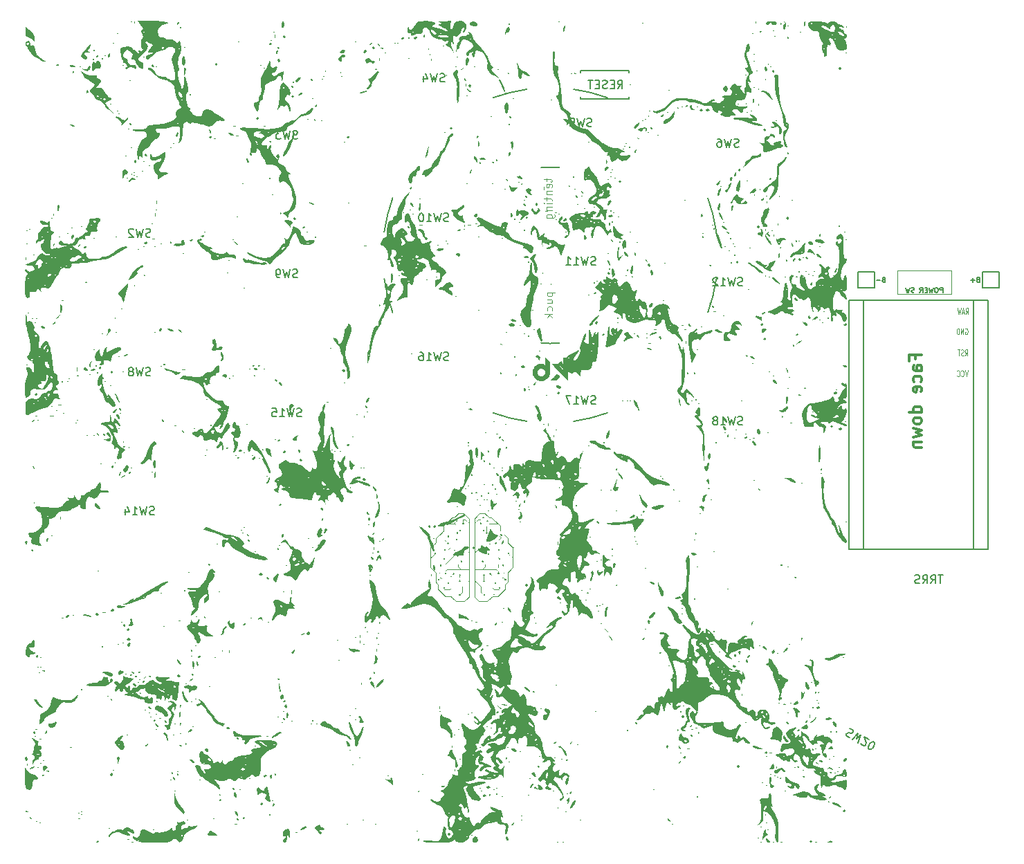
<source format=gbr>
%TF.GenerationSoftware,KiCad,Pcbnew,(6.0.1)*%
%TF.CreationDate,2022-01-25T22:42:01+01:00*%
%TF.ProjectId,half-swept,68616c66-2d73-4776-9570-742e6b696361,rev?*%
%TF.SameCoordinates,Original*%
%TF.FileFunction,Legend,Bot*%
%TF.FilePolarity,Positive*%
%FSLAX46Y46*%
G04 Gerber Fmt 4.6, Leading zero omitted, Abs format (unit mm)*
G04 Created by KiCad (PCBNEW (6.0.1)) date 2022-01-25 22:42:01*
%MOMM*%
%LPD*%
G01*
G04 APERTURE LIST*
%ADD10C,0.120000*%
%ADD11C,0.300000*%
%ADD12C,0.150000*%
%ADD13C,0.125000*%
%ADD14C,0.100000*%
%ADD15C,0.200000*%
%ADD16C,0.010000*%
G04 APERTURE END LIST*
D10*
X115062000Y-47752000D02*
X115062000Y-44831000D01*
X115062000Y-44831000D02*
X121666000Y-44831000D01*
X121666000Y-47752000D02*
X115062000Y-47752000D01*
X121666000Y-44831000D02*
X121666000Y-47752000D01*
D11*
X117240857Y-55690142D02*
X117240857Y-55190142D01*
X118026571Y-55190142D02*
X116526571Y-55190142D01*
X116526571Y-55904428D01*
X118026571Y-57118714D02*
X117240857Y-57118714D01*
X117098000Y-57047285D01*
X117026571Y-56904428D01*
X117026571Y-56618714D01*
X117098000Y-56475857D01*
X117955142Y-57118714D02*
X118026571Y-56975857D01*
X118026571Y-56618714D01*
X117955142Y-56475857D01*
X117812285Y-56404428D01*
X117669428Y-56404428D01*
X117526571Y-56475857D01*
X117455142Y-56618714D01*
X117455142Y-56975857D01*
X117383714Y-57118714D01*
X117955142Y-58475857D02*
X118026571Y-58333000D01*
X118026571Y-58047285D01*
X117955142Y-57904428D01*
X117883714Y-57833000D01*
X117740857Y-57761571D01*
X117312285Y-57761571D01*
X117169428Y-57833000D01*
X117098000Y-57904428D01*
X117026571Y-58047285D01*
X117026571Y-58333000D01*
X117098000Y-58475857D01*
X117955142Y-59690142D02*
X118026571Y-59547285D01*
X118026571Y-59261571D01*
X117955142Y-59118714D01*
X117812285Y-59047285D01*
X117240857Y-59047285D01*
X117098000Y-59118714D01*
X117026571Y-59261571D01*
X117026571Y-59547285D01*
X117098000Y-59690142D01*
X117240857Y-59761571D01*
X117383714Y-59761571D01*
X117526571Y-59047285D01*
X118026571Y-62190142D02*
X116526571Y-62190142D01*
X117955142Y-62190142D02*
X118026571Y-62047285D01*
X118026571Y-61761571D01*
X117955142Y-61618714D01*
X117883714Y-61547285D01*
X117740857Y-61475857D01*
X117312285Y-61475857D01*
X117169428Y-61547285D01*
X117098000Y-61618714D01*
X117026571Y-61761571D01*
X117026571Y-62047285D01*
X117098000Y-62190142D01*
X118026571Y-63118714D02*
X117955142Y-62975857D01*
X117883714Y-62904428D01*
X117740857Y-62833000D01*
X117312285Y-62833000D01*
X117169428Y-62904428D01*
X117098000Y-62975857D01*
X117026571Y-63118714D01*
X117026571Y-63333000D01*
X117098000Y-63475857D01*
X117169428Y-63547285D01*
X117312285Y-63618714D01*
X117740857Y-63618714D01*
X117883714Y-63547285D01*
X117955142Y-63475857D01*
X118026571Y-63333000D01*
X118026571Y-63118714D01*
X117026571Y-64118714D02*
X118026571Y-64404428D01*
X117312285Y-64690142D01*
X118026571Y-64975857D01*
X117026571Y-65261571D01*
X117026571Y-65833000D02*
X118026571Y-65833000D01*
X117169428Y-65833000D02*
X117098000Y-65904428D01*
X117026571Y-66047285D01*
X117026571Y-66261571D01*
X117098000Y-66404428D01*
X117240857Y-66475857D01*
X118026571Y-66475857D01*
D12*
X124915571Y-45931142D02*
X124829857Y-45959714D01*
X124801285Y-45988285D01*
X124772714Y-46045428D01*
X124772714Y-46131142D01*
X124801285Y-46188285D01*
X124829857Y-46216857D01*
X124887000Y-46245428D01*
X125115571Y-46245428D01*
X125115571Y-45645428D01*
X124915571Y-45645428D01*
X124858428Y-45674000D01*
X124829857Y-45702571D01*
X124801285Y-45759714D01*
X124801285Y-45816857D01*
X124829857Y-45874000D01*
X124858428Y-45902571D01*
X124915571Y-45931142D01*
X125115571Y-45931142D01*
X124515571Y-46016857D02*
X124058428Y-46016857D01*
X124287000Y-46245428D02*
X124287000Y-45788285D01*
X113358571Y-45931142D02*
X113272857Y-45959714D01*
X113244285Y-45988285D01*
X113215714Y-46045428D01*
X113215714Y-46131142D01*
X113244285Y-46188285D01*
X113272857Y-46216857D01*
X113330000Y-46245428D01*
X113558571Y-46245428D01*
X113558571Y-45645428D01*
X113358571Y-45645428D01*
X113301428Y-45674000D01*
X113272857Y-45702571D01*
X113244285Y-45759714D01*
X113244285Y-45816857D01*
X113272857Y-45874000D01*
X113301428Y-45902571D01*
X113358571Y-45931142D01*
X113558571Y-45931142D01*
X112958571Y-46016857D02*
X112501428Y-46016857D01*
%TO.C,J2*%
X120633904Y-82129380D02*
X120062476Y-82129380D01*
X120348190Y-83129380D02*
X120348190Y-82129380D01*
X119157714Y-83129380D02*
X119491047Y-82653190D01*
X119729142Y-83129380D02*
X119729142Y-82129380D01*
X119348190Y-82129380D01*
X119252952Y-82177000D01*
X119205333Y-82224619D01*
X119157714Y-82319857D01*
X119157714Y-82462714D01*
X119205333Y-82557952D01*
X119252952Y-82605571D01*
X119348190Y-82653190D01*
X119729142Y-82653190D01*
X118157714Y-83129380D02*
X118491047Y-82653190D01*
X118729142Y-83129380D02*
X118729142Y-82129380D01*
X118348190Y-82129380D01*
X118252952Y-82177000D01*
X118205333Y-82224619D01*
X118157714Y-82319857D01*
X118157714Y-82462714D01*
X118205333Y-82557952D01*
X118252952Y-82605571D01*
X118348190Y-82653190D01*
X118729142Y-82653190D01*
X117776761Y-83081761D02*
X117633904Y-83129380D01*
X117395809Y-83129380D01*
X117300571Y-83081761D01*
X117252952Y-83034142D01*
X117205333Y-82938904D01*
X117205333Y-82843666D01*
X117252952Y-82748428D01*
X117300571Y-82700809D01*
X117395809Y-82653190D01*
X117586285Y-82605571D01*
X117681523Y-82557952D01*
X117729142Y-82510333D01*
X117776761Y-82415095D01*
X117776761Y-82319857D01*
X117729142Y-82224619D01*
X117681523Y-82177000D01*
X117586285Y-82129380D01*
X117348190Y-82129380D01*
X117205333Y-82177000D01*
%TO.C,RSW1*%
X80827380Y-22550380D02*
X81160714Y-22074190D01*
X81398809Y-22550380D02*
X81398809Y-21550380D01*
X81017857Y-21550380D01*
X80922619Y-21598000D01*
X80875000Y-21645619D01*
X80827380Y-21740857D01*
X80827380Y-21883714D01*
X80875000Y-21978952D01*
X80922619Y-22026571D01*
X81017857Y-22074190D01*
X81398809Y-22074190D01*
X80398809Y-22026571D02*
X80065476Y-22026571D01*
X79922619Y-22550380D02*
X80398809Y-22550380D01*
X80398809Y-21550380D01*
X79922619Y-21550380D01*
X79541666Y-22502761D02*
X79398809Y-22550380D01*
X79160714Y-22550380D01*
X79065476Y-22502761D01*
X79017857Y-22455142D01*
X78970238Y-22359904D01*
X78970238Y-22264666D01*
X79017857Y-22169428D01*
X79065476Y-22121809D01*
X79160714Y-22074190D01*
X79351190Y-22026571D01*
X79446428Y-21978952D01*
X79494047Y-21931333D01*
X79541666Y-21836095D01*
X79541666Y-21740857D01*
X79494047Y-21645619D01*
X79446428Y-21598000D01*
X79351190Y-21550380D01*
X79113095Y-21550380D01*
X78970238Y-21598000D01*
X78541666Y-22026571D02*
X78208333Y-22026571D01*
X78065476Y-22550380D02*
X78541666Y-22550380D01*
X78541666Y-21550380D01*
X78065476Y-21550380D01*
X77779761Y-21550380D02*
X77208333Y-21550380D01*
X77494047Y-22550380D02*
X77494047Y-21550380D01*
%TO.C,SW2*%
X23653333Y-40684761D02*
X23510476Y-40732380D01*
X23272380Y-40732380D01*
X23177142Y-40684761D01*
X23129523Y-40637142D01*
X23081904Y-40541904D01*
X23081904Y-40446666D01*
X23129523Y-40351428D01*
X23177142Y-40303809D01*
X23272380Y-40256190D01*
X23462857Y-40208571D01*
X23558095Y-40160952D01*
X23605714Y-40113333D01*
X23653333Y-40018095D01*
X23653333Y-39922857D01*
X23605714Y-39827619D01*
X23558095Y-39780000D01*
X23462857Y-39732380D01*
X23224761Y-39732380D01*
X23081904Y-39780000D01*
X22748571Y-39732380D02*
X22510476Y-40732380D01*
X22320000Y-40018095D01*
X22129523Y-40732380D01*
X21891428Y-39732380D01*
X21558095Y-39827619D02*
X21510476Y-39780000D01*
X21415238Y-39732380D01*
X21177142Y-39732380D01*
X21081904Y-39780000D01*
X21034285Y-39827619D01*
X20986666Y-39922857D01*
X20986666Y-40018095D01*
X21034285Y-40160952D01*
X21605714Y-40732380D01*
X20986666Y-40732380D01*
%TO.C,SW3*%
X41653333Y-28684761D02*
X41510476Y-28732380D01*
X41272380Y-28732380D01*
X41177142Y-28684761D01*
X41129523Y-28637142D01*
X41081904Y-28541904D01*
X41081904Y-28446666D01*
X41129523Y-28351428D01*
X41177142Y-28303809D01*
X41272380Y-28256190D01*
X41462857Y-28208571D01*
X41558095Y-28160952D01*
X41605714Y-28113333D01*
X41653333Y-28018095D01*
X41653333Y-27922857D01*
X41605714Y-27827619D01*
X41558095Y-27780000D01*
X41462857Y-27732380D01*
X41224761Y-27732380D01*
X41081904Y-27780000D01*
X40748571Y-27732380D02*
X40510476Y-28732380D01*
X40320000Y-28018095D01*
X40129523Y-28732380D01*
X39891428Y-27732380D01*
X39605714Y-27732380D02*
X38986666Y-27732380D01*
X39320000Y-28113333D01*
X39177142Y-28113333D01*
X39081904Y-28160952D01*
X39034285Y-28208571D01*
X38986666Y-28303809D01*
X38986666Y-28541904D01*
X39034285Y-28637142D01*
X39081904Y-28684761D01*
X39177142Y-28732380D01*
X39462857Y-28732380D01*
X39558095Y-28684761D01*
X39605714Y-28637142D01*
%TO.C,SW4*%
X59653333Y-21684761D02*
X59510476Y-21732380D01*
X59272380Y-21732380D01*
X59177142Y-21684761D01*
X59129523Y-21637142D01*
X59081904Y-21541904D01*
X59081904Y-21446666D01*
X59129523Y-21351428D01*
X59177142Y-21303809D01*
X59272380Y-21256190D01*
X59462857Y-21208571D01*
X59558095Y-21160952D01*
X59605714Y-21113333D01*
X59653333Y-21018095D01*
X59653333Y-20922857D01*
X59605714Y-20827619D01*
X59558095Y-20780000D01*
X59462857Y-20732380D01*
X59224761Y-20732380D01*
X59081904Y-20780000D01*
X58748571Y-20732380D02*
X58510476Y-21732380D01*
X58320000Y-21018095D01*
X58129523Y-21732380D01*
X57891428Y-20732380D01*
X57081904Y-21065714D02*
X57081904Y-21732380D01*
X57320000Y-20684761D02*
X57558095Y-21399047D01*
X56939047Y-21399047D01*
%TO.C,SW5*%
X77653333Y-27184761D02*
X77510476Y-27232380D01*
X77272380Y-27232380D01*
X77177142Y-27184761D01*
X77129523Y-27137142D01*
X77081904Y-27041904D01*
X77081904Y-26946666D01*
X77129523Y-26851428D01*
X77177142Y-26803809D01*
X77272380Y-26756190D01*
X77462857Y-26708571D01*
X77558095Y-26660952D01*
X77605714Y-26613333D01*
X77653333Y-26518095D01*
X77653333Y-26422857D01*
X77605714Y-26327619D01*
X77558095Y-26280000D01*
X77462857Y-26232380D01*
X77224761Y-26232380D01*
X77081904Y-26280000D01*
X76748571Y-26232380D02*
X76510476Y-27232380D01*
X76320000Y-26518095D01*
X76129523Y-27232380D01*
X75891428Y-26232380D01*
X75034285Y-26232380D02*
X75510476Y-26232380D01*
X75558095Y-26708571D01*
X75510476Y-26660952D01*
X75415238Y-26613333D01*
X75177142Y-26613333D01*
X75081904Y-26660952D01*
X75034285Y-26708571D01*
X74986666Y-26803809D01*
X74986666Y-27041904D01*
X75034285Y-27137142D01*
X75081904Y-27184761D01*
X75177142Y-27232380D01*
X75415238Y-27232380D01*
X75510476Y-27184761D01*
X75558095Y-27137142D01*
%TO.C,SW6*%
X95653333Y-29684761D02*
X95510476Y-29732380D01*
X95272380Y-29732380D01*
X95177142Y-29684761D01*
X95129523Y-29637142D01*
X95081904Y-29541904D01*
X95081904Y-29446666D01*
X95129523Y-29351428D01*
X95177142Y-29303809D01*
X95272380Y-29256190D01*
X95462857Y-29208571D01*
X95558095Y-29160952D01*
X95605714Y-29113333D01*
X95653333Y-29018095D01*
X95653333Y-28922857D01*
X95605714Y-28827619D01*
X95558095Y-28780000D01*
X95462857Y-28732380D01*
X95224761Y-28732380D01*
X95081904Y-28780000D01*
X94748571Y-28732380D02*
X94510476Y-29732380D01*
X94320000Y-29018095D01*
X94129523Y-29732380D01*
X93891428Y-28732380D01*
X93081904Y-28732380D02*
X93272380Y-28732380D01*
X93367619Y-28780000D01*
X93415238Y-28827619D01*
X93510476Y-28970476D01*
X93558095Y-29160952D01*
X93558095Y-29541904D01*
X93510476Y-29637142D01*
X93462857Y-29684761D01*
X93367619Y-29732380D01*
X93177142Y-29732380D01*
X93081904Y-29684761D01*
X93034285Y-29637142D01*
X92986666Y-29541904D01*
X92986666Y-29303809D01*
X93034285Y-29208571D01*
X93081904Y-29160952D01*
X93177142Y-29113333D01*
X93367619Y-29113333D01*
X93462857Y-29160952D01*
X93510476Y-29208571D01*
X93558095Y-29303809D01*
%TO.C,SW8*%
X23653333Y-57684761D02*
X23510476Y-57732380D01*
X23272380Y-57732380D01*
X23177142Y-57684761D01*
X23129523Y-57637142D01*
X23081904Y-57541904D01*
X23081904Y-57446666D01*
X23129523Y-57351428D01*
X23177142Y-57303809D01*
X23272380Y-57256190D01*
X23462857Y-57208571D01*
X23558095Y-57160952D01*
X23605714Y-57113333D01*
X23653333Y-57018095D01*
X23653333Y-56922857D01*
X23605714Y-56827619D01*
X23558095Y-56780000D01*
X23462857Y-56732380D01*
X23224761Y-56732380D01*
X23081904Y-56780000D01*
X22748571Y-56732380D02*
X22510476Y-57732380D01*
X22320000Y-57018095D01*
X22129523Y-57732380D01*
X21891428Y-56732380D01*
X21367619Y-57160952D02*
X21462857Y-57113333D01*
X21510476Y-57065714D01*
X21558095Y-56970476D01*
X21558095Y-56922857D01*
X21510476Y-56827619D01*
X21462857Y-56780000D01*
X21367619Y-56732380D01*
X21177142Y-56732380D01*
X21081904Y-56780000D01*
X21034285Y-56827619D01*
X20986666Y-56922857D01*
X20986666Y-56970476D01*
X21034285Y-57065714D01*
X21081904Y-57113333D01*
X21177142Y-57160952D01*
X21367619Y-57160952D01*
X21462857Y-57208571D01*
X21510476Y-57256190D01*
X21558095Y-57351428D01*
X21558095Y-57541904D01*
X21510476Y-57637142D01*
X21462857Y-57684761D01*
X21367619Y-57732380D01*
X21177142Y-57732380D01*
X21081904Y-57684761D01*
X21034285Y-57637142D01*
X20986666Y-57541904D01*
X20986666Y-57351428D01*
X21034285Y-57256190D01*
X21081904Y-57208571D01*
X21177142Y-57160952D01*
%TO.C,SW9*%
X41653333Y-45658761D02*
X41510476Y-45706380D01*
X41272380Y-45706380D01*
X41177142Y-45658761D01*
X41129523Y-45611142D01*
X41081904Y-45515904D01*
X41081904Y-45420666D01*
X41129523Y-45325428D01*
X41177142Y-45277809D01*
X41272380Y-45230190D01*
X41462857Y-45182571D01*
X41558095Y-45134952D01*
X41605714Y-45087333D01*
X41653333Y-44992095D01*
X41653333Y-44896857D01*
X41605714Y-44801619D01*
X41558095Y-44754000D01*
X41462857Y-44706380D01*
X41224761Y-44706380D01*
X41081904Y-44754000D01*
X40748571Y-44706380D02*
X40510476Y-45706380D01*
X40320000Y-44992095D01*
X40129523Y-45706380D01*
X39891428Y-44706380D01*
X39462857Y-45706380D02*
X39272380Y-45706380D01*
X39177142Y-45658761D01*
X39129523Y-45611142D01*
X39034285Y-45468285D01*
X38986666Y-45277809D01*
X38986666Y-44896857D01*
X39034285Y-44801619D01*
X39081904Y-44754000D01*
X39177142Y-44706380D01*
X39367619Y-44706380D01*
X39462857Y-44754000D01*
X39510476Y-44801619D01*
X39558095Y-44896857D01*
X39558095Y-45134952D01*
X39510476Y-45230190D01*
X39462857Y-45277809D01*
X39367619Y-45325428D01*
X39177142Y-45325428D01*
X39081904Y-45277809D01*
X39034285Y-45230190D01*
X38986666Y-45134952D01*
%TO.C,SW10*%
X60129523Y-38800761D02*
X59986666Y-38848380D01*
X59748571Y-38848380D01*
X59653333Y-38800761D01*
X59605714Y-38753142D01*
X59558095Y-38657904D01*
X59558095Y-38562666D01*
X59605714Y-38467428D01*
X59653333Y-38419809D01*
X59748571Y-38372190D01*
X59939047Y-38324571D01*
X60034285Y-38276952D01*
X60081904Y-38229333D01*
X60129523Y-38134095D01*
X60129523Y-38038857D01*
X60081904Y-37943619D01*
X60034285Y-37896000D01*
X59939047Y-37848380D01*
X59700952Y-37848380D01*
X59558095Y-37896000D01*
X59224761Y-37848380D02*
X58986666Y-38848380D01*
X58796190Y-38134095D01*
X58605714Y-38848380D01*
X58367619Y-37848380D01*
X57462857Y-38848380D02*
X58034285Y-38848380D01*
X57748571Y-38848380D02*
X57748571Y-37848380D01*
X57843809Y-37991238D01*
X57939047Y-38086476D01*
X58034285Y-38134095D01*
X56843809Y-37848380D02*
X56748571Y-37848380D01*
X56653333Y-37896000D01*
X56605714Y-37943619D01*
X56558095Y-38038857D01*
X56510476Y-38229333D01*
X56510476Y-38467428D01*
X56558095Y-38657904D01*
X56605714Y-38753142D01*
X56653333Y-38800761D01*
X56748571Y-38848380D01*
X56843809Y-38848380D01*
X56939047Y-38800761D01*
X56986666Y-38753142D01*
X57034285Y-38657904D01*
X57081904Y-38467428D01*
X57081904Y-38229333D01*
X57034285Y-38038857D01*
X56986666Y-37943619D01*
X56939047Y-37896000D01*
X56843809Y-37848380D01*
%TO.C,SW11*%
X78129523Y-44134761D02*
X77986666Y-44182380D01*
X77748571Y-44182380D01*
X77653333Y-44134761D01*
X77605714Y-44087142D01*
X77558095Y-43991904D01*
X77558095Y-43896666D01*
X77605714Y-43801428D01*
X77653333Y-43753809D01*
X77748571Y-43706190D01*
X77939047Y-43658571D01*
X78034285Y-43610952D01*
X78081904Y-43563333D01*
X78129523Y-43468095D01*
X78129523Y-43372857D01*
X78081904Y-43277619D01*
X78034285Y-43230000D01*
X77939047Y-43182380D01*
X77700952Y-43182380D01*
X77558095Y-43230000D01*
X77224761Y-43182380D02*
X76986666Y-44182380D01*
X76796190Y-43468095D01*
X76605714Y-44182380D01*
X76367619Y-43182380D01*
X75462857Y-44182380D02*
X76034285Y-44182380D01*
X75748571Y-44182380D02*
X75748571Y-43182380D01*
X75843809Y-43325238D01*
X75939047Y-43420476D01*
X76034285Y-43468095D01*
X74510476Y-44182380D02*
X75081904Y-44182380D01*
X74796190Y-44182380D02*
X74796190Y-43182380D01*
X74891428Y-43325238D01*
X74986666Y-43420476D01*
X75081904Y-43468095D01*
%TO.C,SW12*%
X96109523Y-46674761D02*
X95966666Y-46722380D01*
X95728571Y-46722380D01*
X95633333Y-46674761D01*
X95585714Y-46627142D01*
X95538095Y-46531904D01*
X95538095Y-46436666D01*
X95585714Y-46341428D01*
X95633333Y-46293809D01*
X95728571Y-46246190D01*
X95919047Y-46198571D01*
X96014285Y-46150952D01*
X96061904Y-46103333D01*
X96109523Y-46008095D01*
X96109523Y-45912857D01*
X96061904Y-45817619D01*
X96014285Y-45770000D01*
X95919047Y-45722380D01*
X95680952Y-45722380D01*
X95538095Y-45770000D01*
X95204761Y-45722380D02*
X94966666Y-46722380D01*
X94776190Y-46008095D01*
X94585714Y-46722380D01*
X94347619Y-45722380D01*
X93442857Y-46722380D02*
X94014285Y-46722380D01*
X93728571Y-46722380D02*
X93728571Y-45722380D01*
X93823809Y-45865238D01*
X93919047Y-45960476D01*
X94014285Y-46008095D01*
X93061904Y-45817619D02*
X93014285Y-45770000D01*
X92919047Y-45722380D01*
X92680952Y-45722380D01*
X92585714Y-45770000D01*
X92538095Y-45817619D01*
X92490476Y-45912857D01*
X92490476Y-46008095D01*
X92538095Y-46150952D01*
X93109523Y-46722380D01*
X92490476Y-46722380D01*
%TO.C,SW14*%
X24129523Y-74684761D02*
X23986666Y-74732380D01*
X23748571Y-74732380D01*
X23653333Y-74684761D01*
X23605714Y-74637142D01*
X23558095Y-74541904D01*
X23558095Y-74446666D01*
X23605714Y-74351428D01*
X23653333Y-74303809D01*
X23748571Y-74256190D01*
X23939047Y-74208571D01*
X24034285Y-74160952D01*
X24081904Y-74113333D01*
X24129523Y-74018095D01*
X24129523Y-73922857D01*
X24081904Y-73827619D01*
X24034285Y-73780000D01*
X23939047Y-73732380D01*
X23700952Y-73732380D01*
X23558095Y-73780000D01*
X23224761Y-73732380D02*
X22986666Y-74732380D01*
X22796190Y-74018095D01*
X22605714Y-74732380D01*
X22367619Y-73732380D01*
X21462857Y-74732380D02*
X22034285Y-74732380D01*
X21748571Y-74732380D02*
X21748571Y-73732380D01*
X21843809Y-73875238D01*
X21939047Y-73970476D01*
X22034285Y-74018095D01*
X20605714Y-74065714D02*
X20605714Y-74732380D01*
X20843809Y-73684761D02*
X21081904Y-74399047D01*
X20462857Y-74399047D01*
%TO.C,SW15*%
X42129523Y-62676761D02*
X41986666Y-62724380D01*
X41748571Y-62724380D01*
X41653333Y-62676761D01*
X41605714Y-62629142D01*
X41558095Y-62533904D01*
X41558095Y-62438666D01*
X41605714Y-62343428D01*
X41653333Y-62295809D01*
X41748571Y-62248190D01*
X41939047Y-62200571D01*
X42034285Y-62152952D01*
X42081904Y-62105333D01*
X42129523Y-62010095D01*
X42129523Y-61914857D01*
X42081904Y-61819619D01*
X42034285Y-61772000D01*
X41939047Y-61724380D01*
X41700952Y-61724380D01*
X41558095Y-61772000D01*
X41224761Y-61724380D02*
X40986666Y-62724380D01*
X40796190Y-62010095D01*
X40605714Y-62724380D01*
X40367619Y-61724380D01*
X39462857Y-62724380D02*
X40034285Y-62724380D01*
X39748571Y-62724380D02*
X39748571Y-61724380D01*
X39843809Y-61867238D01*
X39939047Y-61962476D01*
X40034285Y-62010095D01*
X38558095Y-61724380D02*
X39034285Y-61724380D01*
X39081904Y-62200571D01*
X39034285Y-62152952D01*
X38939047Y-62105333D01*
X38700952Y-62105333D01*
X38605714Y-62152952D01*
X38558095Y-62200571D01*
X38510476Y-62295809D01*
X38510476Y-62533904D01*
X38558095Y-62629142D01*
X38605714Y-62676761D01*
X38700952Y-62724380D01*
X38939047Y-62724380D01*
X39034285Y-62676761D01*
X39081904Y-62629142D01*
%TO.C,SW16*%
X60129523Y-55818761D02*
X59986666Y-55866380D01*
X59748571Y-55866380D01*
X59653333Y-55818761D01*
X59605714Y-55771142D01*
X59558095Y-55675904D01*
X59558095Y-55580666D01*
X59605714Y-55485428D01*
X59653333Y-55437809D01*
X59748571Y-55390190D01*
X59939047Y-55342571D01*
X60034285Y-55294952D01*
X60081904Y-55247333D01*
X60129523Y-55152095D01*
X60129523Y-55056857D01*
X60081904Y-54961619D01*
X60034285Y-54914000D01*
X59939047Y-54866380D01*
X59700952Y-54866380D01*
X59558095Y-54914000D01*
X59224761Y-54866380D02*
X58986666Y-55866380D01*
X58796190Y-55152095D01*
X58605714Y-55866380D01*
X58367619Y-54866380D01*
X57462857Y-55866380D02*
X58034285Y-55866380D01*
X57748571Y-55866380D02*
X57748571Y-54866380D01*
X57843809Y-55009238D01*
X57939047Y-55104476D01*
X58034285Y-55152095D01*
X56605714Y-54866380D02*
X56796190Y-54866380D01*
X56891428Y-54914000D01*
X56939047Y-54961619D01*
X57034285Y-55104476D01*
X57081904Y-55294952D01*
X57081904Y-55675904D01*
X57034285Y-55771142D01*
X56986666Y-55818761D01*
X56891428Y-55866380D01*
X56700952Y-55866380D01*
X56605714Y-55818761D01*
X56558095Y-55771142D01*
X56510476Y-55675904D01*
X56510476Y-55437809D01*
X56558095Y-55342571D01*
X56605714Y-55294952D01*
X56700952Y-55247333D01*
X56891428Y-55247333D01*
X56986666Y-55294952D01*
X57034285Y-55342571D01*
X57081904Y-55437809D01*
%TO.C,SW17*%
X78129523Y-61152761D02*
X77986666Y-61200380D01*
X77748571Y-61200380D01*
X77653333Y-61152761D01*
X77605714Y-61105142D01*
X77558095Y-61009904D01*
X77558095Y-60914666D01*
X77605714Y-60819428D01*
X77653333Y-60771809D01*
X77748571Y-60724190D01*
X77939047Y-60676571D01*
X78034285Y-60628952D01*
X78081904Y-60581333D01*
X78129523Y-60486095D01*
X78129523Y-60390857D01*
X78081904Y-60295619D01*
X78034285Y-60248000D01*
X77939047Y-60200380D01*
X77700952Y-60200380D01*
X77558095Y-60248000D01*
X77224761Y-60200380D02*
X76986666Y-61200380D01*
X76796190Y-60486095D01*
X76605714Y-61200380D01*
X76367619Y-60200380D01*
X75462857Y-61200380D02*
X76034285Y-61200380D01*
X75748571Y-61200380D02*
X75748571Y-60200380D01*
X75843809Y-60343238D01*
X75939047Y-60438476D01*
X76034285Y-60486095D01*
X75129523Y-60200380D02*
X74462857Y-60200380D01*
X74891428Y-61200380D01*
%TO.C,SW18*%
X96109523Y-63692761D02*
X95966666Y-63740380D01*
X95728571Y-63740380D01*
X95633333Y-63692761D01*
X95585714Y-63645142D01*
X95538095Y-63549904D01*
X95538095Y-63454666D01*
X95585714Y-63359428D01*
X95633333Y-63311809D01*
X95728571Y-63264190D01*
X95919047Y-63216571D01*
X96014285Y-63168952D01*
X96061904Y-63121333D01*
X96109523Y-63026095D01*
X96109523Y-62930857D01*
X96061904Y-62835619D01*
X96014285Y-62788000D01*
X95919047Y-62740380D01*
X95680952Y-62740380D01*
X95538095Y-62788000D01*
X95204761Y-62740380D02*
X94966666Y-63740380D01*
X94776190Y-63026095D01*
X94585714Y-63740380D01*
X94347619Y-62740380D01*
X93442857Y-63740380D02*
X94014285Y-63740380D01*
X93728571Y-63740380D02*
X93728571Y-62740380D01*
X93823809Y-62883238D01*
X93919047Y-62978476D01*
X94014285Y-63026095D01*
X92871428Y-63168952D02*
X92966666Y-63121333D01*
X93014285Y-63073714D01*
X93061904Y-62978476D01*
X93061904Y-62930857D01*
X93014285Y-62835619D01*
X92966666Y-62788000D01*
X92871428Y-62740380D01*
X92680952Y-62740380D01*
X92585714Y-62788000D01*
X92538095Y-62835619D01*
X92490476Y-62930857D01*
X92490476Y-62978476D01*
X92538095Y-63073714D01*
X92585714Y-63121333D01*
X92680952Y-63168952D01*
X92871428Y-63168952D01*
X92966666Y-63216571D01*
X93014285Y-63264190D01*
X93061904Y-63359428D01*
X93061904Y-63549904D01*
X93014285Y-63645142D01*
X92966666Y-63692761D01*
X92871428Y-63740380D01*
X92680952Y-63740380D01*
X92585714Y-63692761D01*
X92538095Y-63645142D01*
X92490476Y-63549904D01*
X92490476Y-63359428D01*
X92538095Y-63264190D01*
X92585714Y-63216571D01*
X92680952Y-63168952D01*
%TO.C,SW20*%
X109213568Y-100927651D02*
X109361095Y-100957840D01*
X109567292Y-101076887D01*
X109625961Y-101165746D01*
X109643391Y-101230795D01*
X109637011Y-101337083D01*
X109589392Y-101419561D01*
X109500534Y-101478230D01*
X109435485Y-101495660D01*
X109329197Y-101489280D01*
X109140430Y-101435282D01*
X109034142Y-101428902D01*
X108969093Y-101446332D01*
X108880235Y-101505001D01*
X108832615Y-101587479D01*
X108826236Y-101693768D01*
X108843666Y-101758816D01*
X108902335Y-101847675D01*
X109108531Y-101966722D01*
X109256059Y-101996912D01*
X109520924Y-102204818D02*
X110227121Y-101457840D01*
X110034935Y-102171667D01*
X110557035Y-101648316D01*
X110263232Y-102633389D01*
X110599526Y-102717577D02*
X110616956Y-102782626D01*
X110675625Y-102871484D01*
X110881821Y-102990532D01*
X110988109Y-102996912D01*
X111053158Y-102979482D01*
X111142017Y-102920813D01*
X111189636Y-102838334D01*
X111219825Y-102690807D01*
X111010668Y-101910221D01*
X111546778Y-102219745D01*
X111582889Y-103395294D02*
X111665368Y-103442913D01*
X111771656Y-103449293D01*
X111836705Y-103431863D01*
X111925563Y-103373194D01*
X112062041Y-103232046D01*
X112181088Y-103025849D01*
X112235087Y-102837083D01*
X112241467Y-102730795D01*
X112224037Y-102665746D01*
X112165368Y-102576887D01*
X112082889Y-102529268D01*
X111976601Y-102522889D01*
X111911552Y-102540318D01*
X111822694Y-102598987D01*
X111686217Y-102740135D01*
X111567169Y-102946332D01*
X111513170Y-103135098D01*
X111506791Y-103241387D01*
X111524220Y-103306435D01*
X111582889Y-103395294D01*
%TO.C,SW21*%
X92249550Y-93005038D02*
X92399864Y-92996016D01*
X92629846Y-93057640D01*
X92709514Y-93128285D01*
X92743186Y-93186607D01*
X92764533Y-93290924D01*
X92739884Y-93382917D01*
X92669238Y-93462585D01*
X92610917Y-93496257D01*
X92506599Y-93517604D01*
X92310289Y-93514302D01*
X92205971Y-93535649D01*
X92147650Y-93569321D01*
X92077004Y-93648989D01*
X92052354Y-93740982D01*
X92073701Y-93845299D01*
X92107373Y-93903621D01*
X92187041Y-93974267D01*
X92417024Y-94035890D01*
X92567338Y-94026868D01*
X92876988Y-94159137D02*
X93365790Y-93254835D01*
X93364905Y-93994081D01*
X93733761Y-93353433D01*
X93704925Y-94380982D01*
X94051550Y-94375262D02*
X94085221Y-94433583D01*
X94164889Y-94504229D01*
X94394872Y-94565853D01*
X94499189Y-94544506D01*
X94557511Y-94510834D01*
X94628157Y-94431166D01*
X94652806Y-94339173D01*
X94643784Y-94188859D01*
X94239723Y-93489005D01*
X94837677Y-93649226D01*
X95757606Y-93895720D02*
X95205648Y-93747824D01*
X95481627Y-93821772D02*
X95222808Y-94787698D01*
X95167789Y-94625059D01*
X95100446Y-94508417D01*
X95020778Y-94437771D01*
D13*
%TO.C,U1*%
X123408238Y-50186785D02*
X123574904Y-49829642D01*
X123693952Y-50186785D02*
X123693952Y-49436785D01*
X123503476Y-49436785D01*
X123455857Y-49472500D01*
X123432047Y-49508214D01*
X123408238Y-49579642D01*
X123408238Y-49686785D01*
X123432047Y-49758214D01*
X123455857Y-49793928D01*
X123503476Y-49829642D01*
X123693952Y-49829642D01*
X123217761Y-49972500D02*
X122979666Y-49972500D01*
X123265380Y-50186785D02*
X123098714Y-49436785D01*
X122932047Y-50186785D01*
X122813000Y-49436785D02*
X122693952Y-50186785D01*
X122598714Y-49651071D01*
X122503476Y-50186785D01*
X122384428Y-49436785D01*
D12*
D13*
X123380452Y-51949000D02*
X123428071Y-51913285D01*
X123499500Y-51913285D01*
X123570928Y-51949000D01*
X123618547Y-52020428D01*
X123642357Y-52091857D01*
X123666166Y-52234714D01*
X123666166Y-52341857D01*
X123642357Y-52484714D01*
X123618547Y-52556142D01*
X123570928Y-52627571D01*
X123499500Y-52663285D01*
X123451880Y-52663285D01*
X123380452Y-52627571D01*
X123356642Y-52591857D01*
X123356642Y-52341857D01*
X123451880Y-52341857D01*
X123142357Y-52663285D02*
X123142357Y-51913285D01*
X122856642Y-52663285D01*
X122856642Y-51913285D01*
X122618547Y-52663285D02*
X122618547Y-51913285D01*
X122499500Y-51913285D01*
X122428071Y-51949000D01*
X122380452Y-52020428D01*
X122356642Y-52091857D01*
X122332833Y-52234714D01*
X122332833Y-52341857D01*
X122356642Y-52484714D01*
X122380452Y-52556142D01*
X122428071Y-52627571D01*
X122499500Y-52663285D01*
X122618547Y-52663285D01*
X123336809Y-55266785D02*
X123503476Y-54909642D01*
X123622523Y-55266785D02*
X123622523Y-54516785D01*
X123432047Y-54516785D01*
X123384428Y-54552500D01*
X123360619Y-54588214D01*
X123336809Y-54659642D01*
X123336809Y-54766785D01*
X123360619Y-54838214D01*
X123384428Y-54873928D01*
X123432047Y-54909642D01*
X123622523Y-54909642D01*
X123146333Y-55231071D02*
X123074904Y-55266785D01*
X122955857Y-55266785D01*
X122908238Y-55231071D01*
X122884428Y-55195357D01*
X122860619Y-55123928D01*
X122860619Y-55052500D01*
X122884428Y-54981071D01*
X122908238Y-54945357D01*
X122955857Y-54909642D01*
X123051095Y-54873928D01*
X123098714Y-54838214D01*
X123122523Y-54802500D01*
X123146333Y-54731071D01*
X123146333Y-54659642D01*
X123122523Y-54588214D01*
X123098714Y-54552500D01*
X123051095Y-54516785D01*
X122932047Y-54516785D01*
X122860619Y-54552500D01*
X122717761Y-54516785D02*
X122432047Y-54516785D01*
X122574904Y-55266785D02*
X122574904Y-54516785D01*
X123666166Y-57056785D02*
X123499500Y-57806785D01*
X123332833Y-57056785D01*
X122880452Y-57735357D02*
X122904261Y-57771071D01*
X122975690Y-57806785D01*
X123023309Y-57806785D01*
X123094738Y-57771071D01*
X123142357Y-57699642D01*
X123166166Y-57628214D01*
X123189976Y-57485357D01*
X123189976Y-57378214D01*
X123166166Y-57235357D01*
X123142357Y-57163928D01*
X123094738Y-57092500D01*
X123023309Y-57056785D01*
X122975690Y-57056785D01*
X122904261Y-57092500D01*
X122880452Y-57128214D01*
X122380452Y-57735357D02*
X122404261Y-57771071D01*
X122475690Y-57806785D01*
X122523309Y-57806785D01*
X122594738Y-57771071D01*
X122642357Y-57699642D01*
X122666166Y-57628214D01*
X122689976Y-57485357D01*
X122689976Y-57378214D01*
X122666166Y-57235357D01*
X122642357Y-57163928D01*
X122594738Y-57092500D01*
X122523309Y-57056785D01*
X122475690Y-57056785D01*
X122404261Y-57092500D01*
X122380452Y-57128214D01*
D14*
%TO.C,REF\u002A\u002A*%
X72111714Y-33558500D02*
X72111714Y-33939452D01*
X71778380Y-33701357D02*
X72635523Y-33701357D01*
X72730761Y-33748976D01*
X72778380Y-33844214D01*
X72778380Y-33939452D01*
X72730761Y-34653738D02*
X72778380Y-34558500D01*
X72778380Y-34368023D01*
X72730761Y-34272785D01*
X72635523Y-34225166D01*
X72254571Y-34225166D01*
X72159333Y-34272785D01*
X72111714Y-34368023D01*
X72111714Y-34558500D01*
X72159333Y-34653738D01*
X72254571Y-34701357D01*
X72349809Y-34701357D01*
X72445047Y-34225166D01*
X72111714Y-35129928D02*
X72778380Y-35129928D01*
X72206952Y-35129928D02*
X72159333Y-35177547D01*
X72111714Y-35272785D01*
X72111714Y-35415642D01*
X72159333Y-35510880D01*
X72254571Y-35558500D01*
X72778380Y-35558500D01*
X72111714Y-35891833D02*
X72111714Y-36272785D01*
X71778380Y-36034690D02*
X72635523Y-36034690D01*
X72730761Y-36082309D01*
X72778380Y-36177547D01*
X72778380Y-36272785D01*
X72778380Y-36606119D02*
X72111714Y-36606119D01*
X71778380Y-36606119D02*
X71826000Y-36558500D01*
X71873619Y-36606119D01*
X71826000Y-36653738D01*
X71778380Y-36606119D01*
X71873619Y-36606119D01*
X72111714Y-37082309D02*
X72778380Y-37082309D01*
X72206952Y-37082309D02*
X72159333Y-37129928D01*
X72111714Y-37225166D01*
X72111714Y-37368023D01*
X72159333Y-37463261D01*
X72254571Y-37510880D01*
X72778380Y-37510880D01*
X72111714Y-38415642D02*
X72921238Y-38415642D01*
X73016476Y-38368023D01*
X73064095Y-38320404D01*
X73111714Y-38225166D01*
X73111714Y-38082309D01*
X73064095Y-37987071D01*
X72730761Y-38415642D02*
X72778380Y-38320404D01*
X72778380Y-38129928D01*
X72730761Y-38034690D01*
X72683142Y-37987071D01*
X72587904Y-37939452D01*
X72302190Y-37939452D01*
X72206952Y-37987071D01*
X72159333Y-38034690D01*
X72111714Y-38129928D01*
X72111714Y-38320404D01*
X72159333Y-38415642D01*
X72175214Y-47512500D02*
X73175214Y-47512500D01*
X72222833Y-47512500D02*
X72175214Y-47607738D01*
X72175214Y-47798214D01*
X72222833Y-47893452D01*
X72270452Y-47941071D01*
X72365690Y-47988690D01*
X72651404Y-47988690D01*
X72746642Y-47941071D01*
X72794261Y-47893452D01*
X72841880Y-47798214D01*
X72841880Y-47607738D01*
X72794261Y-47512500D01*
X72175214Y-48845833D02*
X72841880Y-48845833D01*
X72175214Y-48417261D02*
X72699023Y-48417261D01*
X72794261Y-48464880D01*
X72841880Y-48560119D01*
X72841880Y-48702976D01*
X72794261Y-48798214D01*
X72746642Y-48845833D01*
X72794261Y-49750595D02*
X72841880Y-49655357D01*
X72841880Y-49464880D01*
X72794261Y-49369642D01*
X72746642Y-49322023D01*
X72651404Y-49274404D01*
X72365690Y-49274404D01*
X72270452Y-49322023D01*
X72222833Y-49369642D01*
X72175214Y-49464880D01*
X72175214Y-49655357D01*
X72222833Y-49750595D01*
X72841880Y-50179166D02*
X71841880Y-50179166D01*
X72460928Y-50274404D02*
X72841880Y-50560119D01*
X72175214Y-50560119D02*
X72556166Y-50179166D01*
D12*
%TO.C,POWER SW*%
X120606857Y-47515428D02*
X120606857Y-46915428D01*
X120378285Y-46915428D01*
X120321142Y-46944000D01*
X120292571Y-46972571D01*
X120264000Y-47029714D01*
X120264000Y-47115428D01*
X120292571Y-47172571D01*
X120321142Y-47201142D01*
X120378285Y-47229714D01*
X120606857Y-47229714D01*
X119892571Y-46915428D02*
X119778285Y-46915428D01*
X119721142Y-46944000D01*
X119664000Y-47001142D01*
X119635428Y-47115428D01*
X119635428Y-47315428D01*
X119664000Y-47429714D01*
X119721142Y-47486857D01*
X119778285Y-47515428D01*
X119892571Y-47515428D01*
X119949714Y-47486857D01*
X120006857Y-47429714D01*
X120035428Y-47315428D01*
X120035428Y-47115428D01*
X120006857Y-47001142D01*
X119949714Y-46944000D01*
X119892571Y-46915428D01*
X119435428Y-46915428D02*
X119292571Y-47515428D01*
X119178285Y-47086857D01*
X119064000Y-47515428D01*
X118921142Y-46915428D01*
X118692571Y-47201142D02*
X118492571Y-47201142D01*
X118406857Y-47515428D02*
X118692571Y-47515428D01*
X118692571Y-46915428D01*
X118406857Y-46915428D01*
X117806857Y-47515428D02*
X118006857Y-47229714D01*
X118149714Y-47515428D02*
X118149714Y-46915428D01*
X117921142Y-46915428D01*
X117864000Y-46944000D01*
X117835428Y-46972571D01*
X117806857Y-47029714D01*
X117806857Y-47115428D01*
X117835428Y-47172571D01*
X117864000Y-47201142D01*
X117921142Y-47229714D01*
X118149714Y-47229714D01*
X117121142Y-47486857D02*
X117035428Y-47515428D01*
X116892571Y-47515428D01*
X116835428Y-47486857D01*
X116806857Y-47458285D01*
X116778285Y-47401142D01*
X116778285Y-47344000D01*
X116806857Y-47286857D01*
X116835428Y-47258285D01*
X116892571Y-47229714D01*
X117006857Y-47201142D01*
X117064000Y-47172571D01*
X117092571Y-47144000D01*
X117121142Y-47086857D01*
X117121142Y-47029714D01*
X117092571Y-46972571D01*
X117064000Y-46944000D01*
X117006857Y-46915428D01*
X116864000Y-46915428D01*
X116778285Y-46944000D01*
X116578285Y-46915428D02*
X116435428Y-47515428D01*
X116321142Y-47086857D01*
X116206857Y-47515428D01*
X116064000Y-46915428D01*
%TO.C,G\u002A\u002A\u002A*%
G36*
X34153280Y-108791061D02*
G01*
X34222819Y-109123551D01*
X34222088Y-109180975D01*
X34166979Y-109371266D01*
X33977247Y-109271497D01*
X33860370Y-109124585D01*
X33824640Y-108825428D01*
X33840480Y-108788321D01*
X33998778Y-108659060D01*
X34153280Y-108791061D01*
G37*
G36*
X104035623Y-95359763D02*
G01*
X104189608Y-95610890D01*
X104285906Y-95913790D01*
X104273710Y-96001055D01*
X104133674Y-96136913D01*
X103993056Y-96055220D01*
X103838401Y-95741251D01*
X103779918Y-95313239D01*
X103785869Y-95208570D01*
X103849924Y-95146891D01*
X104035623Y-95359763D01*
G37*
G36*
X69369478Y-36649317D02*
G01*
X69595302Y-36813423D01*
X69622611Y-36878861D01*
X69530188Y-36983893D01*
X69480186Y-36977528D01*
X69254362Y-36813423D01*
X69227053Y-36747985D01*
X69319476Y-36642953D01*
X69369478Y-36649317D01*
G37*
G36*
X64055033Y-103211410D02*
G01*
X63969799Y-103296644D01*
X63884564Y-103211410D01*
X63969799Y-103126175D01*
X64055033Y-103211410D01*
G37*
G36*
X108888590Y-40989933D02*
G01*
X108803356Y-41075168D01*
X108718121Y-40989933D01*
X108803356Y-40904698D01*
X108888590Y-40989933D01*
G37*
G36*
X59097951Y-98253580D02*
G01*
X59085898Y-98426481D01*
X59008417Y-98477321D01*
X58974637Y-98417011D01*
X58994959Y-98150587D01*
X59056319Y-98071683D01*
X59097951Y-98253580D01*
G37*
G36*
X51781208Y-49087248D02*
G01*
X51768906Y-49177495D01*
X51667561Y-49200895D01*
X51647160Y-49175910D01*
X51667561Y-48973602D01*
X51718836Y-48946932D01*
X51781208Y-49087248D01*
G37*
G36*
X43360237Y-21308516D02*
G01*
X43513423Y-21471141D01*
X43540059Y-21537175D01*
X43438248Y-21641611D01*
X43388767Y-21635060D01*
X43257718Y-21471141D01*
X43259672Y-21432562D01*
X43332892Y-21300671D01*
X43360237Y-21308516D01*
G37*
G36*
X43234748Y-36501610D02*
G01*
X43598658Y-36642953D01*
X43667608Y-36691374D01*
X43720376Y-36786930D01*
X43533901Y-36770790D01*
X43172483Y-36642953D01*
X42985307Y-36535749D01*
X43087248Y-36487075D01*
X43234748Y-36501610D01*
G37*
G36*
X79056376Y-85653020D02*
G01*
X78971141Y-85738255D01*
X78885906Y-85653020D01*
X78971141Y-85567785D01*
X79056376Y-85653020D01*
G37*
G36*
X8652349Y-105342282D02*
G01*
X8640046Y-105432528D01*
X8538702Y-105455929D01*
X8518300Y-105430943D01*
X8538702Y-105228635D01*
X8589977Y-105201966D01*
X8652349Y-105342282D01*
G37*
G36*
X13766443Y-58036913D02*
G01*
X13681208Y-58122148D01*
X13595973Y-58036913D01*
X13681208Y-57951678D01*
X13766443Y-58036913D01*
G37*
G36*
X9006999Y-17175075D02*
G01*
X9042094Y-17436753D01*
X9106187Y-17422483D01*
X9147694Y-17333821D01*
X9308426Y-17214526D01*
X9463342Y-17407827D01*
X9590055Y-17892000D01*
X9622738Y-18057636D01*
X9733205Y-18395462D01*
X9842881Y-18489623D01*
X9926353Y-18482494D01*
X10079701Y-18663464D01*
X10223955Y-18856434D01*
X10566356Y-19077854D01*
X10953691Y-19233423D01*
X10570134Y-19244228D01*
X10330634Y-19213412D01*
X10186577Y-19084564D01*
X10170175Y-19019824D01*
X9968863Y-18914094D01*
X9815749Y-18869177D01*
X9463807Y-18635330D01*
X9082795Y-18289228D01*
X8777410Y-17930653D01*
X8652349Y-17659386D01*
X8633245Y-17546514D01*
X8451210Y-17341231D01*
X8362834Y-17277689D01*
X8342911Y-17050337D01*
X8349732Y-17038926D01*
X8481879Y-17038926D01*
X8486833Y-17079673D01*
X8652349Y-17209396D01*
X8693095Y-17204442D01*
X8822819Y-17038926D01*
X8817865Y-16998180D01*
X8652349Y-16868456D01*
X8611602Y-16873410D01*
X8481879Y-17038926D01*
X8349732Y-17038926D01*
X8486732Y-16809750D01*
X8732234Y-16697987D01*
X8911647Y-16792433D01*
X8974267Y-17038926D01*
X9006747Y-17166779D01*
X9006999Y-17175075D01*
G37*
G36*
X61327517Y-18658389D02*
G01*
X61242282Y-18743624D01*
X61157047Y-18658389D01*
X61242282Y-18573154D01*
X61327517Y-18658389D01*
G37*
G36*
X101657211Y-107014647D02*
G01*
X101891105Y-107259654D01*
X102170697Y-107387920D01*
X102455543Y-107462294D01*
X102845891Y-107665183D01*
X103008501Y-107779930D01*
X103158934Y-107981640D01*
X103056936Y-108198027D01*
X102938335Y-108314048D01*
X102799334Y-108280201D01*
X102635469Y-107963381D01*
X102426116Y-107473154D01*
X102418427Y-107925987D01*
X102411956Y-108062877D01*
X102321515Y-108292440D01*
X102067142Y-108288967D01*
X101856599Y-108208249D01*
X101613003Y-108020253D01*
X101593896Y-107928163D01*
X101786129Y-107950244D01*
X101969834Y-107977199D01*
X102069799Y-107788862D01*
X102015997Y-107626279D01*
X101744880Y-107603593D01*
X101705568Y-107612819D01*
X101461127Y-107563702D01*
X101333759Y-107239918D01*
X101316505Y-107143404D01*
X101300813Y-106788246D01*
X101416504Y-106743850D01*
X101657211Y-107014647D01*
G37*
G36*
X33881879Y-57695973D02*
G01*
X33796644Y-57781208D01*
X33711409Y-57695973D01*
X33796644Y-57610738D01*
X33881879Y-57695973D01*
G37*
G36*
X19099126Y-86254544D02*
G01*
X19221476Y-86420134D01*
X19188950Y-86501602D01*
X18955711Y-86590604D01*
X18833947Y-86566074D01*
X18795302Y-86420134D01*
X18830194Y-86373579D01*
X19061067Y-86249665D01*
X19099126Y-86254544D01*
G37*
G36*
X56794015Y-76239003D02*
G01*
X57233169Y-76565878D01*
X57454059Y-76767146D01*
X57785430Y-77165472D01*
X57915048Y-77478993D01*
X57941803Y-77696997D01*
X58070631Y-77990403D01*
X58075397Y-77995668D01*
X58215381Y-78274865D01*
X58339880Y-78706376D01*
X58350745Y-78760040D01*
X58395126Y-79115141D01*
X58362101Y-79260403D01*
X58343879Y-79253035D01*
X58202864Y-79056601D01*
X58005003Y-78674818D01*
X57800507Y-78218191D01*
X57639584Y-77797229D01*
X57572446Y-77522440D01*
X57559352Y-77462384D01*
X57380829Y-77165420D01*
X57061036Y-76802797D01*
X56909410Y-76649397D01*
X56617854Y-76300420D01*
X56584150Y-76157070D01*
X56794015Y-76239003D01*
G37*
G36*
X108455829Y-91721573D02*
G01*
X108780631Y-91738635D01*
X108792872Y-91780528D01*
X108516758Y-91871942D01*
X108151137Y-92015649D01*
X107669096Y-92283464D01*
X107515918Y-92369820D01*
X107097981Y-92501887D01*
X106655169Y-92554014D01*
X106304021Y-92518234D01*
X106161074Y-92386577D01*
X106289543Y-92268152D01*
X106629866Y-92210686D01*
X107003015Y-92150022D01*
X107429562Y-91954981D01*
X107447077Y-91942337D01*
X107857252Y-91778623D01*
X108367145Y-91719350D01*
X108455829Y-91721573D01*
G37*
G36*
X19633460Y-64505639D02*
G01*
X19610582Y-64705146D01*
X19381741Y-64681996D01*
X19335782Y-64667672D01*
X19163681Y-64643156D01*
X19161140Y-64777182D01*
X19317929Y-65143784D01*
X19338208Y-65188180D01*
X19536959Y-65645200D01*
X19669304Y-65985255D01*
X19830388Y-66220347D01*
X20173419Y-66482852D01*
X20479515Y-66684747D01*
X20558046Y-66887360D01*
X20310190Y-67055645D01*
X20163880Y-67164053D01*
X20121623Y-67491885D01*
X20135393Y-67695785D01*
X20013111Y-67887576D01*
X19949347Y-67908039D01*
X19637890Y-67949642D01*
X19550079Y-67779767D01*
X19657019Y-67355214D01*
X19698704Y-67227764D01*
X19773915Y-66806478D01*
X19669781Y-66549003D01*
X19500697Y-66440168D01*
X19361310Y-66620747D01*
X19336395Y-66678732D01*
X19260969Y-66765716D01*
X19233458Y-66531991D01*
X19184605Y-66297745D01*
X19008389Y-66084508D01*
X18886763Y-65995070D01*
X18992207Y-65796686D01*
X19077600Y-65603119D01*
X19029359Y-65184694D01*
X18818595Y-64696355D01*
X18501147Y-64231683D01*
X18132853Y-63884256D01*
X17769550Y-63747651D01*
X17641967Y-63722041D01*
X17634631Y-63695443D01*
X18439270Y-63695443D01*
X18635562Y-63929977D01*
X18682417Y-63980255D01*
X18967746Y-64213574D01*
X19133933Y-64230720D01*
X19119099Y-64020154D01*
X19007509Y-63870146D01*
X18682584Y-63691071D01*
X18488936Y-63646651D01*
X18439270Y-63695443D01*
X17634631Y-63695443D01*
X17602013Y-63577181D01*
X17815036Y-63459260D01*
X18208718Y-63406712D01*
X18498301Y-63384857D01*
X18680303Y-63235788D01*
X18734258Y-62852685D01*
X18741811Y-62690163D01*
X18762578Y-62478751D01*
X18800480Y-62569868D01*
X18874142Y-62980537D01*
X18905473Y-63161364D01*
X18976358Y-63467914D01*
X19048841Y-63486502D01*
X19161352Y-63253677D01*
X19332868Y-62844938D01*
X19714955Y-63381529D01*
X19796086Y-63502227D01*
X19942276Y-63799242D01*
X19909613Y-63918121D01*
X19811336Y-63888807D01*
X19624438Y-63663395D01*
X19553287Y-63548850D01*
X19365806Y-63508102D01*
X19306195Y-63572005D01*
X19359047Y-63805445D01*
X19468745Y-63998378D01*
X19551074Y-64230720D01*
X19608902Y-64393916D01*
X19633460Y-64505639D01*
G37*
G36*
X20064114Y-69469047D02*
G01*
X19967531Y-69792739D01*
X19897715Y-69929161D01*
X19781435Y-69989937D01*
X19769609Y-69881503D01*
X19882546Y-69599027D01*
X20024458Y-69404466D01*
X20064114Y-69469047D01*
G37*
G36*
X37332022Y-109949920D02*
G01*
X37461745Y-110115436D01*
X37456791Y-110156183D01*
X37291275Y-110285906D01*
X37250528Y-110280952D01*
X37120805Y-110115436D01*
X37125759Y-110074690D01*
X37291275Y-109944967D01*
X37332022Y-109949920D01*
G37*
G36*
X40824022Y-23179181D02*
G01*
X40698291Y-23433015D01*
X40623674Y-23455818D01*
X40524161Y-23313752D01*
X40523690Y-23304668D01*
X40445926Y-23284284D01*
X40278183Y-23516779D01*
X40166266Y-23735972D01*
X40147944Y-23977403D01*
X40359124Y-24198658D01*
X40594134Y-24476378D01*
X40794051Y-24923154D01*
X40831481Y-25249055D01*
X40719151Y-25391946D01*
X40594828Y-25286032D01*
X40530201Y-24965772D01*
X40476616Y-24663928D01*
X40310219Y-24541330D01*
X40098911Y-24718345D01*
X40001515Y-24800518D01*
X39747911Y-24697472D01*
X39558206Y-24592693D01*
X39507382Y-24764368D01*
X39488091Y-24891031D01*
X39310574Y-25152520D01*
X39228176Y-25191731D01*
X39207486Y-25119963D01*
X39214797Y-25104904D01*
X39276877Y-24829294D01*
X39348353Y-24324454D01*
X39415183Y-23687248D01*
X39485590Y-22962393D01*
X39564348Y-22405299D01*
X39884743Y-22405299D01*
X39905145Y-22607606D01*
X39956420Y-22634276D01*
X40018792Y-22493960D01*
X40006489Y-22403714D01*
X39905145Y-22380313D01*
X39884743Y-22405299D01*
X39564348Y-22405299D01*
X39577461Y-22312541D01*
X39690783Y-21945345D01*
X39846647Y-21828289D01*
X40066140Y-21928856D01*
X40370353Y-22214532D01*
X40482442Y-22342143D01*
X40572480Y-22493960D01*
X40742820Y-22781178D01*
X40824022Y-23179181D01*
G37*
G36*
X38314094Y-33574497D02*
G01*
X38301791Y-33664743D01*
X38200447Y-33688143D01*
X38180045Y-33663158D01*
X38200447Y-33460850D01*
X38251722Y-33434181D01*
X38314094Y-33574497D01*
G37*
G36*
X17857718Y-90852349D02*
G01*
X17845416Y-90942595D01*
X17744071Y-90965996D01*
X17723670Y-90941010D01*
X17744071Y-90738703D01*
X17795346Y-90712033D01*
X17857718Y-90852349D01*
G37*
G36*
X90648322Y-109263087D02*
G01*
X90636020Y-109353334D01*
X90534676Y-109376734D01*
X90514274Y-109351749D01*
X90534676Y-109149441D01*
X90585950Y-109122771D01*
X90648322Y-109263087D01*
G37*
G36*
X21308186Y-87446667D02*
G01*
X21437584Y-87599481D01*
X21446897Y-87690237D01*
X21535336Y-88010745D01*
X21545666Y-88171979D01*
X21322248Y-88334249D01*
X21054950Y-88365894D01*
X20922612Y-88296535D01*
X21083804Y-88132768D01*
X21187649Y-88021341D01*
X21212070Y-87715862D01*
X21181836Y-87569158D01*
X21272464Y-87442953D01*
X21308186Y-87446667D01*
G37*
G36*
X71896644Y-63662416D02*
G01*
X71811409Y-63747651D01*
X71726174Y-63662416D01*
X71811409Y-63577181D01*
X71896644Y-63662416D01*
G37*
G36*
X99621348Y-106958732D02*
G01*
X99613012Y-107303509D01*
X99596848Y-107592616D01*
X99807509Y-107805492D01*
X99833972Y-107815812D01*
X100001452Y-107929262D01*
X99853851Y-108069700D01*
X99698927Y-108152896D01*
X99557553Y-108136554D01*
X99476366Y-107903910D01*
X99415163Y-107392946D01*
X99403537Y-107252079D01*
X99416511Y-106863830D01*
X99529106Y-106801383D01*
X99621348Y-106958732D01*
G37*
G36*
X18332048Y-93964638D02*
G01*
X18690866Y-94000464D01*
X18973092Y-94107854D01*
X19050123Y-94315850D01*
X19049333Y-94357223D01*
X18961155Y-94542069D01*
X18667450Y-94505975D01*
X18396471Y-94399687D01*
X17949374Y-94154763D01*
X17876907Y-94103363D01*
X17765944Y-93988237D01*
X17902281Y-93949634D01*
X18332048Y-93964638D01*
G37*
G36*
X21653512Y-94070122D02*
G01*
X21675538Y-94092573D01*
X21757241Y-94217451D01*
X21558084Y-94165550D01*
X21398995Y-94080536D01*
X21347838Y-93953728D01*
X21430007Y-93935471D01*
X21653512Y-94070122D01*
G37*
G36*
X31705192Y-19432054D02*
G01*
X31836242Y-19595973D01*
X31834287Y-19634552D01*
X31761067Y-19766443D01*
X31733722Y-19758599D01*
X31580537Y-19595973D01*
X31553900Y-19529940D01*
X31655711Y-19425503D01*
X31705192Y-19432054D01*
G37*
G36*
X108831767Y-63293065D02*
G01*
X108858437Y-63344339D01*
X108718121Y-63406712D01*
X108627875Y-63394409D01*
X108604474Y-63293065D01*
X108629459Y-63272663D01*
X108831767Y-63293065D01*
G37*
G36*
X31508927Y-113672056D02*
G01*
X31901262Y-113989750D01*
X31144255Y-113987303D01*
X30908810Y-113982443D01*
X30619644Y-113954705D01*
X30600335Y-113911108D01*
X30685845Y-113861097D01*
X30813423Y-113595861D01*
X30864219Y-113406273D01*
X31092704Y-113398576D01*
X31508927Y-113672056D01*
G37*
G36*
X50421554Y-77391876D02*
G01*
X50502541Y-77476295D01*
X50783802Y-77517397D01*
X50957969Y-77560410D01*
X51031532Y-77904630D01*
X51048971Y-78379853D01*
X50582499Y-77925161D01*
X50498206Y-77839062D01*
X50256496Y-77524722D01*
X50202812Y-77324418D01*
X50261011Y-77280648D01*
X50421554Y-77391876D01*
G37*
G36*
X102069799Y-97756376D02*
G01*
X101984564Y-97841611D01*
X101899329Y-97756376D01*
X101984564Y-97671141D01*
X102069799Y-97756376D01*
G37*
G36*
X63884564Y-40648993D02*
G01*
X63799329Y-40734228D01*
X63714094Y-40648993D01*
X63799329Y-40563758D01*
X63884564Y-40648993D01*
G37*
G36*
X72394595Y-63648210D02*
G01*
X72382542Y-63821111D01*
X72305061Y-63871952D01*
X72271281Y-63811642D01*
X72291603Y-63545218D01*
X72352963Y-63466313D01*
X72394595Y-63648210D01*
G37*
G36*
X18539597Y-96904027D02*
G01*
X18454362Y-96989262D01*
X18369127Y-96904027D01*
X18454362Y-96818792D01*
X18539597Y-96904027D01*
G37*
G36*
X65479804Y-72923275D02*
G01*
X65589262Y-73213435D01*
X65635019Y-73342400D01*
X65887584Y-73359928D01*
X66028655Y-73317718D01*
X66091334Y-73332604D01*
X65887584Y-73511924D01*
X65708646Y-73698448D01*
X65589262Y-73952015D01*
X65582830Y-74012721D01*
X65461409Y-74146059D01*
X65429917Y-74126365D01*
X65343401Y-73882995D01*
X65285850Y-73450974D01*
X65278448Y-73309592D01*
X65304372Y-72934114D01*
X65413702Y-72864640D01*
X65479804Y-72923275D01*
G37*
G36*
X51085871Y-78820022D02*
G01*
X51073817Y-78992923D01*
X50996337Y-79043764D01*
X50962556Y-78983454D01*
X50982878Y-78717030D01*
X51044238Y-78638125D01*
X51085871Y-78820022D01*
G37*
G36*
X77010738Y-85141611D02*
G01*
X76925503Y-85226846D01*
X76840268Y-85141611D01*
X76925503Y-85056376D01*
X77010738Y-85141611D01*
G37*
G36*
X26193069Y-114653697D02*
G01*
X25996735Y-114765420D01*
X25617727Y-114837169D01*
X25003525Y-114874957D01*
X24101610Y-114884800D01*
X23482540Y-114879893D01*
X22801313Y-114854809D01*
X22339113Y-114799261D01*
X22023259Y-114702935D01*
X21908176Y-114632886D01*
X22119463Y-114632886D01*
X22204698Y-114718121D01*
X22289933Y-114632886D01*
X22204698Y-114547651D01*
X22119463Y-114632886D01*
X21908176Y-114632886D01*
X21781070Y-114555519D01*
X21756913Y-114536541D01*
X21520254Y-114275779D01*
X21506086Y-114090518D01*
X21578631Y-114050984D01*
X21730378Y-114162732D01*
X21740003Y-114186456D01*
X21915415Y-114296668D01*
X22156069Y-114187987D01*
X22355946Y-113947580D01*
X27440448Y-113947580D01*
X27460850Y-114149888D01*
X27512124Y-114176558D01*
X27574497Y-114036242D01*
X27562194Y-113945996D01*
X27460850Y-113922595D01*
X27440448Y-113947580D01*
X22355946Y-113947580D01*
X22368790Y-113932132D01*
X22460403Y-113600822D01*
X22472826Y-113392852D01*
X22593308Y-113245624D01*
X22929195Y-113286160D01*
X23307073Y-113407063D01*
X23781544Y-113634277D01*
X24046737Y-113755398D01*
X24165101Y-113695984D01*
X24265631Y-113601693D01*
X24594584Y-113626130D01*
X24658770Y-113638845D01*
X25074620Y-113629315D01*
X25527289Y-113520031D01*
X25891073Y-113351246D01*
X26040268Y-113163211D01*
X26045074Y-113127937D01*
X26210738Y-113013423D01*
X26252498Y-113017451D01*
X26361021Y-113141275D01*
X26348398Y-113250994D01*
X26408128Y-113456551D01*
X26626780Y-113362772D01*
X26743590Y-113215724D01*
X26779011Y-112915724D01*
X26759068Y-112795017D01*
X26884440Y-112672483D01*
X26962444Y-112649614D01*
X26959948Y-112473044D01*
X26927942Y-112358439D01*
X27120357Y-112382459D01*
X27276077Y-112419622D01*
X27404027Y-112354605D01*
X27432629Y-112291969D01*
X27659731Y-112217897D01*
X27778377Y-112244014D01*
X27915436Y-112445190D01*
X27895398Y-112537928D01*
X27706396Y-112629866D01*
X27553271Y-112705610D01*
X27434319Y-113005266D01*
X27413157Y-113173479D01*
X27448864Y-113319649D01*
X27635892Y-113203678D01*
X27818132Y-113098447D01*
X28078439Y-113094043D01*
X28180828Y-113101515D01*
X28258986Y-112895631D01*
X28288990Y-112709084D01*
X28400982Y-112806942D01*
X28417388Y-112831037D01*
X28626435Y-112941150D01*
X29009673Y-112848206D01*
X29117615Y-112808859D01*
X29380575Y-112755657D01*
X29411544Y-112872079D01*
X29365258Y-112937740D01*
X29074348Y-113136107D01*
X28623616Y-113337080D01*
X28479688Y-113392804D01*
X28007802Y-113670581D01*
X27796305Y-114025370D01*
X27792568Y-114036242D01*
X27689352Y-114336533D01*
X27504140Y-114663291D01*
X27375908Y-114788550D01*
X27151778Y-114867088D01*
X27063087Y-114669163D01*
X27033219Y-114563754D01*
X26809072Y-114439287D01*
X26484077Y-114464775D01*
X26219272Y-114632886D01*
X26201235Y-114644337D01*
X26193069Y-114653697D01*
G37*
G36*
X85615733Y-52411100D02*
G01*
X85638549Y-52490950D01*
X85363758Y-52630343D01*
X85277639Y-52667165D01*
X84865461Y-52808604D01*
X84730506Y-52774351D01*
X84880905Y-52565499D01*
X85103710Y-52419413D01*
X85471461Y-52369064D01*
X85615733Y-52411100D01*
G37*
G36*
X56696674Y-36642856D02*
G01*
X56710180Y-37060604D01*
X56710967Y-37202470D01*
X56668942Y-37545626D01*
X56558800Y-37567928D01*
X56479753Y-37349994D01*
X56544148Y-36894572D01*
X56592652Y-36733668D01*
X56665525Y-36541904D01*
X56696674Y-36642856D01*
G37*
G36*
X99857824Y-28161606D02*
G01*
X100031576Y-28312279D01*
X100083193Y-28502800D01*
X99993102Y-28549264D01*
X99753280Y-28447807D01*
X99576189Y-28336047D01*
X99512752Y-28445023D01*
X99424870Y-28605375D01*
X99129195Y-28796030D01*
X98926075Y-28907765D01*
X99006327Y-28961007D01*
X99217431Y-29038207D01*
X99506171Y-29303621D01*
X99600760Y-29410425D01*
X99825927Y-29536865D01*
X99973272Y-29500150D01*
X99931646Y-29300973D01*
X99916128Y-29223139D01*
X100085393Y-29142282D01*
X100242772Y-29128166D01*
X100636458Y-29027452D01*
X100642854Y-29025012D01*
X100850908Y-28998304D01*
X100822823Y-29206776D01*
X100784532Y-29367811D01*
X100878463Y-29396780D01*
X100965203Y-29381338D01*
X101046980Y-29558396D01*
X101014880Y-29686919D01*
X100791275Y-29824161D01*
X100670190Y-29824493D01*
X100442077Y-29841325D01*
X100207812Y-29913161D01*
X99814014Y-30080186D01*
X99789675Y-30090622D01*
X99299508Y-30256602D01*
X98889449Y-30328898D01*
X98841014Y-30329013D01*
X98608277Y-30250928D01*
X98617675Y-29969139D01*
X98629893Y-29711879D01*
X98388629Y-29354864D01*
X98219741Y-29221995D01*
X98192034Y-29155587D01*
X98467484Y-29227775D01*
X98505366Y-29238804D01*
X98770192Y-29268436D01*
X98788841Y-29117553D01*
X98765264Y-28977763D01*
X98831124Y-28661340D01*
X98993405Y-28418398D01*
X99181569Y-28381198D01*
X99278608Y-28396255D01*
X99443880Y-28223526D01*
X99449147Y-28210110D01*
X99590586Y-28055988D01*
X99857824Y-28161606D01*
G37*
G36*
X39456743Y-95456051D02*
G01*
X39563869Y-95923826D01*
X39573378Y-95976947D01*
X39598765Y-96332415D01*
X39537963Y-96477852D01*
X39514701Y-96468394D01*
X39422788Y-96253787D01*
X39363977Y-95845019D01*
X39351165Y-95491590D01*
X39381956Y-95310441D01*
X39456743Y-95456051D01*
G37*
G36*
X84884312Y-53743952D02*
G01*
X84963217Y-53805312D01*
X84781320Y-53846945D01*
X84608419Y-53834891D01*
X84557578Y-53757411D01*
X84617888Y-53723630D01*
X84884312Y-53743952D01*
G37*
G36*
X70852637Y-42927608D02*
G01*
X70712852Y-43194598D01*
X70672598Y-43246629D01*
X70602763Y-43499543D01*
X70773795Y-43833292D01*
X70944039Y-44182577D01*
X71044295Y-44692964D01*
X70987883Y-45017797D01*
X70827334Y-45166443D01*
X70808051Y-45164830D01*
X70661546Y-44974141D01*
X70610372Y-44489069D01*
X70549019Y-43970762D01*
X70304628Y-43588129D01*
X70130503Y-43443884D01*
X70116277Y-43287684D01*
X70352164Y-43044848D01*
X70495184Y-42931938D01*
X70755248Y-42829744D01*
X70852637Y-42927608D01*
G37*
G36*
X78104271Y-65703365D02*
G01*
X78374497Y-65878524D01*
X78530553Y-66010198D01*
X78912129Y-66134228D01*
X79102925Y-66173310D01*
X79331538Y-66379169D01*
X79403646Y-66485444D01*
X79649885Y-66538017D01*
X79757277Y-66521265D01*
X80002822Y-66659978D01*
X80005898Y-66759247D01*
X79800161Y-66805432D01*
X79433339Y-66762919D01*
X78996815Y-66651005D01*
X78581970Y-66488991D01*
X78280189Y-66296175D01*
X77970364Y-66074399D01*
X77639013Y-65963758D01*
X77491763Y-65939510D01*
X77351678Y-65793289D01*
X77456379Y-65662742D01*
X77752316Y-65627611D01*
X78104271Y-65703365D01*
G37*
G36*
X98660403Y-107473154D02*
G01*
X98575168Y-107558389D01*
X98489933Y-107473154D01*
X98575168Y-107387920D01*
X98660403Y-107473154D01*
G37*
G36*
X19903356Y-64173826D02*
G01*
X19818121Y-64259061D01*
X19732886Y-64173826D01*
X19818121Y-64088591D01*
X19903356Y-64173826D01*
G37*
G36*
X69169127Y-112075839D02*
G01*
X69083893Y-112161074D01*
X68998658Y-112075839D01*
X69083893Y-111990604D01*
X69169127Y-112075839D01*
G37*
G36*
X79738255Y-33659732D02*
G01*
X79653020Y-33744967D01*
X79567785Y-33659732D01*
X79653020Y-33574497D01*
X79738255Y-33659732D01*
G37*
G36*
X54679195Y-37751007D02*
G01*
X54593960Y-37836242D01*
X54508725Y-37751007D01*
X54593960Y-37665772D01*
X54679195Y-37751007D01*
G37*
G36*
X101295871Y-101791265D02*
G01*
X101387919Y-102018121D01*
X101407152Y-102135752D01*
X101558389Y-102273826D01*
X101599136Y-102278779D01*
X101728859Y-102444295D01*
X101641609Y-102608049D01*
X101438873Y-102546351D01*
X101223447Y-102285033D01*
X101109731Y-102054928D01*
X101064019Y-101824156D01*
X101217450Y-101762416D01*
X101295871Y-101791265D01*
G37*
G36*
X69169127Y-34256376D02*
G01*
X69156825Y-34346622D01*
X69055481Y-34370022D01*
X69035079Y-34345037D01*
X69055481Y-34142729D01*
X69106755Y-34116060D01*
X69169127Y-34256376D01*
G37*
G36*
X105952746Y-70109825D02*
G01*
X106124328Y-70381298D01*
X106197504Y-70741122D01*
X106123755Y-71031396D01*
X106055863Y-71248697D01*
X106031942Y-71761544D01*
X106074727Y-72480389D01*
X106186752Y-73272028D01*
X106389259Y-73937000D01*
X106726081Y-74572483D01*
X106966789Y-74948371D01*
X107227059Y-75329044D01*
X107373744Y-75510067D01*
X107411151Y-75558196D01*
X107541063Y-75859458D01*
X107684230Y-76319799D01*
X107706989Y-76402527D01*
X107858795Y-76852338D01*
X107969361Y-77026967D01*
X108013664Y-76911311D01*
X107966682Y-76490269D01*
X107870032Y-75936242D01*
X108115918Y-76447651D01*
X108124965Y-76466586D01*
X108294894Y-76873826D01*
X108369492Y-77151275D01*
X108413515Y-77287197D01*
X108632886Y-77555705D01*
X108768073Y-77704556D01*
X108888590Y-78008750D01*
X108874533Y-78109466D01*
X108732088Y-78186076D01*
X108479287Y-78053214D01*
X108169795Y-77765773D01*
X107857279Y-77378643D01*
X107595405Y-76946715D01*
X107437839Y-76524881D01*
X107437124Y-76521640D01*
X107313087Y-76168284D01*
X107170348Y-76021477D01*
X107094969Y-75988364D01*
X107013423Y-75753869D01*
X106972394Y-75591490D01*
X106779224Y-75192080D01*
X106481114Y-74712577D01*
X106393762Y-74581653D01*
X106035155Y-73854363D01*
X105894015Y-73062400D01*
X105866465Y-72656775D01*
X105806745Y-71875785D01*
X105742564Y-71120470D01*
X105713673Y-70689614D01*
X105729966Y-70217460D01*
X105823746Y-70055034D01*
X105952746Y-70109825D01*
G37*
G36*
X28597315Y-23346309D02*
G01*
X28585013Y-23436555D01*
X28483669Y-23459955D01*
X28463267Y-23434970D01*
X28483669Y-23232662D01*
X28534943Y-23205993D01*
X28597315Y-23346309D01*
G37*
G36*
X64566443Y-72867785D02*
G01*
X64481208Y-72953020D01*
X64395973Y-72867785D01*
X64481208Y-72782550D01*
X64566443Y-72867785D01*
G37*
G36*
X20414765Y-90426175D02*
G01*
X20329530Y-90511410D01*
X20244295Y-90426175D01*
X20329530Y-90340940D01*
X20414765Y-90426175D01*
G37*
G36*
X51836598Y-79683956D02*
G01*
X51907855Y-79982750D01*
X51911904Y-80043779D01*
X51893053Y-80233365D01*
X51782832Y-80115380D01*
X51763165Y-80084207D01*
X51630024Y-79968636D01*
X51513614Y-80167499D01*
X51433825Y-80324963D01*
X51320162Y-80390409D01*
X51305392Y-80288915D01*
X51406414Y-80012053D01*
X51583620Y-79730301D01*
X51750929Y-79601342D01*
X51836598Y-79683956D01*
G37*
G36*
X100024161Y-15419463D02*
G01*
X99938926Y-15504698D01*
X99853691Y-15419463D01*
X99938926Y-15334228D01*
X100024161Y-15419463D01*
G37*
G36*
X67364407Y-114188008D02*
G01*
X67464429Y-114482537D01*
X67441452Y-114596152D01*
X67293960Y-114632886D01*
X67223513Y-114566354D01*
X67123490Y-114271825D01*
X67146467Y-114158210D01*
X67293960Y-114121477D01*
X67364407Y-114188008D01*
G37*
G36*
X71726174Y-45166443D02*
G01*
X71713872Y-45256689D01*
X71612528Y-45280090D01*
X71592126Y-45255104D01*
X71612528Y-45052797D01*
X71663802Y-45026127D01*
X71726174Y-45166443D01*
G37*
G36*
X76328859Y-68946980D02*
G01*
X76243624Y-69032215D01*
X76158389Y-68946980D01*
X76243624Y-68861745D01*
X76328859Y-68946980D01*
G37*
G36*
X66612080Y-57440269D02*
G01*
X66599778Y-57530515D01*
X66498434Y-57553915D01*
X66478032Y-57528930D01*
X66498434Y-57326622D01*
X66549708Y-57299953D01*
X66612080Y-57440269D01*
G37*
G36*
X38143624Y-87869128D02*
G01*
X38058389Y-87954363D01*
X37973154Y-87869128D01*
X38058389Y-87783893D01*
X38143624Y-87869128D01*
G37*
G36*
X17346309Y-81561745D02*
G01*
X17261074Y-81646980D01*
X17175839Y-81561745D01*
X17261074Y-81476510D01*
X17346309Y-81561745D01*
G37*
G36*
X92043775Y-25088534D02*
G01*
X92097315Y-25221477D01*
X92062375Y-25268528D01*
X91841611Y-25391946D01*
X91796005Y-25385301D01*
X91585906Y-25221477D01*
X91599631Y-25115077D01*
X91841611Y-25051007D01*
X92043775Y-25088534D01*
G37*
G36*
X100876510Y-42012752D02*
G01*
X100791275Y-42097987D01*
X100706040Y-42012752D01*
X100791275Y-41927517D01*
X100876510Y-42012752D01*
G37*
G36*
X95705593Y-24425951D02*
G01*
X95732262Y-24477225D01*
X95591946Y-24539597D01*
X95501700Y-24527295D01*
X95478300Y-24425951D01*
X95503285Y-24405549D01*
X95705593Y-24425951D01*
G37*
G36*
X101752615Y-27416190D02*
G01*
X101544738Y-27885847D01*
X101360101Y-28220283D01*
X101277958Y-28586087D01*
X101372243Y-29000119D01*
X101378971Y-29019534D01*
X101505916Y-29438352D01*
X101558389Y-29713223D01*
X101532053Y-29791618D01*
X101363860Y-29697820D01*
X101293743Y-29582402D01*
X101171166Y-29179572D01*
X101086742Y-28643774D01*
X101058440Y-28112512D01*
X101116960Y-27814824D01*
X101281271Y-27677917D01*
X101492972Y-27538783D01*
X101542286Y-27354851D01*
X101345302Y-27266772D01*
X101317358Y-27262236D01*
X101169357Y-27060622D01*
X101160055Y-27011410D01*
X101387919Y-27011410D01*
X101473154Y-27096644D01*
X101558389Y-27011410D01*
X101473154Y-26926175D01*
X101387919Y-27011410D01*
X101160055Y-27011410D01*
X101087492Y-26627511D01*
X101069360Y-26434082D01*
X100879010Y-25464583D01*
X100544576Y-24454363D01*
X100369665Y-23928328D01*
X100192055Y-23144543D01*
X100090015Y-22376079D01*
X100089129Y-21773530D01*
X100093003Y-21740690D01*
X100090839Y-21290845D01*
X99971904Y-21084371D01*
X99940240Y-21015788D01*
X100161769Y-20918932D01*
X100197713Y-20909704D01*
X100392879Y-20887010D01*
X100494968Y-20992021D01*
X100531499Y-21295762D01*
X100529992Y-21869256D01*
X100558889Y-22789842D01*
X100679512Y-23816038D01*
X100874649Y-24734149D01*
X101124996Y-25428694D01*
X101127502Y-25433737D01*
X101311511Y-25921328D01*
X101387919Y-26355721D01*
X101423038Y-26610541D01*
X101540151Y-26755705D01*
X101654977Y-26783702D01*
X101785270Y-27011410D01*
X101789238Y-27018345D01*
X101752615Y-27416190D01*
G37*
G36*
X8917904Y-111657335D02*
G01*
X9078523Y-111820134D01*
X9110275Y-111880490D01*
X9098645Y-111990604D01*
X9068673Y-111982933D01*
X8908054Y-111820134D01*
X8876302Y-111759779D01*
X8887932Y-111649665D01*
X8917904Y-111657335D01*
G37*
G36*
X79226846Y-65878524D02*
G01*
X79141611Y-65963758D01*
X79056376Y-65878524D01*
X79141611Y-65793289D01*
X79226846Y-65878524D01*
G37*
G36*
X22289933Y-42183222D02*
G01*
X22204698Y-42268456D01*
X22119463Y-42183222D01*
X22204698Y-42097987D01*
X22289933Y-42183222D01*
G37*
G36*
X103092617Y-101070476D02*
G01*
X103086067Y-101119958D01*
X102922148Y-101251007D01*
X102883569Y-101249052D01*
X102751678Y-101175833D01*
X102759522Y-101148488D01*
X102922148Y-100995302D01*
X102988181Y-100968666D01*
X103092617Y-101070476D01*
G37*
G36*
X92448106Y-95633174D02*
G01*
X92608725Y-95795973D01*
X92640477Y-95856328D01*
X92628846Y-95966443D01*
X92598874Y-95958772D01*
X92438255Y-95795973D01*
X92406503Y-95735618D01*
X92418134Y-95625503D01*
X92448106Y-95633174D01*
G37*
G36*
X92296197Y-44200448D02*
G01*
X92322866Y-44251722D01*
X92182550Y-44314094D01*
X92092304Y-44301792D01*
X92068904Y-44200448D01*
X92093889Y-44180046D01*
X92296197Y-44200448D01*
G37*
G36*
X24379937Y-65944536D02*
G01*
X24399757Y-66152749D01*
X24254218Y-66197365D01*
X24123181Y-66233599D01*
X23970564Y-66530865D01*
X23863746Y-67052722D01*
X23821551Y-67732383D01*
X23819820Y-67829287D01*
X23776519Y-68092132D01*
X23671202Y-68031892D01*
X23621761Y-67964650D01*
X23459274Y-67923612D01*
X23205020Y-68145539D01*
X23147316Y-68204891D01*
X22835319Y-68435558D01*
X22571537Y-68516955D01*
X22460403Y-68411746D01*
X22506256Y-68317635D01*
X22730718Y-68105028D01*
X22865904Y-67946995D01*
X23096609Y-67524481D01*
X23315459Y-66978580D01*
X23455431Y-66613330D01*
X23728785Y-66098994D01*
X23999906Y-65790906D01*
X24229916Y-65726831D01*
X24379937Y-65944536D01*
G37*
G36*
X100715594Y-41638446D02*
G01*
X100613627Y-41717640D01*
X100428733Y-41500628D01*
X100419350Y-41487697D01*
X100329974Y-41330873D01*
X100535570Y-41330873D01*
X100620805Y-41416107D01*
X100706040Y-41330873D01*
X100620805Y-41245638D01*
X100535570Y-41330873D01*
X100329974Y-41330873D01*
X100235714Y-41165479D01*
X100208698Y-40969445D01*
X100350541Y-40980935D01*
X100401913Y-41002518D01*
X100563628Y-40908782D01*
X100720841Y-40825457D01*
X101132215Y-40893067D01*
X101385598Y-41013772D01*
X101340816Y-41101263D01*
X101014751Y-41098818D01*
X100916065Y-41169111D01*
X100838141Y-41330873D01*
X100780062Y-41451438D01*
X100715594Y-41638446D01*
G37*
G36*
X105479195Y-96477852D02*
G01*
X105466892Y-96568099D01*
X105365548Y-96591499D01*
X105345146Y-96566514D01*
X105365548Y-96364206D01*
X105416822Y-96337536D01*
X105479195Y-96477852D01*
G37*
G36*
X16958286Y-73308662D02*
G01*
X17182317Y-73492606D01*
X17411603Y-73770639D01*
X17516778Y-73994013D01*
X17448656Y-74063212D01*
X17175839Y-73975839D01*
X17064364Y-73895089D01*
X16880302Y-73647511D01*
X16811198Y-73403943D01*
X16907958Y-73293960D01*
X16958286Y-73308662D01*
G37*
G36*
X96785235Y-33830201D02*
G01*
X96700000Y-33915436D01*
X96614765Y-33830201D01*
X96700000Y-33744967D01*
X96785235Y-33830201D01*
G37*
G36*
X95421476Y-64344295D02*
G01*
X95336242Y-64429530D01*
X95251007Y-64344295D01*
X95336242Y-64259061D01*
X95421476Y-64344295D01*
G37*
G36*
X19903356Y-55309396D02*
G01*
X19818121Y-55394631D01*
X19732886Y-55309396D01*
X19818121Y-55224161D01*
X19903356Y-55309396D01*
G37*
G36*
X70873825Y-87954363D02*
G01*
X70861523Y-88044609D01*
X70760179Y-88068009D01*
X70739777Y-88043024D01*
X70760179Y-87840716D01*
X70811453Y-87814047D01*
X70873825Y-87954363D01*
G37*
G36*
X71214765Y-56354944D02*
G01*
X71213511Y-56382308D01*
X71101118Y-56644743D01*
X71077503Y-56665037D01*
X70899396Y-56670313D01*
X70882796Y-56597501D01*
X71013042Y-56380515D01*
X71128276Y-56291562D01*
X71214765Y-56354944D01*
G37*
G36*
X48201342Y-103552349D02*
G01*
X48116107Y-103637584D01*
X48030872Y-103552349D01*
X48116107Y-103467114D01*
X48201342Y-103552349D01*
G37*
G36*
X65021029Y-90738703D02*
G01*
X65047698Y-90789977D01*
X64907382Y-90852349D01*
X64817136Y-90840047D01*
X64793736Y-90738703D01*
X64818721Y-90718301D01*
X65021029Y-90738703D01*
G37*
G36*
X42916778Y-40137584D02*
G01*
X42831544Y-40222819D01*
X42746309Y-40137584D01*
X42831544Y-40052349D01*
X42916778Y-40137584D01*
G37*
G36*
X28737598Y-100959403D02*
G01*
X28741125Y-101139927D01*
X28554698Y-101308578D01*
X28470968Y-101342245D01*
X28304343Y-101408018D01*
X28298880Y-101380700D01*
X28365199Y-101165772D01*
X28429198Y-101045729D01*
X28615554Y-100910067D01*
X28737598Y-100959403D01*
G37*
G36*
X45244414Y-76383840D02*
G01*
X45285145Y-76561521D01*
X45098792Y-76839732D01*
X44939654Y-76989842D01*
X44853952Y-76993457D01*
X44913023Y-76703356D01*
X44993607Y-76504285D01*
X45152768Y-76362416D01*
X45244414Y-76383840D01*
G37*
G36*
X98212873Y-64322341D02*
G01*
X98319463Y-64600000D01*
X98264106Y-64858591D01*
X98095139Y-64919126D01*
X97911527Y-64671293D01*
X97837036Y-64459779D01*
X97848168Y-64291085D01*
X98063758Y-64259061D01*
X98212873Y-64322341D01*
G37*
G36*
X39507382Y-78493289D02*
G01*
X39422148Y-78578524D01*
X39336913Y-78493289D01*
X39422148Y-78408054D01*
X39507382Y-78493289D01*
G37*
G36*
X73642089Y-59661330D02*
G01*
X73771812Y-59826846D01*
X73766858Y-59867592D01*
X73601342Y-59997316D01*
X73560596Y-59992362D01*
X73430872Y-59826846D01*
X73435826Y-59786099D01*
X73601342Y-59656376D01*
X73642089Y-59661330D01*
G37*
G36*
X108870432Y-46871141D02*
G01*
X108852066Y-47098434D01*
X108849999Y-47124020D01*
X108758924Y-47331361D01*
X108590268Y-47385161D01*
X108578563Y-47385286D01*
X108396567Y-47418237D01*
X108535028Y-47541612D01*
X108673681Y-47701386D01*
X108813195Y-47998806D01*
X108880666Y-48280308D01*
X108828370Y-48405369D01*
X108678228Y-48330674D01*
X108403170Y-48085420D01*
X108148374Y-47791006D01*
X108036242Y-47575642D01*
X107967510Y-47461215D01*
X107685241Y-47382550D01*
X107490722Y-47416120D01*
X107432317Y-47541241D01*
X107455636Y-47605861D01*
X107352359Y-47809963D01*
X107275684Y-47970068D01*
X107216139Y-48388917D01*
X107205390Y-48955265D01*
X107214361Y-49172483D01*
X107225096Y-49432419D01*
X107264944Y-49746686D01*
X107339154Y-49811381D01*
X107465878Y-49676780D01*
X107618889Y-49518877D01*
X107695302Y-49577564D01*
X107758420Y-49697733D01*
X108062029Y-49675708D01*
X108117835Y-49658730D01*
X108339838Y-49643348D01*
X108326415Y-49826009D01*
X108297835Y-49983173D01*
X108450065Y-50005983D01*
X108623035Y-50065910D01*
X108777083Y-50335018D01*
X108849629Y-50684620D01*
X108792949Y-50979254D01*
X108608950Y-51102627D01*
X108393538Y-51002250D01*
X108292669Y-50714136D01*
X108178415Y-50429593D01*
X107874244Y-50131456D01*
X107616873Y-49969207D01*
X107515738Y-49962443D01*
X107574850Y-50163832D01*
X107584604Y-50189954D01*
X107601999Y-50393947D01*
X107376118Y-50372677D01*
X107247838Y-50340793D01*
X107118882Y-50410073D01*
X107146202Y-50727805D01*
X107166553Y-51033142D01*
X107048627Y-51069409D01*
X106935773Y-50871396D01*
X106906920Y-50490046D01*
X106897150Y-50114027D01*
X106784441Y-49642608D01*
X106737309Y-49540483D01*
X106578815Y-49366672D01*
X106362300Y-49472138D01*
X106145896Y-49598421D01*
X106033911Y-49470805D01*
X105934986Y-49312156D01*
X105746476Y-49282521D01*
X105649664Y-49503362D01*
X105633024Y-49607844D01*
X105436577Y-49871633D01*
X105346083Y-49914538D01*
X105348692Y-49855931D01*
X105362669Y-49722826D01*
X105178223Y-49493083D01*
X104868474Y-49296137D01*
X104722544Y-49332576D01*
X104753210Y-49641275D01*
X104780784Y-49862321D01*
X104708755Y-49896897D01*
X104629953Y-49780261D01*
X104533264Y-49403602D01*
X104510306Y-49172483D01*
X105308725Y-49172483D01*
X105393960Y-49257718D01*
X105479195Y-49172483D01*
X105393960Y-49087248D01*
X105308725Y-49172483D01*
X104510306Y-49172483D01*
X104467971Y-48746309D01*
X104447107Y-48618097D01*
X104298766Y-48249870D01*
X104251804Y-48182485D01*
X104094139Y-48113989D01*
X103850429Y-48305083D01*
X103794542Y-48359400D01*
X103568908Y-48498825D01*
X103411395Y-48375348D01*
X103336142Y-48280714D01*
X103265698Y-48307232D01*
X103260585Y-48326139D01*
X103115840Y-48287140D01*
X102834655Y-48062309D01*
X102523105Y-47829044D01*
X102273487Y-47821964D01*
X102173714Y-48114742D01*
X102229757Y-48701074D01*
X102275950Y-48958643D01*
X102301608Y-49269218D01*
X102208097Y-49363921D01*
X101961195Y-49321856D01*
X101697351Y-49295648D01*
X101558389Y-49409708D01*
X101599029Y-49502184D01*
X101868094Y-49618829D01*
X102282886Y-49618845D01*
X102314683Y-49619195D01*
X102410738Y-49769128D01*
X102395772Y-49831907D01*
X102197651Y-49942208D01*
X102085013Y-49968727D01*
X102215851Y-50091369D01*
X102324757Y-50188824D01*
X102270247Y-50347244D01*
X102199580Y-50374879D01*
X101986282Y-50283318D01*
X101883888Y-50193100D01*
X101562534Y-50110067D01*
X101382853Y-50078725D01*
X101178815Y-49908928D01*
X101100947Y-49812252D01*
X100818497Y-49849200D01*
X100333581Y-50143727D01*
X100288173Y-50174685D01*
X99993796Y-50259176D01*
X99611744Y-50117430D01*
X99177131Y-49884832D01*
X100069438Y-49454207D01*
X100505967Y-49242801D01*
X100882132Y-49047972D01*
X101035940Y-48928136D01*
X101016163Y-48839844D01*
X100871573Y-48739650D01*
X100754264Y-48642969D01*
X100823298Y-48578449D01*
X100932184Y-48532130D01*
X101041268Y-48277517D01*
X101065793Y-47930843D01*
X101115872Y-47430811D01*
X101155681Y-47126846D01*
X101387919Y-47126846D01*
X101473154Y-47212081D01*
X101558389Y-47126846D01*
X101473154Y-47041611D01*
X101387919Y-47126846D01*
X101155681Y-47126846D01*
X101171659Y-47004849D01*
X101217450Y-46785906D01*
X101220490Y-46779547D01*
X101281376Y-46544407D01*
X101282930Y-46534427D01*
X101417749Y-46273079D01*
X101456558Y-46264303D01*
X101547747Y-46440702D01*
X101627340Y-46809429D01*
X101664777Y-47126846D01*
X101681220Y-47266266D01*
X101695270Y-47706997D01*
X101655375Y-48027406D01*
X101627852Y-48241456D01*
X101796659Y-48460325D01*
X101907080Y-48482638D01*
X101986586Y-48357322D01*
X101950138Y-47970546D01*
X101935669Y-47507384D01*
X102068601Y-47128289D01*
X102170072Y-46958986D01*
X102114177Y-46658054D01*
X101979266Y-46445869D01*
X101832061Y-46007215D01*
X101830750Y-45616509D01*
X101987728Y-45397345D01*
X102133352Y-45363912D01*
X102375473Y-45424426D01*
X102406501Y-45488050D01*
X102282886Y-45630161D01*
X102147760Y-45772456D01*
X102069799Y-46118233D01*
X102140184Y-46426524D01*
X102410738Y-46530201D01*
X102604245Y-46567906D01*
X102709060Y-46723199D01*
X102707884Y-46747892D01*
X102860730Y-46944379D01*
X103214349Y-47147365D01*
X103525367Y-47268562D01*
X103687515Y-47280159D01*
X103671404Y-47149708D01*
X108066395Y-47149708D01*
X108206711Y-47212081D01*
X108296957Y-47199778D01*
X108320358Y-47098434D01*
X108295373Y-47078032D01*
X108093065Y-47098434D01*
X108066395Y-47149708D01*
X103671404Y-47149708D01*
X103669960Y-47138018D01*
X103614504Y-47036595D01*
X103335142Y-46804437D01*
X103182909Y-46619746D01*
X103097131Y-46250171D01*
X103092181Y-45827990D01*
X103144103Y-45592618D01*
X103433557Y-45592618D01*
X103518792Y-45677852D01*
X103604027Y-45592618D01*
X103518792Y-45507383D01*
X103433557Y-45592618D01*
X103144103Y-45592618D01*
X103168731Y-45480978D01*
X103327449Y-45336913D01*
X103541520Y-45389463D01*
X103716901Y-45592618D01*
X103808084Y-45698241D01*
X103904883Y-46222747D01*
X103964137Y-46578327D01*
X104162433Y-46942491D01*
X104227867Y-47005791D01*
X104433538Y-47113812D01*
X104629232Y-46953500D01*
X104772555Y-46833037D01*
X105005364Y-46809131D01*
X105093779Y-46804511D01*
X105090992Y-46782480D01*
X106879374Y-46782480D01*
X106899776Y-46984788D01*
X106951050Y-47011457D01*
X107013423Y-46871141D01*
X107001120Y-46780895D01*
X106899776Y-46757495D01*
X106879374Y-46782480D01*
X105090992Y-46782480D01*
X105069860Y-46615436D01*
X105479195Y-46615436D01*
X105564429Y-46700671D01*
X105649664Y-46615436D01*
X105820134Y-46615436D01*
X105905369Y-46700671D01*
X105990604Y-46615436D01*
X105905369Y-46530201D01*
X105820134Y-46615436D01*
X105649664Y-46615436D01*
X105564429Y-46530201D01*
X105479195Y-46615436D01*
X105069860Y-46615436D01*
X105063091Y-46561931D01*
X105060475Y-46247074D01*
X105343150Y-45993409D01*
X105653501Y-45866427D01*
X105990604Y-45826804D01*
X106150745Y-45824757D01*
X106040446Y-45665230D01*
X105844393Y-45540841D01*
X105585066Y-45660726D01*
X105522661Y-45710654D01*
X105393183Y-45754143D01*
X105427253Y-45517125D01*
X105511102Y-45308598D01*
X105562668Y-45261739D01*
X106161074Y-45261739D01*
X106165506Y-45278751D01*
X106331544Y-45336913D01*
X106378267Y-45329975D01*
X106502013Y-45156382D01*
X106488629Y-45094724D01*
X106331544Y-45081208D01*
X106280528Y-45116197D01*
X106161074Y-45261739D01*
X105562668Y-45261739D01*
X105667537Y-45166443D01*
X105750781Y-45094421D01*
X105775873Y-44827006D01*
X105709715Y-44504482D01*
X105569366Y-44280746D01*
X105517436Y-44231607D01*
X105509608Y-44056388D01*
X105513567Y-44052889D01*
X105694943Y-44097891D01*
X105973463Y-44334967D01*
X106002442Y-44365410D01*
X106235816Y-44551496D01*
X106331544Y-44516708D01*
X106360676Y-44423071D01*
X106587248Y-44314094D01*
X106704880Y-44333327D01*
X106842953Y-44484564D01*
X106835712Y-44532091D01*
X106660996Y-44655034D01*
X106567443Y-44731259D01*
X106602555Y-45038591D01*
X106635211Y-45156382D01*
X106677256Y-45308042D01*
X106727689Y-45611846D01*
X106727930Y-45621706D01*
X106835391Y-45761178D01*
X107081038Y-45691300D01*
X107381625Y-45457579D01*
X107653906Y-45105523D01*
X107746364Y-44889858D01*
X107866407Y-44368964D01*
X107940026Y-43728747D01*
X107965155Y-43060309D01*
X107939729Y-42454749D01*
X107861682Y-42003171D01*
X107728946Y-41796673D01*
X107710012Y-41789468D01*
X107550998Y-41603822D01*
X107546955Y-41364304D01*
X107705363Y-41245638D01*
X107767021Y-41259022D01*
X107780537Y-41416107D01*
X107751463Y-41472185D01*
X107785254Y-41581774D01*
X107969469Y-41533518D01*
X108194116Y-41346049D01*
X108286701Y-41114036D01*
X108141351Y-40965487D01*
X107808358Y-41002845D01*
X107802446Y-41005090D01*
X107625385Y-41002141D01*
X107642387Y-40747694D01*
X107757410Y-40533057D01*
X108116467Y-40393289D01*
X108121269Y-40393292D01*
X108299819Y-40411453D01*
X108409256Y-40508942D01*
X108464845Y-40751138D01*
X108481850Y-41203421D01*
X108475537Y-41931168D01*
X108474069Y-42607837D01*
X108501021Y-43104190D01*
X108564543Y-43347870D01*
X108670898Y-43385512D01*
X108843725Y-43399789D01*
X108884709Y-43593563D01*
X108785986Y-43862927D01*
X108564725Y-44093400D01*
X108448233Y-44214221D01*
X108285932Y-44577777D01*
X108180585Y-45047349D01*
X108145022Y-45515612D01*
X108192072Y-45875237D01*
X108334564Y-46018898D01*
X108458686Y-45954593D01*
X108547651Y-45677852D01*
X108579617Y-45479690D01*
X108718121Y-45336913D01*
X108795106Y-45445556D01*
X108862711Y-45814920D01*
X108888590Y-46359732D01*
X108885940Y-46615436D01*
X108885182Y-46688591D01*
X108870432Y-46871141D01*
G37*
G36*
X50531096Y-75261861D02*
G01*
X50516220Y-75372106D01*
X50389038Y-75510067D01*
X50361356Y-75506989D01*
X50246980Y-75349658D01*
X50248383Y-75326286D01*
X50389038Y-75101452D01*
X50457202Y-75089965D01*
X50531096Y-75261861D01*
G37*
G36*
X88773154Y-24795302D02*
G01*
X88687919Y-24880537D01*
X88602684Y-24795302D01*
X88687919Y-24710067D01*
X88773154Y-24795302D01*
G37*
G36*
X64395973Y-78578524D02*
G01*
X64612510Y-78668731D01*
X64736913Y-78648883D01*
X64786012Y-78623777D01*
X64992617Y-78748993D01*
X65211597Y-79000782D01*
X65212940Y-79163755D01*
X64990684Y-79150838D01*
X64825257Y-79131185D01*
X64838453Y-79326657D01*
X64845173Y-79344662D01*
X64855692Y-79557010D01*
X64641902Y-79570667D01*
X64175584Y-79388255D01*
X63855833Y-79176625D01*
X63715424Y-78952020D01*
X63732593Y-78864122D01*
X63884564Y-78834228D01*
X63973876Y-78848870D01*
X64055033Y-78667821D01*
X64056199Y-78622179D01*
X64134473Y-78483725D01*
X64395973Y-78578524D01*
G37*
G36*
X100706040Y-97756376D02*
G01*
X100620805Y-97841611D01*
X100535570Y-97756376D01*
X100620805Y-97671141D01*
X100706040Y-97756376D01*
G37*
G36*
X34058130Y-43369041D02*
G01*
X33822469Y-43312708D01*
X33512330Y-43214623D01*
X33016466Y-43209171D01*
X32483577Y-43288822D01*
X32058643Y-43442878D01*
X31675742Y-43582487D01*
X31288761Y-43556729D01*
X31047361Y-43365071D01*
X31042569Y-43043309D01*
X31046062Y-43033924D01*
X31044107Y-43017813D01*
X31711941Y-43017813D01*
X31714580Y-43076005D01*
X31935682Y-43107347D01*
X32103245Y-43080049D01*
X32038674Y-43004355D01*
X31940096Y-42977119D01*
X31711941Y-43017813D01*
X31044107Y-43017813D01*
X31015511Y-42782164D01*
X30683853Y-42585390D01*
X30566476Y-42530844D01*
X30134172Y-42225820D01*
X29718615Y-41813339D01*
X29431214Y-41436159D01*
X29350651Y-41206982D01*
X29462910Y-41063374D01*
X29546162Y-41013493D01*
X29855067Y-40917402D01*
X29961074Y-41085229D01*
X29947689Y-41146887D01*
X29790604Y-41160403D01*
X29724570Y-41133766D01*
X29620134Y-41235577D01*
X29641929Y-41311311D01*
X29854966Y-41416107D01*
X30011783Y-41455187D01*
X30302013Y-41671812D01*
X30456841Y-41804117D01*
X30824235Y-41927517D01*
X30998371Y-41954887D01*
X31255876Y-42124326D01*
X31297501Y-42226909D01*
X31158586Y-42185832D01*
X31031736Y-42136957D01*
X31017352Y-42283600D01*
X31059324Y-42348336D01*
X31351117Y-42545787D01*
X31805532Y-42722377D01*
X32235244Y-42827923D01*
X32543603Y-42824632D01*
X32762975Y-42681129D01*
X32817663Y-42628026D01*
X33010096Y-42528733D01*
X33169097Y-42718591D01*
X33300534Y-42860785D01*
X33577913Y-42907209D01*
X33603341Y-42898211D01*
X33922487Y-42896365D01*
X34143204Y-43050431D01*
X34143338Y-43080049D01*
X34144247Y-43280494D01*
X34058130Y-43369041D01*
G37*
G36*
X56937919Y-39257571D02*
G01*
X56966836Y-39316764D01*
X56724832Y-39343554D01*
X56490330Y-39319791D01*
X56511745Y-39257571D01*
X56588909Y-39235056D01*
X56937919Y-39257571D01*
G37*
G36*
X66271141Y-20192618D02*
G01*
X66185906Y-20277852D01*
X66100671Y-20192618D01*
X66185906Y-20107383D01*
X66271141Y-20192618D01*
G37*
G36*
X62350335Y-71504027D02*
G01*
X62265101Y-71589262D01*
X62179866Y-71504027D01*
X62265101Y-71418792D01*
X62350335Y-71504027D01*
G37*
G36*
X72269547Y-37549322D02*
G01*
X72348452Y-37610682D01*
X72166555Y-37652314D01*
X71993654Y-37640260D01*
X71942813Y-37562780D01*
X72003123Y-37528999D01*
X72269547Y-37549322D01*
G37*
G36*
X99342282Y-19595973D02*
G01*
X99329979Y-19686219D01*
X99228635Y-19709620D01*
X99208233Y-19684635D01*
X99228635Y-19482327D01*
X99279910Y-19455657D01*
X99342282Y-19595973D01*
G37*
G36*
X28673850Y-104683358D02*
G01*
X28857120Y-104750095D01*
X29066187Y-104958725D01*
X29073707Y-104983409D01*
X29038203Y-105154321D01*
X28842469Y-105121290D01*
X28580997Y-104896446D01*
X28516858Y-104816735D01*
X28456741Y-104670709D01*
X28673850Y-104683358D01*
G37*
G36*
X107685590Y-44580456D02*
G01*
X107589007Y-44904148D01*
X107519192Y-45040571D01*
X107402912Y-45101346D01*
X107391085Y-44992912D01*
X107504022Y-44710437D01*
X107645935Y-44515875D01*
X107685590Y-44580456D01*
G37*
G36*
X84681879Y-27863758D02*
G01*
X84596644Y-27948993D01*
X84511409Y-27863758D01*
X84596644Y-27778524D01*
X84681879Y-27863758D01*
G37*
G36*
X56521129Y-114462416D02*
G01*
X56521364Y-114502786D01*
X56498508Y-114769649D01*
X56442545Y-114763983D01*
X56411272Y-114623909D01*
X56436228Y-114252573D01*
X56444664Y-114223263D01*
X56496548Y-114198025D01*
X56521129Y-114462416D01*
G37*
G36*
X20762628Y-32594401D02*
G01*
X20876662Y-32824019D01*
X20828998Y-33042231D01*
X20617728Y-33105705D01*
X20520545Y-33116723D01*
X20414765Y-33318792D01*
X20399527Y-33435945D01*
X20278526Y-33574497D01*
X20263340Y-33570699D01*
X20199641Y-33382492D01*
X20209581Y-32998072D01*
X20253368Y-32726222D01*
X20373895Y-32509123D01*
X20609780Y-32508703D01*
X20762628Y-32594401D01*
G37*
G36*
X43693743Y-26251966D02*
G01*
X43854362Y-26414765D01*
X43886114Y-26475120D01*
X43874484Y-26585235D01*
X43844512Y-26577564D01*
X43683893Y-26414765D01*
X43652140Y-26354410D01*
X43663771Y-26244295D01*
X43693743Y-26251966D01*
G37*
G36*
X100990156Y-114774944D02*
G01*
X101016826Y-114826218D01*
X100876510Y-114888591D01*
X100786264Y-114876288D01*
X100762863Y-114774944D01*
X100787849Y-114754542D01*
X100990156Y-114774944D01*
G37*
G36*
X105626945Y-41029150D02*
G01*
X106009123Y-41177155D01*
X106161074Y-41391472D01*
X106108389Y-41458477D01*
X105843041Y-41504903D01*
X105484391Y-41471370D01*
X105180872Y-41362295D01*
X105002261Y-41204199D01*
X105029885Y-41044830D01*
X105359951Y-40995842D01*
X105626945Y-41029150D01*
G37*
G36*
X17346309Y-114708060D02*
G01*
X17339758Y-114757542D01*
X17175839Y-114888591D01*
X17137260Y-114886636D01*
X17005369Y-114813416D01*
X17013213Y-114786071D01*
X17175839Y-114632886D01*
X17241872Y-114606250D01*
X17346309Y-114708060D01*
G37*
G36*
X101188632Y-105922285D02*
G01*
X101325632Y-106102779D01*
X101264039Y-106194631D01*
X101189514Y-106182984D01*
X100948215Y-106002270D01*
X100844161Y-105920722D01*
X100673979Y-106087505D01*
X100474775Y-106285357D01*
X100202022Y-106367978D01*
X99991361Y-106307712D01*
X99965336Y-106102044D01*
X100030312Y-105978279D01*
X100152869Y-105925576D01*
X100278348Y-105940245D01*
X100577872Y-105831052D01*
X100884134Y-105743654D01*
X101188632Y-105922285D01*
G37*
G36*
X9675168Y-51218121D02*
G01*
X9589933Y-51303356D01*
X9504698Y-51218121D01*
X9589933Y-51132886D01*
X9675168Y-51218121D01*
G37*
G36*
X63884068Y-17321314D02*
G01*
X64498028Y-18051846D01*
X64897618Y-18664986D01*
X65119973Y-19212416D01*
X65162405Y-19352940D01*
X65364021Y-19784565D01*
X65582000Y-19956688D01*
X65707993Y-19988757D01*
X65528673Y-20057883D01*
X65453672Y-20080147D01*
X65350038Y-20173233D01*
X65445677Y-20360190D01*
X65765738Y-20710224D01*
X66319095Y-21281144D01*
X65704025Y-20992585D01*
X65580478Y-20930336D01*
X65227874Y-20692420D01*
X65083404Y-20490940D01*
X65070589Y-20413204D01*
X64922125Y-20277852D01*
X64848560Y-20145540D01*
X64891441Y-19810301D01*
X64905868Y-19527354D01*
X64810669Y-19059097D01*
X64629606Y-18581877D01*
X64408677Y-18210994D01*
X64193877Y-18061745D01*
X63884395Y-18032609D01*
X63607550Y-17873591D01*
X63607470Y-17873524D01*
X63461555Y-17856709D01*
X63415772Y-18150894D01*
X63415662Y-18173803D01*
X63357854Y-18582761D01*
X63218161Y-18728686D01*
X63031944Y-18572717D01*
X62973973Y-18428574D01*
X63083831Y-18196707D01*
X63197749Y-18098967D01*
X63104361Y-18072091D01*
X62791431Y-18164843D01*
X62664693Y-18241682D01*
X62617080Y-18420547D01*
X62631247Y-18494633D01*
X62461590Y-18573154D01*
X62301208Y-18504919D01*
X62288826Y-18285441D01*
X62449002Y-18015145D01*
X62743389Y-17799328D01*
X62964862Y-17674791D01*
X63163286Y-17384188D01*
X63037689Y-17069194D01*
X62593289Y-16765745D01*
X62417611Y-16683405D01*
X62088872Y-16559572D01*
X61900286Y-16592698D01*
X61730898Y-16785564D01*
X61595874Y-17027711D01*
X61497986Y-17412448D01*
X61472645Y-17579440D01*
X61340016Y-17720805D01*
X61243016Y-17766632D01*
X61096568Y-18019128D01*
X61075979Y-18076239D01*
X61067328Y-17984608D01*
X61108657Y-17635571D01*
X61131781Y-17495834D01*
X61245140Y-17070012D01*
X61373945Y-16844898D01*
X61424007Y-16798592D01*
X61436468Y-16565891D01*
X61409291Y-16495444D01*
X61429998Y-16442282D01*
X62691275Y-16442282D01*
X62776510Y-16527517D01*
X62861745Y-16442282D01*
X62776510Y-16357047D01*
X62691275Y-16442282D01*
X61429998Y-16442282D01*
X61497751Y-16268340D01*
X61760710Y-16112631D01*
X62073024Y-16116640D01*
X62226098Y-16144413D01*
X62350335Y-16024285D01*
X62373205Y-15946281D01*
X62549775Y-15948777D01*
X62667503Y-15975776D01*
X62631107Y-15764256D01*
X62605616Y-15695600D01*
X62589177Y-15549903D01*
X62772608Y-15671929D01*
X62910396Y-15827954D01*
X63032215Y-16158838D01*
X63119389Y-16429805D01*
X63128396Y-16442282D01*
X63370183Y-16777226D01*
X63884068Y-17321314D01*
G37*
G36*
X66100671Y-108922148D02*
G01*
X66088369Y-109012394D01*
X65987025Y-109035794D01*
X65966623Y-109010809D01*
X65987025Y-108808501D01*
X66038299Y-108781832D01*
X66100671Y-108922148D01*
G37*
G36*
X103717673Y-106762864D02*
G01*
X103744343Y-106814138D01*
X103604027Y-106876510D01*
X103513781Y-106864208D01*
X103490380Y-106762864D01*
X103515365Y-106742462D01*
X103717673Y-106762864D01*
G37*
G36*
X21129041Y-89848763D02*
G01*
X21267114Y-90000000D01*
X21238265Y-90078421D01*
X21011409Y-90170470D01*
X20893778Y-90151237D01*
X20755705Y-90000000D01*
X20784553Y-89921579D01*
X21011409Y-89829530D01*
X21129041Y-89848763D01*
G37*
G36*
X108588397Y-110802269D02*
G01*
X108718121Y-110967785D01*
X108713167Y-111008532D01*
X108547651Y-111138255D01*
X108506904Y-111133301D01*
X108377181Y-110967785D01*
X108382135Y-110927039D01*
X108547651Y-110797316D01*
X108588397Y-110802269D01*
G37*
G36*
X92353020Y-48736248D02*
G01*
X92346469Y-48785730D01*
X92182550Y-48916779D01*
X92143971Y-48914824D01*
X92012080Y-48841604D01*
X92019925Y-48814259D01*
X92182550Y-48661074D01*
X92248584Y-48634438D01*
X92353020Y-48736248D01*
G37*
G36*
X29279195Y-90767114D02*
G01*
X29193960Y-90852349D01*
X29108725Y-90767114D01*
X29193960Y-90681879D01*
X29279195Y-90767114D01*
G37*
G36*
X78413917Y-75516618D02*
G01*
X78544966Y-75680537D01*
X78543012Y-75719116D01*
X78469792Y-75851007D01*
X78442447Y-75843162D01*
X78289262Y-75680537D01*
X78262625Y-75614503D01*
X78364436Y-75510067D01*
X78413917Y-75516618D01*
G37*
G36*
X80079195Y-37495302D02*
G01*
X80066892Y-37585548D01*
X79965548Y-37608949D01*
X79945146Y-37583963D01*
X79965548Y-37381656D01*
X80016822Y-37354986D01*
X80079195Y-37495302D01*
G37*
G36*
X93472560Y-34790669D02*
G01*
X93475389Y-34980873D01*
X93414033Y-35121952D01*
X93269063Y-35499043D01*
X93208885Y-35644671D01*
X93108600Y-35740845D01*
X93073324Y-35578649D01*
X93130318Y-35214075D01*
X93249745Y-34912871D01*
X93408525Y-34767785D01*
X93472560Y-34790669D01*
G37*
G36*
X63243431Y-78583477D02*
G01*
X63373154Y-78748993D01*
X63368201Y-78789740D01*
X63202684Y-78919463D01*
X63161938Y-78914510D01*
X63032215Y-78748993D01*
X63037168Y-78708247D01*
X63202684Y-78578524D01*
X63243431Y-78583477D01*
G37*
G36*
X34084312Y-27150664D02*
G01*
X34163217Y-27212024D01*
X33981320Y-27253656D01*
X33808419Y-27241603D01*
X33757578Y-27164122D01*
X33817888Y-27130341D01*
X34084312Y-27150664D01*
G37*
G36*
X10697986Y-104745638D02*
G01*
X10612752Y-104830873D01*
X10527517Y-104745638D01*
X10612752Y-104660403D01*
X10697986Y-104745638D01*
G37*
G36*
X74283221Y-114803356D02*
G01*
X74197986Y-114888591D01*
X74112752Y-114803356D01*
X74197986Y-114718121D01*
X74283221Y-114803356D01*
G37*
G36*
X86127105Y-52870110D02*
G01*
X86216107Y-53103349D01*
X86191577Y-53225113D01*
X86045637Y-53263758D01*
X85999082Y-53228867D01*
X85875168Y-52997993D01*
X85880047Y-52959935D01*
X86045637Y-52837584D01*
X86127105Y-52870110D01*
G37*
G36*
X8652349Y-39967114D02*
G01*
X8567114Y-40052349D01*
X8481879Y-39967114D01*
X8567114Y-39881879D01*
X8652349Y-39967114D01*
G37*
G36*
X57918121Y-18402685D02*
G01*
X57905818Y-18492931D01*
X57804474Y-18516331D01*
X57784072Y-18491346D01*
X57804474Y-18289038D01*
X57855748Y-18262369D01*
X57918121Y-18402685D01*
G37*
G36*
X14618792Y-63491946D02*
G01*
X14533557Y-63577181D01*
X14448322Y-63491946D01*
X14533557Y-63406712D01*
X14618792Y-63491946D01*
G37*
G36*
X16778076Y-18970917D02*
G01*
X16804745Y-19022192D01*
X16664429Y-19084564D01*
X16574183Y-19072261D01*
X16550783Y-18970917D01*
X16575768Y-18950515D01*
X16778076Y-18970917D01*
G37*
G36*
X51781208Y-77981879D02*
G01*
X51695973Y-78067114D01*
X51610738Y-77981879D01*
X51695973Y-77896644D01*
X51781208Y-77981879D01*
G37*
G36*
X56383893Y-113439597D02*
G01*
X56298658Y-113524832D01*
X56213423Y-113439597D01*
X56298658Y-113354363D01*
X56383893Y-113439597D01*
G37*
G36*
X95503522Y-35488175D02*
G01*
X95591946Y-35691163D01*
X95658229Y-35857289D01*
X95966980Y-35961074D01*
X96017633Y-35961599D01*
X96225409Y-36009647D01*
X96137450Y-36165638D01*
X96041339Y-36281866D01*
X95932886Y-36540671D01*
X95966554Y-36601194D01*
X96137450Y-36506577D01*
X96228558Y-36422593D01*
X96490469Y-36317174D01*
X96665520Y-36529335D01*
X96669645Y-36632411D01*
X96479580Y-36723696D01*
X96004234Y-36742422D01*
X95727928Y-36729427D01*
X95378581Y-36651228D01*
X95295979Y-36490168D01*
X95293102Y-36383444D01*
X95123154Y-36177641D01*
X95013783Y-36177922D01*
X94910067Y-36373043D01*
X94886332Y-36504175D01*
X94722857Y-36642953D01*
X94682848Y-36545558D01*
X94786014Y-36277170D01*
X94983274Y-35940846D01*
X95212794Y-35640736D01*
X95412737Y-35480989D01*
X95503522Y-35488175D01*
G37*
G36*
X64907382Y-72867785D02*
G01*
X64822148Y-72953020D01*
X64736913Y-72867785D01*
X64822148Y-72782550D01*
X64907382Y-72867785D01*
G37*
G36*
X76119673Y-69610240D02*
G01*
X76125329Y-69714094D01*
X76142209Y-70024046D01*
X76047618Y-70243502D01*
X75926452Y-70310738D01*
X75797601Y-70382238D01*
X75552014Y-70484099D01*
X75510806Y-70540020D01*
X75774832Y-70555638D01*
X76013719Y-70603951D01*
X76158389Y-70756261D01*
X76291787Y-70871589D01*
X76669799Y-70871020D01*
X76683814Y-70869016D01*
X77035585Y-70860022D01*
X77181208Y-70936907D01*
X77152578Y-71001515D01*
X76925503Y-71077852D01*
X76807872Y-71097085D01*
X76747615Y-71163087D01*
X76669799Y-71248322D01*
X76662409Y-71296234D01*
X76487152Y-71418792D01*
X76315111Y-71468516D01*
X75991447Y-71778705D01*
X75599633Y-72393806D01*
X75497819Y-72611606D01*
X75358476Y-73172368D01*
X75347146Y-73730796D01*
X75459098Y-74180540D01*
X75689597Y-74415253D01*
X75823440Y-74493637D01*
X75999502Y-74864491D01*
X76000644Y-75467450D01*
X76009570Y-75554536D01*
X76218615Y-75667641D01*
X76654242Y-75620350D01*
X77264050Y-75414846D01*
X77279857Y-75408263D01*
X77759083Y-75239734D01*
X77954464Y-75235392D01*
X77853625Y-75378834D01*
X77444191Y-75653655D01*
X77277687Y-75765772D01*
X77255319Y-75780834D01*
X76968551Y-76056860D01*
X76927536Y-76129441D01*
X76830187Y-76301709D01*
X76870387Y-76444689D01*
X77119313Y-76415106D01*
X77233049Y-76382856D01*
X77341202Y-76465373D01*
X77323429Y-76685753D01*
X77313892Y-76804014D01*
X77226558Y-77205965D01*
X77143782Y-77467877D01*
X77105873Y-77587824D01*
X77084641Y-77823050D01*
X77337468Y-78179736D01*
X77570776Y-78454540D01*
X77692617Y-78786879D01*
X77727778Y-78949669D01*
X77915740Y-79089933D01*
X78125920Y-79145983D01*
X78469767Y-79348252D01*
X78656527Y-79501370D01*
X78654563Y-79562845D01*
X78350476Y-79504910D01*
X78033577Y-79481419D01*
X77772155Y-79610560D01*
X77627717Y-79678663D01*
X77438092Y-79433077D01*
X77421406Y-79401944D01*
X77284481Y-79181636D01*
X77205489Y-79234671D01*
X77123449Y-79591814D01*
X77113082Y-79639965D01*
X77043511Y-79817267D01*
X76987977Y-79958796D01*
X76842270Y-80028754D01*
X76758715Y-80008099D01*
X76669799Y-80168044D01*
X76733634Y-80327554D01*
X77010738Y-80503085D01*
X77208686Y-80602683D01*
X77351678Y-80847947D01*
X77276243Y-81013293D01*
X76968121Y-81009206D01*
X76746542Y-80980935D01*
X76709766Y-81050928D01*
X76729386Y-81171316D01*
X76555870Y-81391176D01*
X76465520Y-81485234D01*
X76395962Y-81727496D01*
X76471551Y-81913405D01*
X76663715Y-81906444D01*
X76709468Y-81891599D01*
X76861815Y-82006395D01*
X76951820Y-82265121D01*
X76930438Y-82414094D01*
X76915996Y-82514713D01*
X76810539Y-82598935D01*
X76489268Y-82669799D01*
X76300715Y-82700392D01*
X76158389Y-82840269D01*
X76149643Y-82891462D01*
X75969681Y-83010738D01*
X75886596Y-82973965D01*
X75879096Y-82755034D01*
X75904151Y-82623793D01*
X75799900Y-82499329D01*
X75700841Y-82414094D01*
X76669799Y-82414094D01*
X76755033Y-82499329D01*
X76840268Y-82414094D01*
X76755033Y-82328859D01*
X76669799Y-82414094D01*
X75700841Y-82414094D01*
X75699388Y-82412844D01*
X75672843Y-82115772D01*
X75689586Y-81841342D01*
X75584511Y-81670498D01*
X75276298Y-81734509D01*
X75194524Y-81774949D01*
X75061529Y-81992601D01*
X75085516Y-82427392D01*
X75106116Y-82859073D01*
X74987405Y-83010738D01*
X74876381Y-82949079D01*
X74794631Y-82675149D01*
X74776812Y-82534039D01*
X74636157Y-82417812D01*
X74414646Y-82549330D01*
X74183953Y-82901970D01*
X74100030Y-83121948D01*
X74156804Y-83320458D01*
X74482275Y-83480756D01*
X74806525Y-83672738D01*
X74965101Y-83990338D01*
X74992271Y-84248909D01*
X75148340Y-84454201D01*
X75418208Y-84352145D01*
X75579999Y-84249532D01*
X75646980Y-84353624D01*
X75678722Y-84444445D01*
X75910157Y-84544967D01*
X76050308Y-84589686D01*
X76123245Y-84843289D01*
X76130618Y-85002409D01*
X76280107Y-85101038D01*
X76371050Y-85112379D01*
X76396508Y-85296439D01*
X76433831Y-85488985D01*
X76650396Y-85761125D01*
X76935922Y-85973021D01*
X77166372Y-86009745D01*
X77222570Y-86036196D01*
X77399229Y-86278935D01*
X77624831Y-86698734D01*
X77628901Y-86707207D01*
X77811775Y-87201864D01*
X77784892Y-87444574D01*
X77568090Y-87417302D01*
X77181208Y-87102014D01*
X77117415Y-87042504D01*
X76712973Y-86810434D01*
X76333733Y-86783245D01*
X76092320Y-86974161D01*
X76032901Y-87071113D01*
X76011373Y-86931544D01*
X76008989Y-86795189D01*
X75931673Y-86397094D01*
X75792036Y-86054414D01*
X75641303Y-85908725D01*
X75580953Y-85925358D01*
X75406680Y-86121812D01*
X75387710Y-86152330D01*
X75347879Y-86062866D01*
X75354927Y-85724049D01*
X75359735Y-85639777D01*
X75329764Y-85263180D01*
X75221796Y-85113199D01*
X75168081Y-85146109D01*
X75064780Y-85416706D01*
X75008426Y-85871284D01*
X74923671Y-86488517D01*
X74703563Y-86944109D01*
X74365822Y-87102014D01*
X74344549Y-87100772D01*
X74124400Y-86950618D01*
X73997236Y-86671704D01*
X74046842Y-86438353D01*
X74102179Y-86414708D01*
X74235530Y-86547987D01*
X74273802Y-86627258D01*
X74449659Y-86761074D01*
X74485061Y-86757201D01*
X74657088Y-86582570D01*
X74708309Y-86266392D01*
X74606229Y-85972353D01*
X74500538Y-85797644D01*
X74629709Y-85738255D01*
X74645894Y-85738029D01*
X74750981Y-85670970D01*
X74607964Y-85439933D01*
X74420722Y-85183144D01*
X74151508Y-84754185D01*
X74083942Y-84626906D01*
X74064630Y-84544967D01*
X74624161Y-84544967D01*
X74631098Y-84591690D01*
X74804691Y-84715436D01*
X74866350Y-84702052D01*
X74879866Y-84544967D01*
X74844877Y-84493951D01*
X74699335Y-84374497D01*
X74682323Y-84378929D01*
X74624161Y-84544967D01*
X74064630Y-84544967D01*
X74028355Y-84391056D01*
X74193147Y-84267530D01*
X74356141Y-84129455D01*
X74297422Y-83949467D01*
X74017456Y-83863087D01*
X73903111Y-83892671D01*
X73771812Y-84118792D01*
X73742111Y-84238041D01*
X73516107Y-84374497D01*
X73312714Y-84264260D01*
X73272024Y-84009404D01*
X73434537Y-83775588D01*
X73486256Y-83709392D01*
X73405077Y-83518687D01*
X73152456Y-83314008D01*
X72828522Y-83165576D01*
X72533404Y-83143614D01*
X72331232Y-83256372D01*
X72297741Y-83563308D01*
X72325389Y-83718530D01*
X72233829Y-83844172D01*
X71894312Y-83826383D01*
X71882246Y-83824650D01*
X71569574Y-83817054D01*
X71489533Y-83893933D01*
X71507835Y-83939921D01*
X71395295Y-84033557D01*
X71303258Y-83993741D01*
X71194525Y-83709520D01*
X71202040Y-83223826D01*
X71198864Y-83141627D01*
X71051768Y-83010738D01*
X70909642Y-82971586D01*
X70870866Y-82797921D01*
X71018437Y-82581073D01*
X71305797Y-82427872D01*
X71625533Y-82262190D01*
X71927369Y-81903327D01*
X72092722Y-81641993D01*
X72250732Y-81569871D01*
X72299646Y-81587564D01*
X72488119Y-81484875D01*
X72708309Y-81396258D01*
X73096542Y-81418168D01*
X73416011Y-81445263D01*
X73621431Y-81296096D01*
X73612531Y-80895488D01*
X73621215Y-80827553D01*
X74193476Y-80827553D01*
X74194974Y-80904331D01*
X74403722Y-81039376D01*
X74436063Y-81051511D01*
X74606877Y-81087279D01*
X74499150Y-80943948D01*
X74373808Y-80846675D01*
X74193476Y-80827553D01*
X73621215Y-80827553D01*
X73623535Y-80809399D01*
X73805431Y-80594047D01*
X73817255Y-80586096D01*
X73832867Y-80561789D01*
X74313375Y-80561789D01*
X74453691Y-80624161D01*
X74543937Y-80611859D01*
X74544568Y-80609127D01*
X75860557Y-80609127D01*
X75905077Y-80984925D01*
X75974335Y-81087279D01*
X76007012Y-81135571D01*
X76064773Y-81148730D01*
X76073154Y-81306040D01*
X76041402Y-81366396D01*
X76053033Y-81476510D01*
X76072532Y-81475144D01*
X76199688Y-81364372D01*
X76307015Y-81033488D01*
X76415150Y-80422416D01*
X76451209Y-80168609D01*
X76474221Y-79817267D01*
X76401708Y-79689425D01*
X76211848Y-79708439D01*
X76110226Y-79747739D01*
X75930558Y-79980930D01*
X75875813Y-80368456D01*
X75862286Y-80464211D01*
X75861734Y-80510515D01*
X75860557Y-80609127D01*
X74544568Y-80609127D01*
X74567338Y-80510515D01*
X74542352Y-80490113D01*
X74340045Y-80510515D01*
X74313375Y-80561789D01*
X73832867Y-80561789D01*
X73914028Y-80435422D01*
X73835578Y-80368456D01*
X74794631Y-80368456D01*
X74879866Y-80453691D01*
X74965101Y-80368456D01*
X74879866Y-80283222D01*
X74794631Y-80368456D01*
X73835578Y-80368456D01*
X73708742Y-80260186D01*
X73666296Y-80234672D01*
X73497196Y-80071998D01*
X73623507Y-79924976D01*
X73748242Y-79807531D01*
X73558725Y-79774423D01*
X73437417Y-79749859D01*
X73277210Y-79536768D01*
X73306485Y-79197560D01*
X73528891Y-78845797D01*
X73692221Y-78556594D01*
X73748260Y-78109022D01*
X73748651Y-77747995D01*
X73797960Y-77555705D01*
X73942282Y-77555705D01*
X73946873Y-77596150D01*
X74102691Y-77726175D01*
X74150518Y-77719672D01*
X74368456Y-77555705D01*
X74384493Y-77467877D01*
X74208047Y-77385235D01*
X74081038Y-77406098D01*
X73942282Y-77555705D01*
X73797960Y-77555705D01*
X73830771Y-77427750D01*
X73872800Y-77317926D01*
X73755722Y-77214765D01*
X73733326Y-77161589D01*
X74112752Y-77161589D01*
X74127593Y-77179660D01*
X74325839Y-77194990D01*
X74606636Y-77155511D01*
X75009105Y-76985988D01*
X75135570Y-76685753D01*
X75135076Y-76619859D01*
X75101788Y-76461095D01*
X74958226Y-76495582D01*
X74624161Y-76730311D01*
X74538324Y-76794527D01*
X74235243Y-77036592D01*
X74112752Y-77161589D01*
X73733326Y-77161589D01*
X73730628Y-77155184D01*
X73885012Y-76923012D01*
X74211936Y-76575503D01*
X74340456Y-76444810D01*
X76013490Y-76444810D01*
X76076389Y-76476758D01*
X76244812Y-76379398D01*
X76328859Y-76129441D01*
X76298763Y-76058910D01*
X76213393Y-76106712D01*
X76127136Y-76155011D01*
X76037016Y-76269675D01*
X76013490Y-76444810D01*
X74340456Y-76444810D01*
X74470010Y-76313065D01*
X74644212Y-76106712D01*
X75306040Y-76106712D01*
X75391275Y-76191946D01*
X75476510Y-76106712D01*
X75391275Y-76021477D01*
X75306040Y-76106712D01*
X74644212Y-76106712D01*
X74744583Y-75987817D01*
X74834731Y-75808389D01*
X74829875Y-75778135D01*
X74846026Y-75765772D01*
X75646980Y-75765772D01*
X75732215Y-75851007D01*
X75817450Y-75765772D01*
X75732215Y-75680537D01*
X75646980Y-75765772D01*
X74846026Y-75765772D01*
X74957376Y-75680537D01*
X74977866Y-75676250D01*
X75115508Y-75484386D01*
X75229859Y-75095585D01*
X75250948Y-74745874D01*
X75100917Y-74198217D01*
X74766206Y-73798618D01*
X74305966Y-73640256D01*
X74175271Y-73633336D01*
X73975406Y-73525762D01*
X73984289Y-73207234D01*
X74000216Y-73116919D01*
X73996404Y-72898766D01*
X73855299Y-72954471D01*
X73704636Y-73028194D01*
X73349580Y-73016180D01*
X73222891Y-72947023D01*
X73267669Y-72836920D01*
X73604852Y-72671625D01*
X73923694Y-72513372D01*
X74082585Y-72298157D01*
X74055350Y-71941514D01*
X74034274Y-71575316D01*
X74133095Y-71383599D01*
X74217772Y-71257462D01*
X74190716Y-71163087D01*
X75476510Y-71163087D01*
X75561745Y-71248322D01*
X75646980Y-71163087D01*
X75561745Y-71077852D01*
X75476510Y-71163087D01*
X74190716Y-71163087D01*
X74112044Y-70888672D01*
X73995546Y-70679622D01*
X73799434Y-70528026D01*
X73453585Y-70455654D01*
X72862453Y-70427221D01*
X72503183Y-70417471D01*
X71669299Y-70381803D01*
X71106852Y-70330376D01*
X71015124Y-70310738D01*
X74965101Y-70310738D01*
X75050335Y-70395973D01*
X75135570Y-70310738D01*
X75050335Y-70225503D01*
X74965101Y-70310738D01*
X71015124Y-70310738D01*
X70764202Y-70257018D01*
X70589709Y-70155555D01*
X70543272Y-70094480D01*
X70625351Y-70101128D01*
X70735144Y-70096655D01*
X70778200Y-69992661D01*
X71074449Y-69992661D01*
X71214765Y-70055034D01*
X71305011Y-70042731D01*
X71328412Y-69941387D01*
X71303426Y-69920985D01*
X71101118Y-69941387D01*
X71074449Y-69992661D01*
X70778200Y-69992661D01*
X70809324Y-69917486D01*
X71806898Y-69917486D01*
X71807365Y-69941387D01*
X71808397Y-69994263D01*
X72017145Y-70129309D01*
X72049486Y-70141444D01*
X72220300Y-70177212D01*
X72112573Y-70033880D01*
X71987231Y-69936608D01*
X71806898Y-69917486D01*
X70809324Y-69917486D01*
X70827844Y-69872754D01*
X70816479Y-69684866D01*
X70749482Y-69595154D01*
X73329648Y-69595154D01*
X73430872Y-69799329D01*
X73486839Y-69848214D01*
X73508827Y-70066813D01*
X73491460Y-70142045D01*
X73559477Y-70177212D01*
X73652877Y-70225503D01*
X73808851Y-70140067D01*
X73813535Y-69799329D01*
X73812475Y-69795903D01*
X74490113Y-69795903D01*
X74490458Y-69799329D01*
X74510514Y-69998210D01*
X74561789Y-70024880D01*
X74624161Y-69884564D01*
X74611859Y-69794318D01*
X74510514Y-69770917D01*
X74490113Y-69795903D01*
X73812475Y-69795903D01*
X73787163Y-69714094D01*
X75476510Y-69714094D01*
X75481464Y-69754841D01*
X75646980Y-69884564D01*
X75687726Y-69879610D01*
X75817450Y-69714094D01*
X75812496Y-69673347D01*
X75646980Y-69543624D01*
X75606233Y-69548578D01*
X75476510Y-69714094D01*
X73787163Y-69714094D01*
X73731813Y-69535204D01*
X73624995Y-69439770D01*
X75162354Y-69439770D01*
X75203048Y-69667925D01*
X75261240Y-69665285D01*
X75292582Y-69444184D01*
X75265284Y-69276621D01*
X75189590Y-69341191D01*
X75162354Y-69439770D01*
X73624995Y-69439770D01*
X73554421Y-69376718D01*
X73352917Y-69531845D01*
X73329648Y-69595154D01*
X70749482Y-69595154D01*
X70710999Y-69543624D01*
X70563030Y-69638979D01*
X70496215Y-69799329D01*
X70419055Y-69984506D01*
X70382038Y-70310738D01*
X70362416Y-70483663D01*
X70327362Y-70651678D01*
X70308447Y-70742337D01*
X70021476Y-70992618D01*
X69773386Y-71149170D01*
X69694887Y-71437969D01*
X69904503Y-71708644D01*
X69972474Y-71756958D01*
X70040431Y-71938131D01*
X69907017Y-72271141D01*
X69685563Y-72697316D01*
X69680439Y-72271141D01*
X69679585Y-72227126D01*
X69638724Y-71993271D01*
X69528765Y-72076254D01*
X69402105Y-72211306D01*
X69253831Y-72099812D01*
X69220398Y-71976442D01*
X69360375Y-71743283D01*
X69486994Y-71624625D01*
X69296980Y-71591872D01*
X69085630Y-71504458D01*
X68998658Y-71153027D01*
X68954595Y-70882501D01*
X68828188Y-70822148D01*
X68741017Y-70919912D01*
X68657718Y-71237510D01*
X68632345Y-71407751D01*
X68472819Y-71693482D01*
X68250585Y-71841946D01*
X68064471Y-71765229D01*
X68012438Y-71704683D01*
X67803687Y-71675536D01*
X67779340Y-71682355D01*
X67724963Y-71532584D01*
X67752536Y-71166907D01*
X67762351Y-71103086D01*
X67772743Y-70695583D01*
X67727262Y-70651678D01*
X68146309Y-70651678D01*
X68231544Y-70736913D01*
X68316778Y-70651678D01*
X68231544Y-70566443D01*
X68146309Y-70651678D01*
X67727262Y-70651678D01*
X67638966Y-70566443D01*
X67546653Y-70534471D01*
X67520662Y-70324846D01*
X67534981Y-70197816D01*
X67534777Y-70197561D01*
X68078343Y-70197561D01*
X68094844Y-70276977D01*
X68328588Y-70349992D01*
X68542959Y-70353505D01*
X68611272Y-70310738D01*
X69339597Y-70310738D01*
X69424832Y-70395973D01*
X69510067Y-70310738D01*
X69424832Y-70225503D01*
X69339597Y-70310738D01*
X68611272Y-70310738D01*
X68639919Y-70292804D01*
X68407473Y-70165952D01*
X68280589Y-70135897D01*
X68078343Y-70197561D01*
X67534777Y-70197561D01*
X67368431Y-69989257D01*
X67247594Y-69964522D01*
X67123490Y-70060384D01*
X67116073Y-70106835D01*
X66940520Y-70225503D01*
X66886900Y-70213783D01*
X66808927Y-70045333D01*
X66869754Y-69810452D01*
X66884365Y-69799329D01*
X68998658Y-69799329D01*
X69083893Y-69884564D01*
X69169127Y-69799329D01*
X69083893Y-69714094D01*
X68998658Y-69799329D01*
X66884365Y-69799329D01*
X67038255Y-69682175D01*
X67125258Y-69655823D01*
X67367744Y-69434523D01*
X67541570Y-69117684D01*
X67549479Y-68861446D01*
X67522939Y-68795671D01*
X67624839Y-68691275D01*
X67704557Y-68716681D01*
X67805369Y-68936919D01*
X67818513Y-69041408D01*
X67968393Y-69283318D01*
X68065855Y-69254832D01*
X68096246Y-68995056D01*
X68097412Y-68946980D01*
X69339597Y-68946980D01*
X69424832Y-69032215D01*
X69510067Y-68946980D01*
X69506641Y-68943554D01*
X72955884Y-68943554D01*
X72956230Y-68946980D01*
X72976286Y-69145861D01*
X73027561Y-69172531D01*
X73057458Y-69105273D01*
X73942282Y-69105273D01*
X74011805Y-69209587D01*
X74192000Y-69144832D01*
X74350218Y-68933038D01*
X74435887Y-68678061D01*
X74407628Y-68578305D01*
X74271401Y-68691275D01*
X74197986Y-68752157D01*
X74048351Y-68920338D01*
X73984184Y-69032215D01*
X73942282Y-69105273D01*
X73057458Y-69105273D01*
X73089933Y-69032215D01*
X73077630Y-68941969D01*
X72976286Y-68918568D01*
X72955884Y-68943554D01*
X69506641Y-68943554D01*
X69424832Y-68861745D01*
X69339597Y-68946980D01*
X68097412Y-68946980D01*
X68102348Y-68743435D01*
X68188926Y-68563423D01*
X68437776Y-68514433D01*
X68835685Y-68582549D01*
X69051618Y-68819128D01*
X69059294Y-68847328D01*
X69118426Y-68937335D01*
X69140346Y-68776510D01*
X70021476Y-68776510D01*
X70106711Y-68861745D01*
X70191946Y-68776510D01*
X70106711Y-68691275D01*
X71640939Y-68691275D01*
X71675928Y-68742291D01*
X71717620Y-68776510D01*
X71821470Y-68861745D01*
X71838482Y-68857313D01*
X71896644Y-68691275D01*
X71889707Y-68644551D01*
X71716114Y-68520805D01*
X71654455Y-68534190D01*
X71640939Y-68691275D01*
X70106711Y-68691275D01*
X70021476Y-68776510D01*
X69140346Y-68776510D01*
X69151963Y-68691275D01*
X69160794Y-68566628D01*
X69215610Y-68395006D01*
X69339597Y-68520805D01*
X69362021Y-68555110D01*
X69479869Y-68679026D01*
X69507457Y-68488249D01*
X69523584Y-68326291D01*
X69664943Y-68128161D01*
X70003764Y-68078983D01*
X70602398Y-68160069D01*
X70640584Y-68167135D01*
X71171688Y-68229451D01*
X71332393Y-68175705D01*
X72609962Y-68175705D01*
X72778324Y-68452725D01*
X72924532Y-68588175D01*
X73003869Y-68573418D01*
X72961950Y-68269098D01*
X72954064Y-68229581D01*
X72847166Y-67957877D01*
X72691526Y-67998675D01*
X72609962Y-68175705D01*
X71332393Y-68175705D01*
X71464382Y-68131563D01*
X71579672Y-67814735D01*
X71578563Y-67220233D01*
X71582790Y-66937801D01*
X71724003Y-66357192D01*
X72010469Y-65948072D01*
X72394798Y-65793289D01*
X72550012Y-65755656D01*
X72442148Y-65588725D01*
X72349904Y-65469944D01*
X72237584Y-65138726D01*
X72182049Y-64955509D01*
X71939262Y-64672887D01*
X71882135Y-64629331D01*
X71737176Y-64435930D01*
X71875335Y-64227919D01*
X71903437Y-64201229D01*
X72054939Y-64091978D01*
X72036685Y-64243804D01*
X72032505Y-64261822D01*
X72108116Y-64553724D01*
X72356316Y-64907958D01*
X72377276Y-64930916D01*
X72640508Y-65289678D01*
X72748993Y-65572537D01*
X72769619Y-65674288D01*
X72919463Y-65708054D01*
X72950233Y-65697366D01*
X73052754Y-65842085D01*
X73092543Y-66252020D01*
X73094183Y-66335768D01*
X73150197Y-66823332D01*
X73260403Y-67157047D01*
X73265954Y-67165612D01*
X73395559Y-67317729D01*
X73428262Y-67171253D01*
X73442726Y-67069792D01*
X73540399Y-67039281D01*
X73566950Y-67140047D01*
X73446887Y-67393456D01*
X73331067Y-67598513D01*
X73455151Y-67768697D01*
X73562130Y-67807188D01*
X73733340Y-67698638D01*
X73755679Y-67644720D01*
X73965141Y-67500353D01*
X74242349Y-67603764D01*
X74484709Y-67924161D01*
X74578971Y-68116954D01*
X74753115Y-68312157D01*
X74990219Y-68265691D01*
X75385047Y-67983839D01*
X75618158Y-67813633D01*
X75851124Y-67729833D01*
X76002071Y-67855986D01*
X76014040Y-67874600D01*
X76125827Y-67971943D01*
X76161200Y-67753691D01*
X76215482Y-67485300D01*
X76419515Y-67081848D01*
X76498583Y-66979105D01*
X76626071Y-66841473D01*
X76644150Y-66911361D01*
X76548609Y-67225713D01*
X76335239Y-67821471D01*
X76135853Y-68573418D01*
X76108106Y-68678061D01*
X76103955Y-68693715D01*
X76102376Y-69444184D01*
X76102304Y-69478215D01*
X76119673Y-69610240D01*
G37*
G36*
X92978076Y-65850112D02*
G01*
X93004745Y-65901386D01*
X92864429Y-65963758D01*
X92774183Y-65951456D01*
X92750783Y-65850112D01*
X92775768Y-65829710D01*
X92978076Y-65850112D01*
G37*
G36*
X88602684Y-103893289D02*
G01*
X88517450Y-103978524D01*
X88432215Y-103893289D01*
X88517450Y-103808054D01*
X88602684Y-103893289D01*
G37*
G36*
X105806676Y-69103244D02*
G01*
X105794623Y-69276145D01*
X105717142Y-69326986D01*
X105683361Y-69266676D01*
X105703684Y-69000252D01*
X105765044Y-68921347D01*
X105806676Y-69103244D01*
G37*
G36*
X27915436Y-84033557D02*
G01*
X27903134Y-84123803D01*
X27801790Y-84147204D01*
X27781388Y-84122218D01*
X27801790Y-83919911D01*
X27853064Y-83893241D01*
X27915436Y-84033557D01*
G37*
G36*
X39570774Y-58498564D02*
G01*
X39744965Y-58733037D01*
X39774357Y-58882211D01*
X39646005Y-58935469D01*
X39631294Y-58930185D01*
X39432855Y-58767061D01*
X39363286Y-58563174D01*
X39474938Y-58463087D01*
X39570774Y-58498564D01*
G37*
G36*
X17134070Y-39740567D02*
G01*
X17148865Y-39906580D01*
X16981108Y-40066876D01*
X16536577Y-40065074D01*
X16412995Y-40111065D01*
X16323490Y-40369857D01*
X16323323Y-40389236D01*
X16241444Y-40614914D01*
X15953797Y-40605633D01*
X15880060Y-40587651D01*
X15670498Y-40595125D01*
X15697020Y-40803209D01*
X15723778Y-41013163D01*
X15512686Y-41004972D01*
X15407369Y-40979606D01*
X15010493Y-41063094D01*
X14739560Y-41458725D01*
X14638007Y-41616911D01*
X14347564Y-41757047D01*
X14318769Y-41757315D01*
X14159647Y-41811281D01*
X14277852Y-42012752D01*
X14431879Y-42145461D01*
X14459119Y-42154810D01*
X14790253Y-42268456D01*
X15003438Y-42353016D01*
X15207027Y-42652014D01*
X15308192Y-42865795D01*
X15411585Y-42822483D01*
X15545854Y-42636106D01*
X15724365Y-42673732D01*
X15842842Y-42992953D01*
X15850190Y-43038548D01*
X15892336Y-43131653D01*
X15949615Y-43258190D01*
X16204325Y-43372587D01*
X16707047Y-43428468D01*
X16936807Y-43437367D01*
X17360356Y-43404164D01*
X17516778Y-43300616D01*
X17517848Y-43289326D01*
X17688300Y-43169932D01*
X18061477Y-43120805D01*
X18466653Y-43053398D01*
X19041679Y-42703674D01*
X19282305Y-42501629D01*
X19752993Y-42200869D01*
X20232568Y-41976864D01*
X20626109Y-41870804D01*
X20838692Y-41923880D01*
X20846652Y-41962454D01*
X20696074Y-42142500D01*
X20336469Y-42339806D01*
X20237184Y-42383723D01*
X19672063Y-42689280D01*
X19132364Y-43050085D01*
X19079109Y-43089997D01*
X18634473Y-43352576D01*
X18115553Y-43502702D01*
X17968016Y-43518568D01*
X17389759Y-43580753D01*
X16806491Y-43638838D01*
X16304772Y-43730313D01*
X16112820Y-43802104D01*
X16032115Y-43832288D01*
X15896034Y-43904856D01*
X15543163Y-43906438D01*
X15390951Y-43871531D01*
X15290853Y-43887920D01*
X15072303Y-43923703D01*
X14810837Y-43992548D01*
X14386558Y-43994624D01*
X14065243Y-44004357D01*
X14001022Y-44109442D01*
X14024297Y-44180477D01*
X14003240Y-44228859D01*
X13929046Y-44399329D01*
X13924808Y-44409067D01*
X13681191Y-44577540D01*
X13431445Y-44573471D01*
X13364219Y-44542805D01*
X13034564Y-44540553D01*
X12715963Y-44676181D01*
X12573154Y-44889107D01*
X12560466Y-44956224D01*
X12405992Y-45276908D01*
X12365975Y-45336913D01*
X12132267Y-45687351D01*
X12077003Y-45763087D01*
X12049583Y-45800664D01*
X11737949Y-46281284D01*
X11609038Y-46530201D01*
X11531610Y-46679707D01*
X11415009Y-46904072D01*
X11192106Y-47020862D01*
X10770683Y-46987363D01*
X10743443Y-46982967D01*
X10365370Y-46942582D01*
X10235318Y-47021255D01*
X10272114Y-47264032D01*
X10324094Y-47465816D01*
X10301552Y-47531440D01*
X10114860Y-47313766D01*
X9986241Y-47160811D01*
X9847134Y-47090466D01*
X9741989Y-47283830D01*
X9568625Y-47484225D01*
X9204327Y-47471807D01*
X9072169Y-47441909D01*
X8866247Y-47454050D01*
X8887045Y-47644979D01*
X8927390Y-47802917D01*
X8898546Y-48079813D01*
X8838341Y-48157378D01*
X8610861Y-48212478D01*
X8414883Y-47965252D01*
X8404896Y-47937165D01*
X8334206Y-47550516D01*
X8304218Y-47014657D01*
X8310999Y-46441540D01*
X9882059Y-46441540D01*
X9902461Y-46643848D01*
X9953735Y-46670517D01*
X9978219Y-46615436D01*
X10697986Y-46615436D01*
X10783221Y-46700671D01*
X10868456Y-46615436D01*
X10783221Y-46530201D01*
X10697986Y-46615436D01*
X9978219Y-46615436D01*
X10016107Y-46530201D01*
X10004021Y-46441540D01*
X11245817Y-46441540D01*
X11263354Y-46615436D01*
X11266219Y-46643848D01*
X11317493Y-46670517D01*
X11379866Y-46530201D01*
X11367563Y-46439955D01*
X11266219Y-46416555D01*
X11245817Y-46441540D01*
X10004021Y-46441540D01*
X10003805Y-46439955D01*
X9902461Y-46416555D01*
X9882059Y-46441540D01*
X8310999Y-46441540D01*
X8311165Y-46427478D01*
X8351283Y-45886868D01*
X8373007Y-45763087D01*
X8652349Y-45763087D01*
X8737584Y-45848322D01*
X8822819Y-45763087D01*
X8737584Y-45677852D01*
X8652349Y-45763087D01*
X8373007Y-45763087D01*
X8420808Y-45490716D01*
X8428882Y-45477667D01*
X11051453Y-45477667D01*
X11110111Y-45597486D01*
X11379866Y-45507383D01*
X11490596Y-45408049D01*
X11498968Y-45248252D01*
X11927696Y-45248252D01*
X11948098Y-45450559D01*
X11999373Y-45477229D01*
X12061745Y-45336913D01*
X12049442Y-45246667D01*
X11948098Y-45223266D01*
X11942849Y-45229694D01*
X11927696Y-45248252D01*
X11498968Y-45248252D01*
X11499940Y-45229694D01*
X11409377Y-45193605D01*
X11175302Y-45302819D01*
X11051453Y-45477667D01*
X8428882Y-45477667D01*
X8515973Y-45336913D01*
X8634573Y-45301265D01*
X8515973Y-45132349D01*
X8419862Y-45016121D01*
X8311409Y-44757316D01*
X8345078Y-44696792D01*
X8515973Y-44791410D01*
X8544130Y-44818577D01*
X8900742Y-44984360D01*
X9323267Y-44835886D01*
X9443030Y-44689145D01*
X9392511Y-44456443D01*
X9162326Y-44281096D01*
X8835790Y-44261309D01*
X8644083Y-44276002D01*
X8488804Y-44199407D01*
X9599813Y-44199407D01*
X9771017Y-44201197D01*
X9927097Y-44184224D01*
X9914567Y-44380349D01*
X9877346Y-44491416D01*
X9886352Y-44645494D01*
X10038484Y-44551477D01*
X10155869Y-44399329D01*
X12573154Y-44399329D01*
X12658389Y-44484564D01*
X12743624Y-44399329D01*
X12658389Y-44314094D01*
X12573154Y-44399329D01*
X10155869Y-44399329D01*
X10287389Y-44228859D01*
X13255033Y-44228859D01*
X13340268Y-44314094D01*
X13425503Y-44228859D01*
X13340268Y-44143624D01*
X13255033Y-44228859D01*
X10287389Y-44228859D01*
X10288047Y-44228006D01*
X10356712Y-44118296D01*
X10440381Y-43887920D01*
X10868456Y-43887920D01*
X10953691Y-43973154D01*
X11038926Y-43887920D01*
X10953691Y-43802685D01*
X10868456Y-43887920D01*
X10440381Y-43887920D01*
X10471548Y-43802104D01*
X10396306Y-43632215D01*
X13769053Y-43632215D01*
X13770585Y-43647020D01*
X13929804Y-43722482D01*
X14245132Y-43710743D01*
X14566532Y-43631478D01*
X14652567Y-43569843D01*
X15330825Y-43569843D01*
X15471141Y-43632215D01*
X15561387Y-43619912D01*
X15584787Y-43518568D01*
X15559802Y-43498166D01*
X15357494Y-43518568D01*
X15330825Y-43569843D01*
X14652567Y-43569843D01*
X14743969Y-43504363D01*
X14799516Y-43416854D01*
X15073265Y-43291275D01*
X15180585Y-43271237D01*
X15222140Y-43131653D01*
X15150940Y-43066957D01*
X14876405Y-43000823D01*
X14584295Y-43036874D01*
X14448322Y-43167143D01*
X14430168Y-43217351D01*
X14258793Y-43194261D01*
X14107623Y-43186490D01*
X14081964Y-43206040D01*
X13881537Y-43358750D01*
X13769053Y-43632215D01*
X10396306Y-43632215D01*
X10360283Y-43550879D01*
X10141872Y-43423822D01*
X9874888Y-43568375D01*
X9631693Y-44007090D01*
X9599813Y-44199407D01*
X8488804Y-44199407D01*
X8405823Y-44158475D01*
X8415544Y-44034309D01*
X8689593Y-43973154D01*
X8909001Y-43945924D01*
X9345578Y-43773662D01*
X9699679Y-43510821D01*
X9845637Y-43237380D01*
X9858971Y-43206040D01*
X11550335Y-43206040D01*
X11635570Y-43291275D01*
X11720805Y-43206040D01*
X11891275Y-43206040D01*
X11976510Y-43291275D01*
X12061745Y-43206040D01*
X11976510Y-43120805D01*
X11891275Y-43206040D01*
X11720805Y-43206040D01*
X11635570Y-43120805D01*
X11550335Y-43206040D01*
X9858971Y-43206040D01*
X9919089Y-43064746D01*
X10186577Y-42819427D01*
X10409024Y-42717562D01*
X10527517Y-42758548D01*
X10633594Y-42878931D01*
X10953691Y-42992058D01*
X11238035Y-43008720D01*
X11379866Y-42926696D01*
X11327833Y-42846055D01*
X11065347Y-42779866D01*
X10935807Y-42765204D01*
X10549868Y-42550450D01*
X10294243Y-42176646D01*
X10267935Y-41769264D01*
X10367335Y-41557160D01*
X10539004Y-41416107D01*
X10619137Y-41377391D01*
X10697986Y-41133982D01*
X10692051Y-40997986D01*
X10617249Y-40946998D01*
X10385830Y-41134354D01*
X10154403Y-41290869D01*
X9959656Y-41302833D01*
X9912466Y-41274491D01*
X9845637Y-41397756D01*
X9830142Y-41474656D01*
X9673860Y-41500534D01*
X9608657Y-41399345D01*
X9743920Y-41152533D01*
X9863222Y-40959872D01*
X9889564Y-40648993D01*
X10357047Y-40648993D01*
X10442282Y-40734228D01*
X10527517Y-40648993D01*
X10442282Y-40563758D01*
X10357047Y-40648993D01*
X9889564Y-40648993D01*
X9896357Y-40568829D01*
X9883401Y-40351028D01*
X10068018Y-40137584D01*
X11038926Y-40137584D01*
X11124161Y-40222819D01*
X11209396Y-40137584D01*
X11124161Y-40052349D01*
X11038926Y-40137584D01*
X10068018Y-40137584D01*
X10082002Y-40121417D01*
X10218776Y-40037279D01*
X10357047Y-39778406D01*
X10362584Y-39716226D01*
X10542912Y-39534724D01*
X10996309Y-39528215D01*
X11079208Y-39523307D01*
X11209396Y-39358070D01*
X11122133Y-39246270D01*
X10806665Y-39237241D01*
X10533809Y-39239406D01*
X10209808Y-39003381D01*
X10147910Y-38897904D01*
X10133652Y-38739640D01*
X10399451Y-38733180D01*
X10652787Y-38790953D01*
X10911074Y-38944295D01*
X11009839Y-39006469D01*
X11206786Y-38859061D01*
X11288168Y-38776523D01*
X11355790Y-38898094D01*
X11377255Y-39327852D01*
X11385426Y-39585927D01*
X11461982Y-39945183D01*
X11635570Y-40052349D01*
X11753202Y-40071582D01*
X11813459Y-40137584D01*
X11891275Y-40222819D01*
X11875433Y-40286759D01*
X11675477Y-40393289D01*
X11580506Y-40452085D01*
X11522054Y-40648993D01*
X11480429Y-40789217D01*
X11435542Y-41443270D01*
X11440475Y-41928422D01*
X11480667Y-42239335D01*
X11548900Y-42270779D01*
X11610448Y-42206084D01*
X13796597Y-42206084D01*
X13936913Y-42268456D01*
X14027159Y-42256154D01*
X14050559Y-42154810D01*
X14025574Y-42134408D01*
X13823266Y-42154810D01*
X13796597Y-42206084D01*
X11610448Y-42206084D01*
X11636627Y-42178567D01*
X11916688Y-42128713D01*
X11981406Y-42140945D01*
X12347041Y-42112330D01*
X12828859Y-41996185D01*
X13510738Y-41783249D01*
X12956711Y-41770148D01*
X12945901Y-41769882D01*
X12535847Y-41719901D01*
X12422553Y-41564253D01*
X12566594Y-41250415D01*
X12589131Y-41215540D01*
X12724253Y-41100613D01*
X12840675Y-41300193D01*
X12949634Y-41457545D01*
X13233402Y-41555375D01*
X13372794Y-41550245D01*
X13750164Y-41659788D01*
X13890595Y-41726836D01*
X13869163Y-41614869D01*
X13836197Y-41509574D01*
X14006156Y-41518794D01*
X14218652Y-41493432D01*
X14376981Y-41165735D01*
X14505378Y-40873577D01*
X14725059Y-40803945D01*
X14836497Y-40826773D01*
X14959731Y-40728878D01*
X14988538Y-40652971D01*
X15215436Y-40563758D01*
X15333068Y-40544526D01*
X15471141Y-40393289D01*
X15499990Y-40314868D01*
X15726846Y-40222819D01*
X15889917Y-40184851D01*
X15974051Y-40012593D01*
X15789250Y-39845857D01*
X15712106Y-39750863D01*
X15874485Y-39502888D01*
X16028967Y-39285235D01*
X16323490Y-39285235D01*
X16408725Y-39370470D01*
X16493960Y-39285235D01*
X16408725Y-39200000D01*
X16323490Y-39285235D01*
X16028967Y-39285235D01*
X16036346Y-39274839D01*
X16153020Y-38871237D01*
X16154440Y-38859061D01*
X16664429Y-38859061D01*
X16669383Y-38899807D01*
X16834899Y-39029530D01*
X16875646Y-39024577D01*
X17005369Y-38859061D01*
X17000415Y-38818314D01*
X16834899Y-38688591D01*
X16794153Y-38693544D01*
X16664429Y-38859061D01*
X16154440Y-38859061D01*
X16177700Y-38659634D01*
X16280872Y-38499065D01*
X16652793Y-38449126D01*
X17218431Y-38420367D01*
X17494978Y-38510591D01*
X17508398Y-38735636D01*
X17434896Y-38859061D01*
X17284658Y-39111341D01*
X17199718Y-39285235D01*
X17163282Y-39359828D01*
X17134070Y-39740567D01*
G37*
G36*
X64055033Y-108155034D02*
G01*
X63969799Y-108240269D01*
X63884564Y-108155034D01*
X63969799Y-108069799D01*
X64055033Y-108155034D01*
G37*
G36*
X100034219Y-58252979D02*
G01*
X100259037Y-58432235D01*
X100365101Y-58655875D01*
X100287570Y-58704460D01*
X100035188Y-58600882D01*
X99847977Y-58439232D01*
X99794659Y-58250220D01*
X99830702Y-58217706D01*
X100034219Y-58252979D01*
G37*
G36*
X50928859Y-79345638D02*
G01*
X50843624Y-79430873D01*
X50758389Y-79345638D01*
X50843624Y-79260403D01*
X50928859Y-79345638D01*
G37*
G36*
X52804027Y-106620805D02*
G01*
X52718792Y-106706040D01*
X52633557Y-106620805D01*
X52718792Y-106535571D01*
X52804027Y-106620805D01*
G37*
G36*
X60606872Y-46531476D02*
G01*
X60681147Y-46657399D01*
X60709655Y-46833193D01*
X60476612Y-46871141D01*
X60221011Y-46925218D01*
X60152519Y-47092801D01*
X60389933Y-47273727D01*
X60507724Y-47348465D01*
X60645637Y-47632905D01*
X60645590Y-47642908D01*
X60581126Y-47856724D01*
X60367291Y-47828336D01*
X59963758Y-47553020D01*
X59581177Y-47319294D01*
X59239262Y-47215871D01*
X59081832Y-47188027D01*
X58940939Y-47041611D01*
X58966808Y-46965923D01*
X59188174Y-46871141D01*
X59310349Y-46847406D01*
X59571731Y-46637767D01*
X59591279Y-46606077D01*
X59917371Y-46333117D01*
X60299855Y-46303737D01*
X60606872Y-46531476D01*
G37*
G36*
X16318306Y-17323043D02*
G01*
X16279581Y-17559055D01*
X16110403Y-17778857D01*
X15998288Y-17879729D01*
X16153020Y-18059934D01*
X16223167Y-18115119D01*
X16278873Y-18201020D01*
X16039514Y-18151213D01*
X15921538Y-18126673D01*
X15631983Y-18168069D01*
X15552572Y-18334263D01*
X15747194Y-18540230D01*
X15886572Y-18664423D01*
X15910903Y-18892108D01*
X15776839Y-18994868D01*
X15460795Y-18908557D01*
X15403234Y-18876518D01*
X15168527Y-18661544D01*
X15208124Y-18399840D01*
X15527293Y-18021090D01*
X15856119Y-17652955D01*
X16118754Y-17288844D01*
X16219168Y-17120997D01*
X16301376Y-17064655D01*
X16318306Y-17323043D01*
G37*
G36*
X37745861Y-27153468D02*
G01*
X37772531Y-27204742D01*
X37632215Y-27267114D01*
X37541968Y-27254812D01*
X37518568Y-27153468D01*
X37543553Y-27133066D01*
X37745861Y-27153468D01*
G37*
G36*
X89856832Y-24552075D02*
G01*
X89887683Y-24699590D01*
X89888115Y-24828612D01*
X90090710Y-25035346D01*
X90207958Y-25105053D01*
X90299730Y-25196453D01*
X90094295Y-25216293D01*
X89937374Y-25208287D01*
X89795973Y-25150184D01*
X89782758Y-25080992D01*
X89692500Y-24809244D01*
X89667289Y-24663839D01*
X89787795Y-24539597D01*
X89856832Y-24552075D01*
G37*
G36*
X63785813Y-28303318D02*
G01*
X63799329Y-28460403D01*
X63764340Y-28511418D01*
X63618798Y-28630873D01*
X63601786Y-28626441D01*
X63543624Y-28460403D01*
X63550561Y-28413679D01*
X63724154Y-28289933D01*
X63785813Y-28303318D01*
G37*
G36*
X100026007Y-91277654D02*
G01*
X100074905Y-91477405D01*
X100025824Y-91570386D01*
X99835453Y-91704698D01*
X99774448Y-91685537D01*
X99683221Y-91477405D01*
X99706996Y-91378955D01*
X99922673Y-91250112D01*
X100026007Y-91277654D01*
G37*
G36*
X26722148Y-108495973D02*
G01*
X26636913Y-108581208D01*
X26551678Y-108495973D01*
X26636913Y-108410738D01*
X26722148Y-108495973D01*
G37*
G36*
X13716047Y-86994795D02*
G01*
X13745132Y-87084279D01*
X13595973Y-87272483D01*
X13385868Y-87361076D01*
X13258830Y-87295199D01*
X13391409Y-87067920D01*
X13508780Y-86984994D01*
X13716047Y-86994795D01*
G37*
G36*
X40189262Y-97490611D02*
G01*
X40182711Y-97540092D01*
X40018792Y-97671141D01*
X39980213Y-97669187D01*
X39848322Y-97595967D01*
X39856166Y-97568622D01*
X40018792Y-97415436D01*
X40084825Y-97388800D01*
X40189262Y-97490611D01*
G37*
G36*
X27989545Y-20213276D02*
G01*
X27975205Y-20579115D01*
X27942752Y-20695599D01*
X27837409Y-20933788D01*
X27769211Y-20838373D01*
X27744966Y-20414228D01*
X27745238Y-20373758D01*
X27790944Y-20044987D01*
X27909853Y-20033611D01*
X27989545Y-20213276D01*
G37*
G36*
X38294196Y-103517294D02*
G01*
X37765715Y-103855891D01*
X37367186Y-104233264D01*
X37277651Y-104404698D01*
X37192395Y-104567939D01*
X37182294Y-104720759D01*
X37164393Y-105146096D01*
X37160901Y-105257047D01*
X37146770Y-105705957D01*
X37141525Y-105853691D01*
X37138622Y-105935456D01*
X37089996Y-106403969D01*
X36980539Y-106648459D01*
X36780035Y-106755389D01*
X36564283Y-106778231D01*
X36343800Y-106690037D01*
X36256262Y-106590185D01*
X35980168Y-106576609D01*
X35697749Y-106791275D01*
X35589634Y-106873453D01*
X35529318Y-106931595D01*
X35205721Y-107116436D01*
X34816438Y-107045830D01*
X34797595Y-107038742D01*
X34453268Y-106967107D01*
X34294636Y-107105710D01*
X34275033Y-107145603D01*
X34071925Y-107299617D01*
X33829042Y-107321955D01*
X33711409Y-107189038D01*
X33677621Y-107116040D01*
X33450992Y-107050219D01*
X33148593Y-107092630D01*
X32934168Y-107233835D01*
X32909728Y-107263561D01*
X32617519Y-107349284D01*
X32141123Y-107299859D01*
X31586192Y-107123902D01*
X31426906Y-107077088D01*
X31452564Y-107179387D01*
X31714044Y-107481608D01*
X31798579Y-107576885D01*
X32068403Y-107951294D01*
X32177181Y-108225624D01*
X32172432Y-108283214D01*
X32067738Y-108328965D01*
X31793624Y-108119454D01*
X31790251Y-108116379D01*
X31357288Y-107787688D01*
X30856040Y-107488717D01*
X30777321Y-107447448D01*
X30439248Y-107227912D01*
X30302013Y-107062484D01*
X30242032Y-106963102D01*
X29971128Y-106829746D01*
X29904741Y-106802434D01*
X29892952Y-106791275D01*
X34734228Y-106791275D01*
X34819463Y-106876510D01*
X34904698Y-106791275D01*
X34819463Y-106706040D01*
X34734228Y-106791275D01*
X29892952Y-106791275D01*
X29622021Y-106534820D01*
X29374484Y-106107166D01*
X29197922Y-105676662D01*
X29132115Y-105435682D01*
X29202206Y-105351829D01*
X29412291Y-105342282D01*
X29673281Y-105471739D01*
X29908893Y-105853691D01*
X29917247Y-105875338D01*
X30111377Y-106221972D01*
X30308079Y-106365101D01*
X30425642Y-106314977D01*
X30302013Y-106109396D01*
X30229733Y-106008403D01*
X30236966Y-105853691D01*
X34734228Y-105853691D01*
X34763077Y-105932112D01*
X34989933Y-106024161D01*
X35107564Y-106004929D01*
X35245637Y-105853691D01*
X35216789Y-105775270D01*
X34989933Y-105683222D01*
X34872301Y-105702454D01*
X34734228Y-105853691D01*
X30236966Y-105853691D01*
X30237483Y-105842640D01*
X30540535Y-105841982D01*
X30628076Y-105845118D01*
X30943291Y-105774917D01*
X30960397Y-105767897D01*
X31087390Y-105605199D01*
X30986452Y-105410440D01*
X30742446Y-105269256D01*
X30440235Y-105267282D01*
X30366401Y-105286953D01*
X29972219Y-105229514D01*
X29863832Y-105086577D01*
X30131544Y-105086577D01*
X30216778Y-105171812D01*
X30302013Y-105086577D01*
X30216778Y-105001342D01*
X30131544Y-105086577D01*
X29863832Y-105086577D01*
X29713258Y-104888005D01*
X29674417Y-104642164D01*
X30642953Y-104642164D01*
X30669845Y-104721350D01*
X30889976Y-104889188D01*
X31034643Y-104909928D01*
X31042207Y-104736956D01*
X30923409Y-104562196D01*
X30736326Y-104494421D01*
X30642953Y-104642164D01*
X29674417Y-104642164D01*
X29620134Y-104298590D01*
X29623515Y-104136020D01*
X29695480Y-103753797D01*
X29875839Y-103637584D01*
X29993470Y-103656817D01*
X30131544Y-103808054D01*
X30136450Y-103848761D01*
X30300717Y-103978524D01*
X30563080Y-104088576D01*
X30905611Y-104362819D01*
X31199860Y-104687046D01*
X31223868Y-104736956D01*
X31324832Y-104946849D01*
X31345313Y-105074533D01*
X31369617Y-105086577D01*
X31513615Y-105157936D01*
X31802148Y-104967248D01*
X31956395Y-104848649D01*
X32006711Y-104967248D01*
X32084324Y-105155026D01*
X32256435Y-105119614D01*
X32400612Y-104873490D01*
X32413812Y-104825139D01*
X32469390Y-104728006D01*
X32498346Y-104958725D01*
X32557429Y-105236162D01*
X32743054Y-105321197D01*
X32821383Y-105257047D01*
X35245637Y-105257047D01*
X35330872Y-105342282D01*
X35416107Y-105257047D01*
X35330872Y-105171812D01*
X35245637Y-105257047D01*
X32821383Y-105257047D01*
X33029530Y-105086577D01*
X33185164Y-104954684D01*
X33561813Y-104830873D01*
X33740973Y-104788877D01*
X33881879Y-104587434D01*
X33929681Y-104480503D01*
X34091393Y-104404698D01*
X35245637Y-104404698D01*
X35330872Y-104489933D01*
X35416107Y-104404698D01*
X35330872Y-104319463D01*
X35245637Y-104404698D01*
X34091393Y-104404698D01*
X34239792Y-104335134D01*
X34862080Y-104225460D01*
X35069126Y-104197822D01*
X35690548Y-104072615D01*
X36072980Y-103923163D01*
X36182868Y-103767428D01*
X35986661Y-103623375D01*
X35869443Y-103558586D01*
X35955402Y-103474418D01*
X36353691Y-103379871D01*
X36372184Y-103376391D01*
X36926371Y-103254633D01*
X37165099Y-103141335D01*
X37111103Y-103007311D01*
X36787113Y-102823374D01*
X36618812Y-102736318D01*
X36400260Y-102557318D01*
X36418212Y-102521459D01*
X37016881Y-102521459D01*
X37184866Y-102691276D01*
X37539701Y-102928823D01*
X37689895Y-103015301D01*
X38014304Y-103182821D01*
X38143624Y-103217268D01*
X38089029Y-103134260D01*
X37840550Y-102929792D01*
X37785809Y-102893333D01*
X38685187Y-102893333D01*
X38825503Y-102955705D01*
X38915749Y-102943402D01*
X38939150Y-102842058D01*
X38914164Y-102821656D01*
X38711857Y-102842058D01*
X38685187Y-102893333D01*
X37785809Y-102893333D01*
X37499031Y-102702329D01*
X37184873Y-102529717D01*
X37018477Y-102489801D01*
X37016881Y-102521459D01*
X36418212Y-102521459D01*
X36471325Y-102415370D01*
X36711127Y-102344864D01*
X37187040Y-102306152D01*
X37769043Y-102309185D01*
X38345574Y-102349312D01*
X38805073Y-102421886D01*
X39035980Y-102522256D01*
X39157845Y-102831860D01*
X39152714Y-102842058D01*
X39005422Y-103134797D01*
X38861257Y-103217268D01*
X38527181Y-103408379D01*
X38294196Y-103517294D01*
G37*
G36*
X63561630Y-31027248D02*
G01*
X63676488Y-31371742D01*
X63698193Y-31599288D01*
X63653697Y-31673801D01*
X63463401Y-31453660D01*
X63256408Y-31131062D01*
X63225879Y-30908589D01*
X63415772Y-30888744D01*
X63561630Y-31027248D01*
G37*
G36*
X51087987Y-71326548D02*
G01*
X51170933Y-71408649D01*
X51269799Y-71717139D01*
X51266781Y-71804714D01*
X51207358Y-71874273D01*
X51028032Y-71664729D01*
X50877883Y-71417630D01*
X50875212Y-71258067D01*
X51087987Y-71326548D01*
G37*
G36*
X73089933Y-65111410D02*
G01*
X73077630Y-65201656D01*
X72976286Y-65225056D01*
X72955884Y-65200071D01*
X72976286Y-64997763D01*
X73027561Y-64971094D01*
X73089933Y-65111410D01*
G37*
G36*
X83318121Y-41330873D02*
G01*
X83232886Y-41416107D01*
X83147651Y-41330873D01*
X83232886Y-41245638D01*
X83318121Y-41330873D01*
G37*
G36*
X83121825Y-30101116D02*
G01*
X83069425Y-30324229D01*
X82989250Y-30436564D01*
X82874736Y-30483185D01*
X82918356Y-30242984D01*
X82982373Y-30118693D01*
X83100546Y-30061172D01*
X83121825Y-30101116D01*
G37*
G36*
X56724832Y-36046309D02*
G01*
X56639597Y-36131544D01*
X56554362Y-36046309D01*
X56639597Y-35961074D01*
X56724832Y-36046309D01*
G37*
G36*
X24619687Y-97557495D02*
G01*
X24646356Y-97608769D01*
X24506040Y-97671141D01*
X24415794Y-97658839D01*
X24392394Y-97557495D01*
X24417379Y-97537093D01*
X24619687Y-97557495D01*
G37*
G36*
X99171812Y-103797993D02*
G01*
X99165261Y-103847475D01*
X99001342Y-103978524D01*
X98962763Y-103976569D01*
X98830872Y-103903349D01*
X98838717Y-103876004D01*
X99001342Y-103722819D01*
X99067376Y-103696182D01*
X99171812Y-103797993D01*
G37*
G36*
X95834318Y-33793497D02*
G01*
X95852083Y-34068411D01*
X95816452Y-34474728D01*
X95741445Y-34883604D01*
X95641083Y-35166196D01*
X95584796Y-35211858D01*
X95385078Y-35140514D01*
X95338232Y-35014426D01*
X95362503Y-34662280D01*
X95473424Y-34242991D01*
X95631125Y-33892055D01*
X95795733Y-33744967D01*
X95834318Y-33793497D01*
G37*
G36*
X36820612Y-26078779D02*
G01*
X36950335Y-26244295D01*
X36945382Y-26285042D01*
X36779866Y-26414765D01*
X36739119Y-26409812D01*
X36609396Y-26244295D01*
X36614350Y-26203549D01*
X36779866Y-26073826D01*
X36820612Y-26078779D01*
G37*
G36*
X73430872Y-64344295D02*
G01*
X73345637Y-64429530D01*
X73260403Y-64344295D01*
X73345637Y-64259061D01*
X73430872Y-64344295D01*
G37*
G36*
X82111374Y-44726063D02*
G01*
X82099320Y-44898964D01*
X82021840Y-44949804D01*
X81988059Y-44889494D01*
X82008382Y-44623071D01*
X82069742Y-44544166D01*
X82111374Y-44726063D01*
G37*
G36*
X13084564Y-62298658D02*
G01*
X12999329Y-62383893D01*
X12914094Y-62298658D01*
X12999329Y-62213423D01*
X13084564Y-62298658D01*
G37*
G36*
X85363758Y-108325503D02*
G01*
X85278523Y-108410738D01*
X85193288Y-108325503D01*
X85278523Y-108240269D01*
X85363758Y-108325503D01*
G37*
G36*
X57577181Y-45933557D02*
G01*
X57491946Y-46018792D01*
X57406711Y-45933557D01*
X57491946Y-45848322D01*
X57577181Y-45933557D01*
G37*
G36*
X72862640Y-23914541D02*
G01*
X72889309Y-23965816D01*
X72748993Y-24028188D01*
X72658747Y-24015886D01*
X72635347Y-23914541D01*
X72660332Y-23894140D01*
X72862640Y-23914541D01*
G37*
G36*
X80930917Y-69574805D02*
G01*
X81199425Y-69787153D01*
X81326488Y-69963838D01*
X81429495Y-70341179D01*
X81399072Y-70531637D01*
X81322016Y-70395973D01*
X81219661Y-70193128D01*
X80968113Y-69841946D01*
X80909256Y-69770465D01*
X80813357Y-69574179D01*
X80930917Y-69574805D01*
G37*
G36*
X11845413Y-62606698D02*
G01*
X11874723Y-62615134D01*
X11899961Y-62667018D01*
X11635570Y-62691599D01*
X11595200Y-62691834D01*
X11328337Y-62668978D01*
X11334004Y-62613015D01*
X11474077Y-62581742D01*
X11845413Y-62606698D01*
G37*
G36*
X79660087Y-86107460D02*
G01*
X79561387Y-86342609D01*
X79477606Y-86488161D01*
X79477935Y-86753607D01*
X79510215Y-86835984D01*
X79463204Y-87133316D01*
X79355216Y-87214671D01*
X79227444Y-87018486D01*
X79205029Y-86696037D01*
X79294162Y-86339060D01*
X79447241Y-86073644D01*
X79615887Y-86023688D01*
X79660087Y-86107460D01*
G37*
G36*
X42489397Y-89320074D02*
G01*
X42455999Y-89364782D01*
X42224839Y-89488591D01*
X42129237Y-89479589D01*
X42089041Y-89390639D01*
X42328988Y-89253077D01*
X42461958Y-89223203D01*
X42489397Y-89320074D01*
G37*
G36*
X74624161Y-40137584D02*
G01*
X74538926Y-40222819D01*
X74453691Y-40137584D01*
X74538926Y-40052349D01*
X74624161Y-40137584D01*
G37*
G36*
X102581208Y-105597987D02*
G01*
X102495973Y-105683222D01*
X102410738Y-105597987D01*
X102495973Y-105512752D01*
X102581208Y-105597987D01*
G37*
G36*
X38173801Y-66667210D02*
G01*
X38316422Y-66793372D01*
X38344365Y-66966193D01*
X38428419Y-67327517D01*
X38488536Y-67591731D01*
X38434727Y-67646587D01*
X38187381Y-67444329D01*
X37925265Y-67162548D01*
X37755890Y-66844861D01*
X37773198Y-66632357D01*
X37994765Y-66601896D01*
X38173801Y-66667210D01*
G37*
G36*
X108888590Y-14993289D02*
G01*
X108876288Y-15083535D01*
X108774944Y-15106935D01*
X108754542Y-15081950D01*
X108774944Y-14879642D01*
X108826218Y-14852973D01*
X108888590Y-14993289D01*
G37*
G36*
X52223661Y-77699836D02*
G01*
X52201013Y-77734537D01*
X52032579Y-77891535D01*
X51951678Y-77821470D01*
X51966916Y-77783127D01*
X52148487Y-77624661D01*
X52243753Y-77583184D01*
X52223661Y-77699836D01*
G37*
G36*
X46326174Y-66901342D02*
G01*
X46240939Y-66986577D01*
X46155705Y-66901342D01*
X46240939Y-66816107D01*
X46326174Y-66901342D01*
G37*
G36*
X70191946Y-106961745D02*
G01*
X70106711Y-107046980D01*
X70021476Y-106961745D01*
X70106711Y-106876510D01*
X70191946Y-106961745D01*
G37*
G36*
X79908725Y-44655034D02*
G01*
X79896422Y-44745280D01*
X79795078Y-44768680D01*
X79774676Y-44743695D01*
X79795078Y-44541387D01*
X79846353Y-44514718D01*
X79908725Y-44655034D01*
G37*
G36*
X39035394Y-58128699D02*
G01*
X39166443Y-58292618D01*
X39164488Y-58331196D01*
X39091269Y-58463087D01*
X39063924Y-58455243D01*
X38910738Y-58292618D01*
X38884102Y-58226584D01*
X38985912Y-58122148D01*
X39035394Y-58128699D01*
G37*
G36*
X68828188Y-74061074D02*
G01*
X68742953Y-74146309D01*
X68657718Y-74061074D01*
X68742953Y-73975839D01*
X68828188Y-74061074D01*
G37*
G36*
X51676695Y-79229210D02*
G01*
X51688970Y-79298822D01*
X51518005Y-79374049D01*
X51455015Y-79373036D01*
X51279619Y-79322379D01*
X51428489Y-79182448D01*
X51479032Y-79160064D01*
X51676695Y-79229210D01*
G37*
G36*
X69496609Y-73024049D02*
G01*
X69484555Y-73196950D01*
X69407075Y-73247791D01*
X69373294Y-73187481D01*
X69393617Y-72921057D01*
X69454977Y-72842152D01*
X69496609Y-73024049D01*
G37*
G36*
X47380707Y-56949722D02*
G01*
X47519463Y-57099329D01*
X47514872Y-57139774D01*
X47359054Y-57269799D01*
X47311227Y-57263296D01*
X47093288Y-57099329D01*
X47077252Y-57011502D01*
X47253698Y-56928859D01*
X47380707Y-56949722D01*
G37*
G36*
X38655033Y-35534899D02*
G01*
X38569799Y-35620134D01*
X38484564Y-35534899D01*
X38569799Y-35449665D01*
X38655033Y-35534899D01*
G37*
G36*
X76906845Y-40539291D02*
G01*
X77010738Y-40829524D01*
X76993166Y-40937823D01*
X76840268Y-41075168D01*
X76739349Y-41006592D01*
X76669799Y-40724168D01*
X76706093Y-40530719D01*
X76840268Y-40478524D01*
X76906845Y-40539291D01*
G37*
G36*
X38484564Y-16612752D02*
G01*
X38399329Y-16697987D01*
X38314094Y-16612752D01*
X38399329Y-16527517D01*
X38484564Y-16612752D01*
G37*
G36*
X103263087Y-15589933D02*
G01*
X103177852Y-15675168D01*
X103092617Y-15589933D01*
X103177852Y-15504698D01*
X103263087Y-15589933D01*
G37*
G36*
X70892137Y-61363400D02*
G01*
X71105358Y-61544446D01*
X71321289Y-61933716D01*
X71488535Y-62417351D01*
X71555705Y-62881486D01*
X71553723Y-62987584D01*
X71487931Y-63278579D01*
X71306489Y-63300378D01*
X71201212Y-63239929D01*
X70992713Y-62960868D01*
X70918522Y-62628282D01*
X71026040Y-62395175D01*
X71112678Y-62250296D01*
X70964469Y-61947665D01*
X70837815Y-61766900D01*
X70717656Y-61463044D01*
X70869448Y-61361074D01*
X70892137Y-61363400D01*
G37*
G36*
X55872483Y-37921477D02*
G01*
X55787248Y-38006712D01*
X55702013Y-37921477D01*
X55787248Y-37836242D01*
X55872483Y-37921477D01*
G37*
G36*
X39268748Y-17936757D02*
G01*
X39300090Y-18004132D01*
X39237537Y-18255094D01*
X39126131Y-18384104D01*
X39032240Y-18255782D01*
X39011347Y-18097247D01*
X39100225Y-17908763D01*
X39268748Y-17936757D01*
G37*
G36*
X90307382Y-85056376D02*
G01*
X90295080Y-85146622D01*
X90193736Y-85170022D01*
X90173334Y-85145037D01*
X90193736Y-84942729D01*
X90245010Y-84916060D01*
X90307382Y-85056376D01*
G37*
G36*
X81142760Y-33749920D02*
G01*
X81272483Y-33915436D01*
X81267529Y-33956183D01*
X81102013Y-34085906D01*
X81061267Y-34080952D01*
X80931544Y-33915436D01*
X80936497Y-33874690D01*
X81102013Y-33744967D01*
X81142760Y-33749920D01*
G37*
G36*
X60134228Y-41501342D02*
G01*
X60048993Y-41586577D01*
X59963758Y-41501342D01*
X60048993Y-41416107D01*
X60134228Y-41501342D01*
G37*
G36*
X12730166Y-75069687D02*
G01*
X12718112Y-75242588D01*
X12640632Y-75293429D01*
X12606851Y-75233119D01*
X12627174Y-74966695D01*
X12688534Y-74887790D01*
X12730166Y-75069687D01*
G37*
G36*
X38012575Y-82335410D02*
G01*
X38143624Y-82499329D01*
X38141670Y-82537908D01*
X38068450Y-82669799D01*
X38041105Y-82661954D01*
X37887919Y-82499329D01*
X37861283Y-82433295D01*
X37963094Y-82328859D01*
X38012575Y-82335410D01*
G37*
G36*
X75207289Y-108594593D02*
G01*
X75220805Y-108751678D01*
X75185817Y-108802693D01*
X75040275Y-108922148D01*
X75023262Y-108917716D01*
X74965101Y-108751678D01*
X74972038Y-108704954D01*
X75145631Y-108581208D01*
X75207289Y-108594593D01*
G37*
G36*
X39336913Y-78919463D02*
G01*
X39324610Y-79009709D01*
X39223266Y-79033110D01*
X39202864Y-79008124D01*
X39223266Y-78805817D01*
X39274540Y-78779147D01*
X39336913Y-78919463D01*
G37*
G36*
X49053691Y-62469128D02*
G01*
X48968456Y-62554363D01*
X48883221Y-62469128D01*
X48968456Y-62383893D01*
X49053691Y-62469128D01*
G37*
G36*
X8468421Y-43362304D02*
G01*
X8456367Y-43535205D01*
X8378887Y-43586046D01*
X8345106Y-43525736D01*
X8365429Y-43259312D01*
X8426789Y-43180407D01*
X8468421Y-43362304D01*
G37*
G36*
X92693960Y-88977181D02*
G01*
X92681657Y-89067427D01*
X92580313Y-89090828D01*
X92559911Y-89065843D01*
X92580313Y-88863535D01*
X92631587Y-88836865D01*
X92693960Y-88977181D01*
G37*
G36*
X20073825Y-62298658D02*
G01*
X19988590Y-62383893D01*
X19903356Y-62298658D01*
X19988590Y-62213423D01*
X20073825Y-62298658D01*
G37*
G36*
X33029530Y-57711933D02*
G01*
X33022107Y-57803841D01*
X32879864Y-57940546D01*
X32546328Y-57802248D01*
X32532922Y-57793586D01*
X32445781Y-57666129D01*
X32674180Y-57565113D01*
X32904589Y-57545037D01*
X33029530Y-57711933D01*
G37*
G36*
X84000000Y-14567114D02*
G01*
X83914765Y-14652349D01*
X83829530Y-14567114D01*
X83914765Y-14481879D01*
X84000000Y-14567114D01*
G37*
G36*
X26551678Y-101677181D02*
G01*
X26466443Y-101762416D01*
X26381208Y-101677181D01*
X26466443Y-101591946D01*
X26551678Y-101677181D01*
G37*
G36*
X8672873Y-106096769D02*
G01*
X8709469Y-106141758D01*
X9002816Y-106412832D01*
X9226900Y-106485297D01*
X9239268Y-106481239D01*
X9488427Y-106527236D01*
X9739959Y-106719964D01*
X9893609Y-106955535D01*
X9849122Y-107130062D01*
X9777506Y-107163323D01*
X9449158Y-107167198D01*
X9307332Y-107208127D01*
X9264053Y-107535650D01*
X9240362Y-107873318D01*
X9120086Y-108197651D01*
X9009874Y-108331009D01*
X8859378Y-108397656D01*
X8581056Y-108307265D01*
X8490984Y-108250309D01*
X8382475Y-108034497D01*
X8326990Y-107613720D01*
X8311409Y-106920517D01*
X8311409Y-105637243D01*
X8672873Y-106096769D01*
G37*
G36*
X19903356Y-25647651D02*
G01*
X19818121Y-25732886D01*
X19732886Y-25647651D01*
X19818121Y-25562416D01*
X19903356Y-25647651D01*
G37*
G36*
X72862640Y-33972260D02*
G01*
X72889309Y-34023534D01*
X72748993Y-34085906D01*
X72658747Y-34073604D01*
X72635347Y-33972260D01*
X72660332Y-33951858D01*
X72862640Y-33972260D01*
G37*
G36*
X21437584Y-29738926D02*
G01*
X21352349Y-29824161D01*
X21267114Y-29738926D01*
X21352349Y-29653691D01*
X21437584Y-29738926D01*
G37*
G36*
X27063087Y-106535571D02*
G01*
X27050785Y-106625817D01*
X26949441Y-106649217D01*
X26929039Y-106624232D01*
X26949441Y-106421924D01*
X27000715Y-106395255D01*
X27063087Y-106535571D01*
G37*
G36*
X27325117Y-98874701D02*
G01*
X27347203Y-99205369D01*
X27343476Y-99385648D01*
X27300244Y-99580483D01*
X27196675Y-99474349D01*
X27142973Y-99324880D01*
X27196675Y-98936389D01*
X27248983Y-98856242D01*
X27325117Y-98874701D01*
G37*
G36*
X91027028Y-25057509D02*
G01*
X91244966Y-25221477D01*
X91261003Y-25309304D01*
X91084557Y-25391946D01*
X90957548Y-25371083D01*
X90818792Y-25221477D01*
X90823383Y-25181031D01*
X90979201Y-25051007D01*
X91027028Y-25057509D01*
G37*
G36*
X38995973Y-65537584D02*
G01*
X38910738Y-65622819D01*
X38825503Y-65537584D01*
X38910738Y-65452349D01*
X38995973Y-65537584D01*
G37*
G36*
X57222783Y-16087137D02*
G01*
X57210730Y-16260038D01*
X57133249Y-16310878D01*
X57099469Y-16250568D01*
X57119791Y-15984144D01*
X57181151Y-15905240D01*
X57222783Y-16087137D01*
G37*
G36*
X30642953Y-66730873D02*
G01*
X30557718Y-66816107D01*
X30472483Y-66730873D01*
X30557718Y-66645638D01*
X30642953Y-66730873D01*
G37*
G36*
X90648322Y-24795302D02*
G01*
X90563087Y-24880537D01*
X90477852Y-24795302D01*
X90563087Y-24710067D01*
X90648322Y-24795302D01*
G37*
G36*
X81743318Y-41148304D02*
G01*
X81842336Y-41371142D01*
X81883698Y-41681851D01*
X81862188Y-41940152D01*
X81772591Y-42005767D01*
X81702430Y-41985360D01*
X81608239Y-42130544D01*
X81569633Y-42218004D01*
X81430563Y-42057628D01*
X81403724Y-41998198D01*
X81379758Y-41695241D01*
X81455139Y-41372061D01*
X81589033Y-41148782D01*
X81740608Y-41145530D01*
X81743318Y-41148304D01*
G37*
G36*
X32290828Y-108978971D02*
G01*
X32317497Y-109030245D01*
X32177181Y-109092618D01*
X32086935Y-109080315D01*
X32063535Y-108978971D01*
X32088520Y-108958569D01*
X32290828Y-108978971D01*
G37*
G36*
X94258069Y-40058713D02*
G01*
X94483893Y-40222819D01*
X94511202Y-40288257D01*
X94418779Y-40393289D01*
X94368777Y-40386924D01*
X94142953Y-40222819D01*
X94115644Y-40157381D01*
X94208067Y-40052349D01*
X94258069Y-40058713D01*
G37*
G36*
X34904698Y-66821458D02*
G01*
X34875892Y-66897365D01*
X34648993Y-66986577D01*
X34532491Y-66979172D01*
X34393288Y-66919581D01*
X34424695Y-66875458D01*
X34648993Y-66754461D01*
X34779742Y-66727663D01*
X34904698Y-66821458D01*
G37*
G36*
X57867674Y-41942465D02*
G01*
X58021158Y-42343980D01*
X58259191Y-42694770D01*
X58456978Y-42918831D01*
X58528135Y-43080620D01*
X58374010Y-43120805D01*
X58259277Y-43136220D01*
X58100829Y-43297272D01*
X58161562Y-43533051D01*
X58429711Y-43717507D01*
X58649268Y-43833640D01*
X58947118Y-44155169D01*
X59098445Y-44349571D01*
X59367114Y-44484564D01*
X59547544Y-44550600D01*
X59789458Y-44818346D01*
X59800645Y-44839596D01*
X59865231Y-45126677D01*
X59640362Y-45327524D01*
X59459579Y-45484494D01*
X59378699Y-45803474D01*
X59297301Y-46120227D01*
X58965560Y-46477020D01*
X58486353Y-46850013D01*
X58486353Y-46381302D01*
X58541325Y-46051055D01*
X58756264Y-45923074D01*
X58949399Y-45903310D01*
X59080099Y-45736989D01*
X59111409Y-45325425D01*
X59109791Y-45259888D01*
X59020464Y-45056044D01*
X58727852Y-45080888D01*
X58708294Y-45086335D01*
X58489333Y-45124059D01*
X58575582Y-45028449D01*
X58646663Y-44968071D01*
X58677005Y-44802824D01*
X58485194Y-44717551D01*
X58161244Y-44768685D01*
X57984906Y-44810323D01*
X57978172Y-44695782D01*
X58009606Y-44614070D01*
X57920901Y-44401048D01*
X57811578Y-44239567D01*
X57747651Y-43877859D01*
X57676329Y-43564307D01*
X57406711Y-43461745D01*
X57206722Y-43422091D01*
X57052314Y-43248658D01*
X57029894Y-43123037D01*
X56952873Y-43248658D01*
X56847967Y-43367037D01*
X56816173Y-43376510D01*
X56530096Y-43461745D01*
X56495082Y-43467095D01*
X56324975Y-43493087D01*
X56292744Y-43607432D01*
X56498541Y-43756656D01*
X56897257Y-43888349D01*
X57028207Y-43924416D01*
X57106671Y-43973154D01*
X57198153Y-44029978D01*
X57338929Y-44117421D01*
X57385811Y-44352093D01*
X57303509Y-44418530D01*
X57140202Y-44550356D01*
X57016554Y-44629404D01*
X56979793Y-44824299D01*
X56994960Y-44914132D01*
X56814777Y-44995973D01*
X56678987Y-45024822D01*
X56445539Y-45251678D01*
X56373114Y-45369877D01*
X56109949Y-45507383D01*
X55944959Y-45620938D01*
X55872483Y-46008731D01*
X55868576Y-46122302D01*
X55862505Y-46148506D01*
X55783223Y-46490736D01*
X55625577Y-46649199D01*
X55448027Y-46532982D01*
X55345963Y-46399726D01*
X55196475Y-46389839D01*
X55115158Y-46693214D01*
X55108671Y-47294901D01*
X55112459Y-47681301D01*
X55076661Y-48038014D01*
X55003991Y-48139688D01*
X55000393Y-48137617D01*
X54756951Y-48152500D01*
X54384915Y-48305747D01*
X54368065Y-48314873D01*
X54030599Y-48491938D01*
X53863465Y-48569014D01*
X53865689Y-48485542D01*
X53991716Y-48247400D01*
X54171678Y-47981176D01*
X54326056Y-47816264D01*
X54503273Y-47565347D01*
X54605718Y-47162615D01*
X54610151Y-46763730D01*
X54496322Y-46522536D01*
X54365496Y-46377932D01*
X54271180Y-46086270D01*
X55066303Y-46086270D01*
X55068943Y-46144462D01*
X55290045Y-46175804D01*
X55457608Y-46148506D01*
X55393037Y-46072812D01*
X55294458Y-46045576D01*
X55066303Y-46086270D01*
X54271180Y-46086270D01*
X54250034Y-46020879D01*
X54246138Y-45934322D01*
X54321200Y-45733029D01*
X54611151Y-45752170D01*
X54877740Y-45775208D01*
X55104982Y-45678478D01*
X55065045Y-45561626D01*
X54774490Y-45507383D01*
X54482787Y-45456746D01*
X54338255Y-45230805D01*
X54340109Y-45157241D01*
X54403752Y-45044840D01*
X54621347Y-45188187D01*
X54765546Y-45302586D01*
X54817269Y-45299201D01*
X54669822Y-45045391D01*
X54480669Y-44826083D01*
X54320555Y-44854143D01*
X54260700Y-44927428D01*
X54065397Y-44948415D01*
X53897915Y-44729542D01*
X53852994Y-44484564D01*
X56042953Y-44484564D01*
X56044907Y-44523143D01*
X56118127Y-44655034D01*
X56145472Y-44647189D01*
X56298658Y-44484564D01*
X56325294Y-44418530D01*
X56223483Y-44314094D01*
X56174002Y-44320645D01*
X56042953Y-44484564D01*
X53852994Y-44484564D01*
X53826846Y-44341964D01*
X53768912Y-43971065D01*
X53730816Y-43884493D01*
X54033737Y-43884493D01*
X54054139Y-44086801D01*
X54105413Y-44113470D01*
X54119734Y-44081252D01*
X56243577Y-44081252D01*
X56383893Y-44143624D01*
X56474139Y-44131322D01*
X56497539Y-44029978D01*
X56472554Y-44009576D01*
X56270246Y-44029978D01*
X56243577Y-44081252D01*
X54119734Y-44081252D01*
X54167785Y-43973154D01*
X54155483Y-43882908D01*
X54054139Y-43859508D01*
X54033737Y-43884493D01*
X53730816Y-43884493D01*
X53590317Y-43565218D01*
X53826846Y-43565218D01*
X53855108Y-43595743D01*
X54082550Y-43632215D01*
X54200100Y-43613613D01*
X54338255Y-43467095D01*
X54302057Y-43396555D01*
X54082550Y-43400099D01*
X53960146Y-43455299D01*
X53826846Y-43565218D01*
X53590317Y-43565218D01*
X53561475Y-43499676D01*
X53479116Y-43376510D01*
X55702013Y-43376510D01*
X55787248Y-43461745D01*
X55872483Y-43376510D01*
X55787248Y-43291275D01*
X55702013Y-43376510D01*
X53479116Y-43376510D01*
X53455992Y-43341929D01*
X53393176Y-43162184D01*
X53543441Y-43120805D01*
X53701465Y-43038613D01*
X53702038Y-43035571D01*
X54338255Y-43035571D01*
X54423490Y-43120805D01*
X56042953Y-43120805D01*
X56075479Y-43202273D01*
X56308718Y-43291275D01*
X56430482Y-43266745D01*
X56469127Y-43120805D01*
X56434236Y-43074250D01*
X56203362Y-42950336D01*
X56165304Y-42955215D01*
X56105931Y-43035571D01*
X56042953Y-43120805D01*
X54423490Y-43120805D01*
X54508725Y-43035571D01*
X54423490Y-42950336D01*
X54338255Y-43035571D01*
X53702038Y-43035571D01*
X53766195Y-42694751D01*
X53688417Y-42396285D01*
X53423406Y-42268577D01*
X53205794Y-42332923D01*
X53192222Y-42601223D01*
X53206231Y-42807635D01*
X53084252Y-43003113D01*
X53069741Y-43009095D01*
X53010689Y-43192258D01*
X53187584Y-43591615D01*
X53225544Y-43658874D01*
X53441512Y-44135383D01*
X53458399Y-44407666D01*
X53272819Y-44441946D01*
X53258937Y-44437221D01*
X53116119Y-44348850D01*
X53042415Y-44142714D01*
X52995805Y-43707389D01*
X52959499Y-43586522D01*
X52797194Y-43551203D01*
X52695910Y-43537474D01*
X52721413Y-43256287D01*
X52753153Y-43017210D01*
X52674795Y-42493702D01*
X52445650Y-42046213D01*
X52120095Y-41805904D01*
X52009342Y-41776873D01*
X51824823Y-41695225D01*
X51823860Y-41528178D01*
X51982042Y-41161837D01*
X52174795Y-40876277D01*
X52371980Y-40793621D01*
X52420690Y-40794520D01*
X52535650Y-40585671D01*
X52568809Y-40308054D01*
X52804027Y-40308054D01*
X52889262Y-40393289D01*
X52974497Y-40308054D01*
X52889262Y-40222819D01*
X52804027Y-40308054D01*
X52568809Y-40308054D01*
X52594872Y-40089850D01*
X52600223Y-39980625D01*
X52671128Y-39288137D01*
X52788689Y-38851282D01*
X52942268Y-38712241D01*
X53039013Y-38722615D01*
X53346596Y-38661961D01*
X53377083Y-38432886D01*
X53359342Y-38281997D01*
X53552902Y-38177181D01*
X53717197Y-38116079D01*
X53826846Y-37819926D01*
X53827221Y-37797151D01*
X53950952Y-37310902D01*
X54302822Y-36626821D01*
X54892282Y-35726339D01*
X55064025Y-35498748D01*
X55277622Y-35284305D01*
X55361074Y-35306709D01*
X55291113Y-35543753D01*
X55062110Y-35886312D01*
X54885998Y-36184129D01*
X54819553Y-36610192D01*
X54788162Y-36975773D01*
X54603671Y-37419170D01*
X54462730Y-37718808D01*
X54438533Y-38261664D01*
X54449326Y-38306521D01*
X54459250Y-38605514D01*
X54271500Y-38688591D01*
X54135177Y-38722663D01*
X53997315Y-38944295D01*
X53934721Y-39092644D01*
X53659624Y-39200000D01*
X53407300Y-39283981D01*
X53221028Y-39600438D01*
X53211106Y-40071351D01*
X53291377Y-40308054D01*
X53393840Y-40610200D01*
X53518119Y-40836471D01*
X53614454Y-40949008D01*
X53606167Y-40864174D01*
X54245216Y-40864174D01*
X54332184Y-41144436D01*
X54408244Y-41436010D01*
X54384195Y-41654284D01*
X54360909Y-41685843D01*
X54451901Y-41757047D01*
X54623965Y-41730086D01*
X54822780Y-41533364D01*
X54788721Y-41236289D01*
X54513538Y-40947265D01*
X54340449Y-40846577D01*
X54245216Y-40864174D01*
X53606167Y-40864174D01*
X53596401Y-40764195D01*
X53599109Y-40461574D01*
X53795303Y-40137584D01*
X54508725Y-40137584D01*
X54593960Y-40222819D01*
X54679195Y-40137584D01*
X54593960Y-40052349D01*
X54508725Y-40137584D01*
X53795303Y-40137584D01*
X53877730Y-40001465D01*
X53941959Y-39938620D01*
X54333106Y-39654443D01*
X54640918Y-39670740D01*
X54931971Y-39986570D01*
X55024656Y-40137584D01*
X55058866Y-40193323D01*
X55105412Y-40390240D01*
X54947250Y-40497373D01*
X54828946Y-40556100D01*
X54790889Y-40702246D01*
X54959955Y-41004248D01*
X55196161Y-41255600D01*
X55422338Y-41289402D01*
X55494858Y-41248628D01*
X55773042Y-41163013D01*
X55835221Y-41147179D01*
X56000335Y-40947316D01*
X56013498Y-40857055D01*
X55892687Y-40734228D01*
X55730944Y-40664421D01*
X55535563Y-40409322D01*
X55436713Y-40104809D01*
X55503518Y-39899200D01*
X55566594Y-39676556D01*
X55401959Y-39212919D01*
X55340207Y-39093236D01*
X55161150Y-38838648D01*
X55057239Y-38832979D01*
X54929644Y-39025515D01*
X54806948Y-38924119D01*
X54737225Y-38561153D01*
X54739819Y-38389929D01*
X54891310Y-37993726D01*
X55219677Y-37838852D01*
X55222110Y-37838910D01*
X55334912Y-37990488D01*
X55446086Y-38346636D01*
X55598789Y-38741875D01*
X55826714Y-39007305D01*
X56018595Y-39239769D01*
X56132159Y-39647582D01*
X56177382Y-40048938D01*
X56289143Y-40569828D01*
X56429414Y-40905588D01*
X56572547Y-40978694D01*
X56647936Y-40965857D01*
X56724832Y-41140282D01*
X56801787Y-41414218D01*
X57091492Y-41514190D01*
X57579352Y-41355341D01*
X57638362Y-41326961D01*
X57958184Y-41218851D01*
X58088590Y-41258703D01*
X58086392Y-41287149D01*
X57955109Y-41416107D01*
X57917726Y-41421942D01*
X57859077Y-41533364D01*
X57824583Y-41598896D01*
X57867674Y-41942465D01*
G37*
G36*
X26210738Y-29738926D02*
G01*
X26125503Y-29824161D01*
X26040268Y-29738926D01*
X26125503Y-29653691D01*
X26210738Y-29738926D01*
G37*
G36*
X12914094Y-58463087D02*
G01*
X12901791Y-58553334D01*
X12800447Y-58576734D01*
X12780045Y-58551749D01*
X12800447Y-58349441D01*
X12851722Y-58322771D01*
X12914094Y-58463087D01*
G37*
G36*
X50612283Y-82755264D02*
G01*
X50933830Y-83007421D01*
X51209026Y-83543041D01*
X51345948Y-84265976D01*
X51371310Y-84530367D01*
X51526520Y-85255534D01*
X51774967Y-85774545D01*
X52088562Y-86021019D01*
X52167248Y-86058042D01*
X52435292Y-86336630D01*
X52683154Y-86772806D01*
X52852697Y-87184405D01*
X52955497Y-87521799D01*
X52893067Y-87562322D01*
X52665378Y-87306785D01*
X52518286Y-87162741D01*
X52190857Y-87024906D01*
X51904135Y-87066821D01*
X51781208Y-87290722D01*
X51779704Y-87322880D01*
X51680503Y-87450570D01*
X51520711Y-87372484D01*
X51433596Y-87144631D01*
X51427420Y-87092696D01*
X51342942Y-87108499D01*
X51186120Y-87400336D01*
X51143275Y-87491393D01*
X50945612Y-87792484D01*
X50759796Y-87955132D01*
X50654087Y-87937727D01*
X50696743Y-87698658D01*
X50723156Y-87567800D01*
X50627031Y-87442953D01*
X50502316Y-87483853D01*
X50246980Y-87698658D01*
X50009123Y-87922049D01*
X49865338Y-87864519D01*
X49823416Y-87485571D01*
X49850380Y-87162764D01*
X50008631Y-86745230D01*
X50277914Y-86590604D01*
X50353494Y-86636083D01*
X50243561Y-86850428D01*
X50135401Y-87014968D01*
X50113161Y-87195488D01*
X50203475Y-87218635D01*
X50373511Y-87033905D01*
X50549883Y-86644563D01*
X50708554Y-86133440D01*
X50825487Y-85583367D01*
X50876646Y-85077175D01*
X50837993Y-84697695D01*
X50789202Y-84533363D01*
X50677127Y-84089793D01*
X50668058Y-84047523D01*
X50525736Y-83374538D01*
X50451984Y-82970289D01*
X50443815Y-82773307D01*
X50498244Y-82722121D01*
X50612283Y-82755264D01*
G37*
G36*
X99171812Y-112416779D02*
G01*
X99086577Y-112502014D01*
X99001342Y-112416779D01*
X99086577Y-112331544D01*
X99171812Y-112416779D01*
G37*
G36*
X79620404Y-32106810D02*
G01*
X79725581Y-32241165D01*
X79533691Y-32517584D01*
X79390482Y-32653621D01*
X79273128Y-32681631D01*
X79271577Y-32409620D01*
X79320585Y-32239037D01*
X79516687Y-32097092D01*
X79620404Y-32106810D01*
G37*
G36*
X27621157Y-64378900D02*
G01*
X27744966Y-64610061D01*
X27735965Y-64705663D01*
X27647014Y-64745859D01*
X27509453Y-64505911D01*
X27479579Y-64372941D01*
X27576449Y-64345502D01*
X27621157Y-64378900D01*
G37*
G36*
X21380761Y-94318568D02*
G01*
X21407430Y-94369843D01*
X21267114Y-94432215D01*
X21176868Y-94419912D01*
X21153467Y-94318568D01*
X21178453Y-94298166D01*
X21380761Y-94318568D01*
G37*
G36*
X9706065Y-97355831D02*
G01*
X9845637Y-97515964D01*
X9951684Y-97732339D01*
X10229195Y-98021702D01*
X10243326Y-98033591D01*
X10452567Y-98252522D01*
X10442282Y-98344738D01*
X10303865Y-98324482D01*
X10006603Y-98138502D01*
X9606130Y-97713758D01*
X9440868Y-97507528D01*
X9391737Y-97361493D01*
X9563512Y-97330201D01*
X9706065Y-97355831D01*
G37*
G36*
X92555453Y-90565429D02*
G01*
X92634358Y-90626789D01*
X92452461Y-90668421D01*
X92279560Y-90656368D01*
X92228719Y-90578887D01*
X92289029Y-90545107D01*
X92555453Y-90565429D01*
G37*
G36*
X95251007Y-41842282D02*
G01*
X95165772Y-41927517D01*
X95080537Y-41842282D01*
X95165772Y-41757047D01*
X95251007Y-41842282D01*
G37*
G36*
X63657271Y-39086354D02*
G01*
X63683940Y-39137628D01*
X63543624Y-39200000D01*
X63453378Y-39187698D01*
X63429978Y-39086354D01*
X63454963Y-39065952D01*
X63657271Y-39086354D01*
G37*
G36*
X93342798Y-36600073D02*
G01*
X93363857Y-36941275D01*
X93364276Y-36983946D01*
X93318102Y-37346491D01*
X93205369Y-37495302D01*
X93106790Y-37459367D01*
X93059901Y-37199805D01*
X93205369Y-36728188D01*
X93285867Y-36568020D01*
X93342798Y-36600073D01*
G37*
G36*
X100535570Y-91619463D02*
G01*
X100450335Y-91704698D01*
X100365101Y-91619463D01*
X100450335Y-91534228D01*
X100535570Y-91619463D01*
G37*
G36*
X96614765Y-64855705D02*
G01*
X96529530Y-64940940D01*
X96444295Y-64855705D01*
X96529530Y-64770470D01*
X96614765Y-64855705D01*
G37*
G36*
X46667114Y-90085235D02*
G01*
X46581879Y-90170470D01*
X46496644Y-90085235D01*
X46581879Y-90000000D01*
X46667114Y-90085235D01*
G37*
G36*
X78033557Y-37069128D02*
G01*
X77948322Y-37154363D01*
X77863087Y-37069128D01*
X77948322Y-36983893D01*
X78033557Y-37069128D01*
G37*
G36*
X69728192Y-95890376D02*
G01*
X69856951Y-95961636D01*
X70088398Y-96235895D01*
X70113998Y-96322632D01*
X70042679Y-96364525D01*
X69755319Y-96199623D01*
X69678797Y-96147708D01*
X69430975Y-95927168D01*
X69446167Y-95826877D01*
X69728192Y-95890376D01*
G37*
G36*
X45246411Y-100155206D02*
G01*
X45306190Y-100260317D01*
X45468905Y-100316464D01*
X45636104Y-100350701D01*
X45903638Y-100573148D01*
X46174761Y-100790349D01*
X46523065Y-100910067D01*
X46697327Y-100954892D01*
X46837584Y-101175833D01*
X46862114Y-101297596D01*
X47008054Y-101336242D01*
X47074087Y-101309605D01*
X47178523Y-101411416D01*
X47200967Y-101487906D01*
X47415343Y-101591946D01*
X47693532Y-101686635D01*
X48054605Y-101927215D01*
X48085173Y-101953176D01*
X48287501Y-102174284D01*
X48264833Y-102268154D01*
X48124914Y-102228939D01*
X47856984Y-102014001D01*
X47718338Y-101877572D01*
X47566502Y-101829024D01*
X47456507Y-101842844D01*
X47120230Y-101746823D01*
X46675775Y-101554437D01*
X46232558Y-101315005D01*
X45900000Y-101077848D01*
X45545424Y-100857667D01*
X45049109Y-100710631D01*
X44687126Y-100605681D01*
X44486827Y-100378081D01*
X44523626Y-100191256D01*
X44751593Y-100019552D01*
X45044371Y-99992321D01*
X45246411Y-100155206D01*
G37*
G36*
X27672365Y-96357038D02*
G01*
X27744966Y-96616178D01*
X27838615Y-96927011D01*
X28092547Y-97298057D01*
X28197286Y-97415119D01*
X28315628Y-97615769D01*
X28187842Y-97671141D01*
X28176930Y-97671062D01*
X27935616Y-97597870D01*
X27752136Y-97336850D01*
X27572904Y-96813240D01*
X27511541Y-96449932D01*
X27586396Y-96307383D01*
X27672365Y-96357038D01*
G37*
G36*
X32177181Y-84118792D02*
G01*
X32091946Y-84204027D01*
X32006711Y-84118792D01*
X32091946Y-84033557D01*
X32177181Y-84118792D01*
G37*
G36*
X10016107Y-93324161D02*
G01*
X9930872Y-93409396D01*
X9845637Y-93324161D01*
X9930872Y-93238926D01*
X10016107Y-93324161D01*
G37*
G36*
X94569127Y-63491946D02*
G01*
X94483893Y-63577181D01*
X94398658Y-63491946D01*
X94483893Y-63406712D01*
X94569127Y-63491946D01*
G37*
G36*
X103433557Y-70822148D02*
G01*
X103348322Y-70907383D01*
X103263087Y-70822148D01*
X103348322Y-70736913D01*
X103433557Y-70822148D01*
G37*
G36*
X29790604Y-107132215D02*
G01*
X29705369Y-107217450D01*
X29620134Y-107132215D01*
X29705369Y-107046980D01*
X29790604Y-107132215D01*
G37*
G36*
X90591499Y-100796421D02*
G01*
X90618168Y-100847695D01*
X90477852Y-100910067D01*
X90387606Y-100897765D01*
X90364206Y-100796421D01*
X90389191Y-100776019D01*
X90591499Y-100796421D01*
G37*
G36*
X65702908Y-31585682D02*
G01*
X65729578Y-31636957D01*
X65589262Y-31699329D01*
X65499015Y-31687027D01*
X65475615Y-31585682D01*
X65500600Y-31565281D01*
X65702908Y-31585682D01*
G37*
G36*
X22971812Y-41842282D02*
G01*
X22886577Y-41927517D01*
X22801342Y-41842282D01*
X22886577Y-41757047D01*
X22971812Y-41842282D01*
G37*
G36*
X51383445Y-20164206D02*
G01*
X51410115Y-20215480D01*
X51269799Y-20277852D01*
X51179552Y-20265550D01*
X51156152Y-20164206D01*
X51181137Y-20143804D01*
X51383445Y-20164206D01*
G37*
G36*
X67267043Y-66475168D02*
G01*
X67243281Y-66709670D01*
X67181061Y-66688255D01*
X67158545Y-66611091D01*
X67181061Y-66262081D01*
X67240254Y-66233164D01*
X67267043Y-66475168D01*
G37*
G36*
X64055033Y-73549665D02*
G01*
X63969799Y-73634899D01*
X63884564Y-73549665D01*
X63969799Y-73464430D01*
X64055033Y-73549665D01*
G37*
G36*
X17277352Y-18546815D02*
G01*
X17254705Y-18581517D01*
X17086270Y-18738515D01*
X17005369Y-18668450D01*
X17020607Y-18630107D01*
X17202178Y-18471641D01*
X17297444Y-18430164D01*
X17277352Y-18546815D01*
G37*
G36*
X14050559Y-103182998D02*
G01*
X14077229Y-103234272D01*
X13936913Y-103296644D01*
X13846666Y-103284342D01*
X13823266Y-103182998D01*
X13848251Y-103162596D01*
X14050559Y-103182998D01*
G37*
G36*
X8652349Y-41501342D02*
G01*
X8567114Y-41586577D01*
X8481879Y-41501342D01*
X8567114Y-41416107D01*
X8652349Y-41501342D01*
G37*
G36*
X98148993Y-24539597D02*
G01*
X98136691Y-24629844D01*
X98035347Y-24653244D01*
X98014945Y-24628259D01*
X98035347Y-24425951D01*
X98086621Y-24399281D01*
X98148993Y-24539597D01*
G37*
G36*
X99683221Y-33564436D02*
G01*
X99676671Y-33613917D01*
X99512752Y-33744967D01*
X99474173Y-33743012D01*
X99342282Y-33669792D01*
X99350126Y-33642447D01*
X99512752Y-33489262D01*
X99578785Y-33462625D01*
X99683221Y-33564436D01*
G37*
G36*
X47008054Y-66901342D02*
G01*
X46922819Y-66986577D01*
X46837584Y-66901342D01*
X46922819Y-66816107D01*
X47008054Y-66901342D01*
G37*
G36*
X38304030Y-70291973D02*
G01*
X38210621Y-70637736D01*
X38138207Y-70770902D01*
X37944855Y-70907383D01*
X37883112Y-70880297D01*
X37917866Y-70694295D01*
X37972730Y-70598507D01*
X38055779Y-70367562D01*
X38058740Y-70342968D01*
X38186242Y-70126063D01*
X38287012Y-70098654D01*
X38304030Y-70291973D01*
G37*
G36*
X77959619Y-38603356D02*
G01*
X77984683Y-38609673D01*
X78479217Y-38614445D01*
X78733126Y-38602513D01*
X78801669Y-38686976D01*
X78818867Y-38800618D01*
X79056376Y-38944295D01*
X79248373Y-39044417D01*
X79306673Y-39208750D01*
X79288793Y-39382818D01*
X79401320Y-39718893D01*
X79458671Y-39819968D01*
X79633033Y-39973747D01*
X79868101Y-39850269D01*
X80025644Y-39745439D01*
X80025621Y-39824702D01*
X79995329Y-39919298D01*
X80120750Y-40109566D01*
X80162575Y-40170629D01*
X79941282Y-40209361D01*
X79710840Y-40259297D01*
X79653020Y-40393289D01*
X79680422Y-40458642D01*
X79589333Y-40563758D01*
X79455745Y-40477931D01*
X79298762Y-40180856D01*
X79194644Y-39944797D01*
X78822739Y-39539184D01*
X78350851Y-39375891D01*
X78109219Y-39528770D01*
X77938601Y-40009732D01*
X77917066Y-40116963D01*
X77847735Y-40540228D01*
X77834394Y-40776846D01*
X77837069Y-40800591D01*
X77710651Y-40904698D01*
X77703796Y-40904317D01*
X77604980Y-40752103D01*
X77584530Y-40427055D01*
X77636237Y-40079303D01*
X77753894Y-39858977D01*
X77859953Y-39759282D01*
X77856394Y-39599855D01*
X77616425Y-39527733D01*
X77208938Y-39578388D01*
X77032814Y-39630609D01*
X76757928Y-39788715D01*
X76747482Y-40008906D01*
X76785960Y-40124443D01*
X76742036Y-40167106D01*
X76505972Y-39973127D01*
X76414924Y-39894771D01*
X76104436Y-39749691D01*
X75731522Y-39851177D01*
X75707424Y-39862124D01*
X75432577Y-39957890D01*
X75324711Y-39851206D01*
X75306040Y-39472923D01*
X75305885Y-39453069D01*
X75225971Y-38995941D01*
X75195885Y-38944295D01*
X75646980Y-38944295D01*
X75732215Y-39029530D01*
X75817450Y-38944295D01*
X75732215Y-38859061D01*
X77436913Y-38859061D01*
X77471901Y-38910076D01*
X77513593Y-38944295D01*
X77617443Y-39029530D01*
X77634456Y-39025098D01*
X77663961Y-38940869D01*
X77899509Y-38940869D01*
X77919910Y-39143177D01*
X77971185Y-39169846D01*
X78033557Y-39029530D01*
X78021938Y-38944295D01*
X78374497Y-38944295D01*
X78459731Y-39029530D01*
X78544966Y-38944295D01*
X78459731Y-38859061D01*
X78374497Y-38944295D01*
X78021938Y-38944295D01*
X78021255Y-38939284D01*
X77919910Y-38915884D01*
X77899509Y-38940869D01*
X77663961Y-38940869D01*
X77692617Y-38859061D01*
X77685680Y-38812337D01*
X77512087Y-38688591D01*
X77450428Y-38701975D01*
X77436913Y-38859061D01*
X75732215Y-38859061D01*
X75646980Y-38944295D01*
X75195885Y-38944295D01*
X75043731Y-38683110D01*
X74990513Y-38626218D01*
X75847603Y-38626218D01*
X75987919Y-38688591D01*
X76078166Y-38676288D01*
X76095006Y-38603356D01*
X76328859Y-38603356D01*
X76414094Y-38688591D01*
X76499329Y-38603356D01*
X76414094Y-38518121D01*
X76328859Y-38603356D01*
X76095006Y-38603356D01*
X76101566Y-38574944D01*
X76076581Y-38554542D01*
X75874273Y-38574944D01*
X75847603Y-38626218D01*
X74990513Y-38626218D01*
X74912478Y-38542796D01*
X74940173Y-38432886D01*
X77010738Y-38432886D01*
X77095973Y-38518121D01*
X77181208Y-38432886D01*
X77095973Y-38347651D01*
X77010738Y-38432886D01*
X74940173Y-38432886D01*
X74953023Y-38381890D01*
X75256818Y-38151950D01*
X75458159Y-38059670D01*
X76215527Y-38059670D01*
X76328859Y-38177181D01*
X76426188Y-38236973D01*
X76729161Y-38334169D01*
X76925503Y-38177181D01*
X76868220Y-38057181D01*
X76552007Y-38009322D01*
X76396115Y-38013349D01*
X76215527Y-38059670D01*
X75458159Y-38059670D01*
X75729638Y-37935244D01*
X76252148Y-37837365D01*
X76667754Y-37779746D01*
X76976644Y-37631678D01*
X77135049Y-37528861D01*
X77181208Y-37716913D01*
X77205833Y-37866485D01*
X77351678Y-38006712D01*
X77413339Y-37991104D01*
X77479530Y-37800531D01*
X77539045Y-37664638D01*
X77820470Y-37568101D01*
X78123885Y-37614287D01*
X78187057Y-37770054D01*
X77949301Y-37944689D01*
X77834276Y-38014504D01*
X77793382Y-38177181D01*
X77788892Y-38195044D01*
X77787704Y-38283402D01*
X77574826Y-38358457D01*
X77492049Y-38363598D01*
X77423114Y-38411673D01*
X77466897Y-38432886D01*
X77666013Y-38529357D01*
X77959619Y-38603356D01*
G37*
G36*
X100024161Y-40563758D02*
G01*
X100011859Y-40654005D01*
X99910514Y-40677405D01*
X99890113Y-40652420D01*
X99910514Y-40450112D01*
X99961789Y-40423443D01*
X100024161Y-40563758D01*
G37*
G36*
X95251007Y-65367114D02*
G01*
X95165772Y-65452349D01*
X95080537Y-65367114D01*
X95165772Y-65281879D01*
X95251007Y-65367114D01*
G37*
G36*
X97126174Y-42012752D02*
G01*
X97040939Y-42097987D01*
X96955705Y-42012752D01*
X97040939Y-41927517D01*
X97126174Y-42012752D01*
G37*
G36*
X88854622Y-99237895D02*
G01*
X88943624Y-99471135D01*
X88919094Y-99592898D01*
X88773154Y-99631544D01*
X88726599Y-99596652D01*
X88602684Y-99365778D01*
X88607564Y-99327720D01*
X88773154Y-99205369D01*
X88854622Y-99237895D01*
G37*
G36*
X42746309Y-113000923D02*
G01*
X42700787Y-113096433D01*
X42447986Y-113236853D01*
X42047712Y-113320001D01*
X41948240Y-113274546D01*
X42139629Y-113093236D01*
X42340866Y-112955972D01*
X42639878Y-112851815D01*
X42746309Y-113000923D01*
G37*
G36*
X12178677Y-100199775D02*
G01*
X12055363Y-100515998D01*
X11991001Y-100604102D01*
X11672244Y-100809637D01*
X11348885Y-100781459D01*
X11146929Y-100519133D01*
X11138003Y-100300096D01*
X11328676Y-100302899D01*
X11494709Y-100327004D01*
X11831766Y-100206837D01*
X12086238Y-100079122D01*
X12178677Y-100199775D01*
G37*
G36*
X27309938Y-102890661D02*
G01*
X27440779Y-102949695D01*
X27574497Y-103059178D01*
X27527250Y-103122686D01*
X27331858Y-103098971D01*
X27149529Y-102957657D01*
X27133966Y-102878747D01*
X27309938Y-102890661D01*
G37*
G36*
X39507382Y-65612758D02*
G01*
X39500832Y-65662240D01*
X39336913Y-65793289D01*
X39298334Y-65791334D01*
X39166443Y-65718114D01*
X39174287Y-65690769D01*
X39336913Y-65537584D01*
X39402946Y-65510948D01*
X39507382Y-65612758D01*
G37*
G36*
X70532886Y-49683893D02*
G01*
X70447651Y-49769128D01*
X70362416Y-49683893D01*
X70447651Y-49598658D01*
X70532886Y-49683893D01*
G37*
G36*
X49439532Y-99427074D02*
G01*
X49565101Y-99702573D01*
X49599899Y-99893175D01*
X49778188Y-100104074D01*
X49782961Y-100105793D01*
X49788043Y-100158457D01*
X49519295Y-100182206D01*
X49327288Y-100177929D01*
X49159453Y-100114512D01*
X49252628Y-99938182D01*
X49366790Y-99720225D01*
X49213199Y-99535927D01*
X49201172Y-99528273D01*
X49073295Y-99408899D01*
X49266778Y-99378449D01*
X49439532Y-99427074D01*
G37*
G36*
X57065772Y-106450336D02*
G01*
X56980537Y-106535571D01*
X56895302Y-106450336D01*
X56980537Y-106365101D01*
X57065772Y-106450336D01*
G37*
G36*
X67123490Y-34853020D02*
G01*
X67038255Y-34938255D01*
X66953020Y-34853020D01*
X67038255Y-34767785D01*
X67123490Y-34853020D01*
G37*
G36*
X12232215Y-42012752D02*
G01*
X12146980Y-42097987D01*
X12061745Y-42012752D01*
X12146980Y-41927517D01*
X12232215Y-42012752D01*
G37*
G36*
X41662971Y-65193707D02*
G01*
X41609058Y-65353750D01*
X41553020Y-65631411D01*
X41517155Y-65694620D01*
X41297315Y-65684465D01*
X41099404Y-65573343D01*
X41093772Y-65387806D01*
X41407266Y-65135536D01*
X41571735Y-65037278D01*
X41708581Y-65006002D01*
X41662971Y-65193707D01*
G37*
G36*
X73771812Y-14396644D02*
G01*
X73686577Y-14481879D01*
X73601342Y-14396644D01*
X73686577Y-14311410D01*
X73771812Y-14396644D01*
G37*
G36*
X50076510Y-17966450D02*
G01*
X50055647Y-18093459D01*
X49906040Y-18232215D01*
X49865595Y-18227623D01*
X49735570Y-18071806D01*
X49742073Y-18023979D01*
X49906040Y-17806040D01*
X49993868Y-17790004D01*
X50076510Y-17966450D01*
G37*
G36*
X71869728Y-34767785D02*
G01*
X71845965Y-35002288D01*
X71783745Y-34980873D01*
X71761230Y-34903709D01*
X71783745Y-34554698D01*
X71842938Y-34525781D01*
X71869728Y-34767785D01*
G37*
G36*
X70575225Y-39372285D02*
G01*
X70807403Y-39525997D01*
X71053701Y-39861082D01*
X71232348Y-40241703D01*
X71261569Y-40532021D01*
X71224365Y-40661498D01*
X71291839Y-40684448D01*
X71555705Y-40478524D01*
X71772575Y-40301308D01*
X71888035Y-40258513D01*
X71845665Y-40435906D01*
X71816085Y-40624752D01*
X71987229Y-40734228D01*
X72099892Y-40752581D01*
X72237584Y-40904698D01*
X72339943Y-41015974D01*
X72657118Y-41075168D01*
X72983145Y-41143863D01*
X73381614Y-41392359D01*
X73659400Y-41584492D01*
X74070134Y-41676553D01*
X74323002Y-41661294D01*
X74424668Y-41724073D01*
X74372536Y-41944705D01*
X74178333Y-42401784D01*
X73902974Y-43035571D01*
X73671759Y-42494593D01*
X73618410Y-42373749D01*
X73370879Y-41954619D01*
X73131906Y-41841973D01*
X72860148Y-42011185D01*
X72791955Y-42071848D01*
X72476143Y-42234918D01*
X72191091Y-42255736D01*
X72067114Y-42116928D01*
X72110601Y-42041117D01*
X72358905Y-41989075D01*
X72523778Y-41955577D01*
X72712344Y-41714430D01*
X72714276Y-41550623D01*
X72580962Y-41416107D01*
X72505811Y-41438819D01*
X72511193Y-41615547D01*
X72543338Y-41730240D01*
X72350783Y-41700782D01*
X72202910Y-41641200D01*
X71809476Y-41482362D01*
X71633388Y-41468638D01*
X71655087Y-41695449D01*
X71664492Y-41724686D01*
X71699454Y-41897016D01*
X71587557Y-41772506D01*
X71518621Y-41627912D01*
X71515837Y-41274119D01*
X71533464Y-41105225D01*
X71329595Y-41125458D01*
X71166752Y-41154866D01*
X71019055Y-41027200D01*
X71007796Y-40936524D01*
X70959060Y-40563758D01*
X70945182Y-40459888D01*
X70899065Y-40094967D01*
X70853742Y-39960148D01*
X70667167Y-39874168D01*
X70459381Y-39989568D01*
X70359806Y-40265436D01*
X70359658Y-40280735D01*
X70323192Y-40509660D01*
X70212526Y-40420751D01*
X70172002Y-40213488D01*
X70237349Y-39850302D01*
X70384950Y-39518207D01*
X70563131Y-39371800D01*
X70575225Y-39372285D01*
G37*
G36*
X24335570Y-41842282D02*
G01*
X24250335Y-41927517D01*
X24165101Y-41842282D01*
X24250335Y-41757047D01*
X24335570Y-41842282D01*
G37*
G36*
X27390569Y-100299217D02*
G01*
X27378515Y-100472118D01*
X27301035Y-100522959D01*
X27267254Y-100462649D01*
X27287576Y-100196225D01*
X27348936Y-100117320D01*
X27390569Y-100299217D01*
G37*
G36*
X95460897Y-43638766D02*
G01*
X95591946Y-43802685D01*
X95589992Y-43841263D01*
X95516772Y-43973154D01*
X95489427Y-43965310D01*
X95336242Y-43802685D01*
X95309605Y-43736651D01*
X95411416Y-43632215D01*
X95460897Y-43638766D01*
G37*
G36*
X64055033Y-31699329D02*
G01*
X64042731Y-31789575D01*
X63941387Y-31812975D01*
X63920985Y-31787990D01*
X63941387Y-31585682D01*
X63992661Y-31559013D01*
X64055033Y-31699329D01*
G37*
G36*
X89573815Y-98355807D02*
G01*
X89708192Y-98432085D01*
X89594259Y-98680642D01*
X89573880Y-98714795D01*
X89475248Y-99088424D01*
X89572867Y-99605221D01*
X89660040Y-99922891D01*
X89659594Y-100116270D01*
X89520321Y-100111710D01*
X89363906Y-100117643D01*
X89284564Y-100385770D01*
X89230282Y-100619671D01*
X88998705Y-100859992D01*
X88909939Y-100895920D01*
X88819960Y-100986216D01*
X89041323Y-101098365D01*
X89178744Y-101153936D01*
X89255948Y-101218667D01*
X89004480Y-101239025D01*
X88768958Y-101201188D01*
X88550824Y-101018655D01*
X88537760Y-100786456D01*
X88772451Y-100618705D01*
X88969973Y-100508336D01*
X89114094Y-100208306D01*
X89146983Y-100028885D01*
X89305437Y-99887248D01*
X89405422Y-99854242D01*
X89315769Y-99669144D01*
X89192645Y-99354436D01*
X89150368Y-98902030D01*
X89157348Y-98769211D01*
X89250011Y-98444197D01*
X89482420Y-98353020D01*
X89573815Y-98355807D01*
G37*
G36*
X48118119Y-68027057D02*
G01*
X48201342Y-68232193D01*
X48289967Y-68413444D01*
X48584899Y-68624701D01*
X48787699Y-68727669D01*
X48748916Y-68745717D01*
X48632325Y-68753323D01*
X48432356Y-68949854D01*
X48398276Y-69029724D01*
X48239495Y-69195574D01*
X48097171Y-69047156D01*
X47998518Y-68606040D01*
X47990114Y-68522592D01*
X47992782Y-68157610D01*
X48065103Y-68009396D01*
X48118119Y-68027057D01*
G37*
G36*
X68316778Y-38518121D02*
G01*
X68304476Y-38608367D01*
X68203132Y-38631767D01*
X68182730Y-38606782D01*
X68203132Y-38404474D01*
X68254406Y-38377805D01*
X68316778Y-38518121D01*
G37*
G36*
X20932356Y-68701278D02*
G01*
X20972885Y-68887772D01*
X20869524Y-69230049D01*
X20729280Y-69416770D01*
X20554289Y-69543624D01*
X20402652Y-69490969D01*
X20354230Y-69245460D01*
X20528936Y-68872165D01*
X20564091Y-68823158D01*
X20780060Y-68616146D01*
X20932356Y-68701278D01*
G37*
G36*
X101728859Y-38422825D02*
G01*
X101725525Y-38508894D01*
X101644999Y-38681056D01*
X101480434Y-38529900D01*
X101457269Y-38468433D01*
X101555608Y-38264135D01*
X101644987Y-38247249D01*
X101728859Y-38422825D01*
G37*
G36*
X40018792Y-98779195D02*
G01*
X39933557Y-98864430D01*
X39848322Y-98779195D01*
X39933557Y-98693960D01*
X40018792Y-98779195D01*
G37*
G36*
X37632215Y-56843624D02*
G01*
X37546980Y-56928859D01*
X37461745Y-56843624D01*
X37546980Y-56758389D01*
X37632215Y-56843624D01*
G37*
G36*
X19534347Y-61877595D02*
G01*
X19391946Y-62128188D01*
X19247575Y-62266387D01*
X19087657Y-62306897D01*
X19079075Y-62208311D01*
X19221476Y-61957718D01*
X19365848Y-61819520D01*
X19525765Y-61779009D01*
X19534347Y-61877595D01*
G37*
G36*
X35075168Y-34171141D02*
G01*
X34989933Y-34256376D01*
X34904698Y-34171141D01*
X34989933Y-34085906D01*
X35075168Y-34171141D01*
G37*
G36*
X92844621Y-40053289D02*
G01*
X93000293Y-40223233D01*
X93198259Y-40619779D01*
X93396955Y-41147140D01*
X93554816Y-41709531D01*
X93578617Y-41824578D01*
X93606902Y-42117699D01*
X93546672Y-42161446D01*
X93411960Y-41930390D01*
X93239011Y-41518761D01*
X93061481Y-41025968D01*
X92912802Y-40551185D01*
X92826404Y-40193587D01*
X92835718Y-40052349D01*
X92844621Y-40053289D01*
G37*
G36*
X97637584Y-18317450D02*
G01*
X97552349Y-18402685D01*
X97467114Y-18317450D01*
X97552349Y-18232215D01*
X97637584Y-18317450D01*
G37*
G36*
X42575839Y-39530879D02*
G01*
X42569288Y-39580360D01*
X42405369Y-39711410D01*
X42366790Y-39709455D01*
X42234899Y-39636235D01*
X42242744Y-39608890D01*
X42405369Y-39455705D01*
X42471403Y-39429068D01*
X42575839Y-39530879D01*
G37*
G36*
X14277852Y-87016779D02*
G01*
X14192617Y-87102014D01*
X14107382Y-87016779D01*
X14192617Y-86931544D01*
X14277852Y-87016779D01*
G37*
G36*
X41666667Y-113581656D02*
G01*
X41693336Y-113632930D01*
X41553020Y-113695302D01*
X41462774Y-113683000D01*
X41439373Y-113581656D01*
X41464359Y-113561254D01*
X41666667Y-113581656D01*
G37*
G36*
X68828188Y-34000671D02*
G01*
X68742953Y-34085906D01*
X68657718Y-34000671D01*
X68742953Y-33915436D01*
X68828188Y-34000671D01*
G37*
G36*
X103604027Y-105938926D02*
G01*
X103518792Y-106024161D01*
X103433557Y-105938926D01*
X103518792Y-105853691D01*
X103604027Y-105938926D01*
G37*
G36*
X104075104Y-100472814D02*
G01*
X104111080Y-100717205D01*
X104020330Y-100948350D01*
X103894024Y-100986480D01*
X103568950Y-100950288D01*
X103396983Y-100900986D01*
X103313947Y-100808771D01*
X103526168Y-100627889D01*
X103743390Y-100489602D01*
X103977548Y-100398658D01*
X104075104Y-100472814D01*
G37*
G36*
X37568441Y-28878427D02*
G01*
X37297641Y-29202957D01*
X37279130Y-29403982D01*
X37274354Y-29455843D01*
X37391047Y-29553449D01*
X37716426Y-29545261D01*
X37888956Y-29503564D01*
X37937215Y-29582105D01*
X37909548Y-29737731D01*
X37982504Y-30079866D01*
X38052484Y-30238668D01*
X38110961Y-30252723D01*
X38131643Y-29952014D01*
X38191556Y-29630477D01*
X38332332Y-29483222D01*
X38420858Y-29531316D01*
X38409522Y-29773834D01*
X38387544Y-29881097D01*
X38452377Y-30269260D01*
X38647776Y-30697186D01*
X38906821Y-31040408D01*
X39162591Y-31174461D01*
X39297055Y-31151629D01*
X39209060Y-31075021D01*
X39105621Y-31019570D01*
X39010207Y-30812344D01*
X39226592Y-30624490D01*
X39385540Y-30644871D01*
X39413142Y-30937452D01*
X39366066Y-31213571D01*
X39269924Y-31499335D01*
X39263537Y-31513093D01*
X39360908Y-31684681D01*
X39680019Y-31870696D01*
X39702990Y-31880439D01*
X40047201Y-32092389D01*
X40189262Y-32306988D01*
X40285238Y-32523715D01*
X40568132Y-32797716D01*
X40774130Y-32984574D01*
X40738602Y-33063087D01*
X40581852Y-33110704D01*
X40553865Y-33297783D01*
X40677127Y-33676450D01*
X40960994Y-34298688D01*
X41219624Y-34909009D01*
X41463228Y-35839443D01*
X41481487Y-36639954D01*
X41275848Y-37267311D01*
X40847761Y-37678285D01*
X40659285Y-37848122D01*
X40510427Y-38225797D01*
X40506515Y-38291609D01*
X40474386Y-38460799D01*
X40412692Y-38305034D01*
X40335002Y-38148020D01*
X40091527Y-38006712D01*
X40027061Y-38003434D01*
X39854404Y-37905669D01*
X39928308Y-37748291D01*
X40214469Y-37635011D01*
X40448380Y-37556668D01*
X40706123Y-37324832D01*
X40863042Y-37002879D01*
X41081064Y-36524718D01*
X41171997Y-36231920D01*
X41154751Y-36044837D01*
X41048235Y-35883821D01*
X40948250Y-35699857D01*
X40936693Y-35354251D01*
X40956264Y-35284242D01*
X40904545Y-34869928D01*
X40670022Y-34421672D01*
X40334510Y-34062500D01*
X39979827Y-33915436D01*
X39881319Y-33927905D01*
X39569332Y-34092144D01*
X39530820Y-34123391D01*
X39419366Y-34055028D01*
X39369959Y-33665970D01*
X39368413Y-33581037D01*
X39409530Y-33212655D01*
X39512573Y-33063087D01*
X39588555Y-33034280D01*
X39677852Y-32807383D01*
X39658620Y-32689751D01*
X39507382Y-32551678D01*
X39433411Y-32527542D01*
X39336913Y-32309518D01*
X39301245Y-32210457D01*
X39027790Y-32030756D01*
X38576627Y-31921370D01*
X38058389Y-31916322D01*
X37846822Y-31894878D01*
X37715157Y-31672075D01*
X37646436Y-31418659D01*
X37416834Y-31062008D01*
X37231953Y-30780142D01*
X37120805Y-30383003D01*
X37074870Y-30164029D01*
X36867146Y-29933769D01*
X36741098Y-29901339D01*
X36631628Y-29958148D01*
X36648066Y-30141757D01*
X36557929Y-30415644D01*
X36269529Y-30421146D01*
X36222474Y-30406811D01*
X36014712Y-30399524D01*
X36042794Y-30608093D01*
X36083244Y-30792526D01*
X35949552Y-30775364D01*
X35848955Y-30641926D01*
X35852221Y-30304254D01*
X35908423Y-30105158D01*
X35993237Y-29647070D01*
X36007196Y-29287690D01*
X35941448Y-29142282D01*
X35912556Y-29125713D01*
X35778410Y-28915565D01*
X36469425Y-28915565D01*
X36538387Y-29203118D01*
X36615246Y-29346545D01*
X36799549Y-29483222D01*
X36849272Y-29403982D01*
X36745146Y-29150035D01*
X36562812Y-28912491D01*
X36469425Y-28915565D01*
X35778410Y-28915565D01*
X35774909Y-28910081D01*
X35608479Y-28551369D01*
X35472172Y-28185650D01*
X35459684Y-28123148D01*
X36315050Y-28123148D01*
X36330114Y-28313873D01*
X36437464Y-28376072D01*
X36495096Y-28355150D01*
X36692912Y-28457622D01*
X36874110Y-28582846D01*
X37226437Y-28625825D01*
X37513934Y-28521861D01*
X37576463Y-28373666D01*
X37425702Y-28192996D01*
X37068127Y-28107482D01*
X36892135Y-28099931D01*
X36801713Y-28062118D01*
X37035570Y-27948993D01*
X37198285Y-27869673D01*
X37196812Y-27863758D01*
X37973154Y-27863758D01*
X38058389Y-27948993D01*
X38143624Y-27863758D01*
X38058389Y-27778524D01*
X37973154Y-27863758D01*
X37196812Y-27863758D01*
X37183784Y-27811450D01*
X36858760Y-27790505D01*
X36727610Y-27790903D01*
X36416215Y-27872572D01*
X36315050Y-28123148D01*
X35459684Y-28123148D01*
X35424889Y-27948993D01*
X35347140Y-27875484D01*
X35055249Y-27773822D01*
X34809872Y-27678429D01*
X34609041Y-27488196D01*
X34618149Y-27413443D01*
X34747994Y-27361375D01*
X35046120Y-27345425D01*
X35555159Y-27366068D01*
X36317744Y-27423779D01*
X37376510Y-27519034D01*
X37839697Y-27539977D01*
X38571131Y-27495326D01*
X39230025Y-27372638D01*
X39727133Y-27190823D01*
X39973212Y-26968792D01*
X40063094Y-26856971D01*
X40367909Y-26755705D01*
X40544504Y-26729697D01*
X40793088Y-26573613D01*
X40860859Y-26505506D01*
X41131223Y-26478091D01*
X41366081Y-26420023D01*
X41629319Y-26148773D01*
X41895516Y-25864905D01*
X42197954Y-25732886D01*
X42244332Y-25728486D01*
X42584343Y-25581048D01*
X42972300Y-25289462D01*
X43187093Y-25105842D01*
X43470936Y-24946118D01*
X43566988Y-25031463D01*
X43446496Y-25357737D01*
X43399550Y-25427134D01*
X43055695Y-25696885D01*
X42595747Y-25893123D01*
X42198481Y-25933386D01*
X42133184Y-25953292D01*
X41871987Y-26143512D01*
X41516602Y-26473505D01*
X41354125Y-26630462D01*
X40955681Y-26964593D01*
X40658054Y-27147968D01*
X40499664Y-27245650D01*
X40359731Y-27517469D01*
X40264864Y-27696837D01*
X39880341Y-27778524D01*
X39680952Y-27794443D01*
X39425236Y-27863758D01*
X39143009Y-27940259D01*
X38563416Y-28200548D01*
X38273885Y-28373666D01*
X38014463Y-28528781D01*
X37568441Y-28878427D01*
G37*
G36*
X67895386Y-37827197D02*
G01*
X67975839Y-38102007D01*
X67962179Y-38209762D01*
X67841898Y-38347651D01*
X67766088Y-38289591D01*
X67707958Y-38019227D01*
X67733609Y-37842379D01*
X67841898Y-37773583D01*
X67895386Y-37827197D01*
G37*
G36*
X77351678Y-47808725D02*
G01*
X77266443Y-47893960D01*
X77181208Y-47808725D01*
X77266443Y-47723490D01*
X77351678Y-47808725D01*
G37*
G36*
X31154362Y-63747651D02*
G01*
X31142060Y-63837897D01*
X31040716Y-63861298D01*
X31020314Y-63836312D01*
X31040716Y-63634005D01*
X31091990Y-63607335D01*
X31154362Y-63747651D01*
G37*
G36*
X95257865Y-93157930D02*
G01*
X95361336Y-93265376D01*
X95226589Y-93425242D01*
X95102403Y-93476691D01*
X94934927Y-93393279D01*
X94915169Y-93311682D01*
X94999198Y-93113267D01*
X95257865Y-93157930D01*
G37*
G36*
X99171812Y-104234228D02*
G01*
X99086577Y-104319463D01*
X99001342Y-104234228D01*
X99086577Y-104148993D01*
X99171812Y-104234228D01*
G37*
G36*
X78204027Y-98779195D02*
G01*
X78118792Y-98864430D01*
X78033557Y-98779195D01*
X78118792Y-98693960D01*
X78204027Y-98779195D01*
G37*
G36*
X86500224Y-70282327D02*
G01*
X86526893Y-70333601D01*
X86386577Y-70395973D01*
X86296331Y-70383671D01*
X86272931Y-70282327D01*
X86297916Y-70261925D01*
X86500224Y-70282327D01*
G37*
G36*
X25017450Y-56502685D02*
G01*
X24932215Y-56587920D01*
X24846980Y-56502685D01*
X24932215Y-56417450D01*
X25017450Y-56502685D01*
G37*
G36*
X9845637Y-112246309D02*
G01*
X9760403Y-112331544D01*
X9675168Y-112246309D01*
X9760403Y-112161074D01*
X9845637Y-112246309D01*
G37*
G36*
X14789262Y-63151007D02*
G01*
X14704027Y-63236242D01*
X14618792Y-63151007D01*
X14704027Y-63065772D01*
X14789262Y-63151007D01*
G37*
G36*
X84763347Y-44005681D02*
G01*
X84852349Y-44238920D01*
X84827818Y-44360684D01*
X84681879Y-44399329D01*
X84635323Y-44364437D01*
X84511409Y-44133564D01*
X84516289Y-44095505D01*
X84681879Y-43973154D01*
X84763347Y-44005681D01*
G37*
G36*
X80761074Y-74231544D02*
G01*
X80675839Y-74316779D01*
X80590604Y-74231544D01*
X80675839Y-74146309D01*
X80761074Y-74231544D01*
G37*
G36*
X98530679Y-51308309D02*
G01*
X98660403Y-51473826D01*
X98655449Y-51514572D01*
X98489933Y-51644295D01*
X98449186Y-51639342D01*
X98319463Y-51473826D01*
X98324417Y-51433079D01*
X98489933Y-51303356D01*
X98530679Y-51308309D01*
G37*
G36*
X14902908Y-57667562D02*
G01*
X14929578Y-57718836D01*
X14789262Y-57781208D01*
X14699015Y-57768906D01*
X14675615Y-57667562D01*
X14700600Y-57647160D01*
X14902908Y-57667562D01*
G37*
G36*
X30472483Y-67412752D02*
G01*
X30387248Y-67497987D01*
X30302013Y-67412752D01*
X30387248Y-67327517D01*
X30472483Y-67412752D01*
G37*
G36*
X102688809Y-98440553D02*
G01*
X103014021Y-98701296D01*
X103138136Y-98843209D01*
X103212713Y-98978597D01*
X103052880Y-98943535D01*
X103027732Y-98934241D01*
X102850435Y-98938544D01*
X102869233Y-99191904D01*
X102888218Y-99410589D01*
X102771560Y-99546309D01*
X102651421Y-99457777D01*
X102581208Y-99154228D01*
X102541791Y-98884130D01*
X102376644Y-98557584D01*
X102268566Y-98400441D01*
X102435458Y-98353020D01*
X102688809Y-98440553D01*
G37*
G36*
X97126174Y-65537584D02*
G01*
X97040939Y-65622819D01*
X96955705Y-65537584D01*
X97040939Y-65452349D01*
X97126174Y-65537584D01*
G37*
G36*
X36641711Y-56776991D02*
G01*
X36779866Y-56923509D01*
X36743668Y-56994049D01*
X36524161Y-56990506D01*
X36401756Y-56935306D01*
X36268456Y-56825386D01*
X36296719Y-56794861D01*
X36524161Y-56758389D01*
X36641711Y-56776991D01*
G37*
G36*
X98826471Y-49942759D02*
G01*
X98987587Y-49977960D01*
X98830872Y-50110067D01*
X98663684Y-50214649D01*
X98516117Y-50258918D01*
X98489933Y-50110067D01*
X98535368Y-50020314D01*
X98788255Y-49942208D01*
X98826471Y-49942759D01*
G37*
G36*
X35689096Y-77734019D02*
G01*
X35842282Y-77896644D01*
X35868918Y-77962678D01*
X35767107Y-78067114D01*
X35717626Y-78060563D01*
X35586577Y-77896644D01*
X35588532Y-77858066D01*
X35661751Y-77726175D01*
X35689096Y-77734019D01*
G37*
G36*
X17289485Y-57326622D02*
G01*
X17316155Y-57377896D01*
X17175839Y-57440269D01*
X17085593Y-57427966D01*
X17062192Y-57326622D01*
X17087178Y-57306220D01*
X17289485Y-57326622D01*
G37*
G36*
X23994631Y-69458389D02*
G01*
X23909396Y-69543624D01*
X23824161Y-69458389D01*
X23909396Y-69373154D01*
X23994631Y-69458389D01*
G37*
G36*
X15061245Y-41730708D02*
G01*
X15008622Y-41806436D01*
X14864436Y-41927517D01*
X14840605Y-41925857D01*
X14803063Y-41827179D01*
X14986070Y-41655534D01*
X15081337Y-41614056D01*
X15061245Y-41730708D01*
G37*
G36*
X104797315Y-98353020D02*
G01*
X104785013Y-98443266D01*
X104683669Y-98466667D01*
X104663267Y-98441681D01*
X104683669Y-98239374D01*
X104734943Y-98212704D01*
X104797315Y-98353020D01*
G37*
G36*
X25358389Y-88380537D02*
G01*
X25273154Y-88465772D01*
X25187919Y-88380537D01*
X25273154Y-88295302D01*
X25358389Y-88380537D01*
G37*
G36*
X23142282Y-98608725D02*
G01*
X23057047Y-98693960D01*
X22971812Y-98608725D01*
X23057047Y-98523490D01*
X23142282Y-98608725D01*
G37*
G36*
X75987919Y-36728188D02*
G01*
X75902684Y-36813423D01*
X75817450Y-36728188D01*
X75902684Y-36642953D01*
X75987919Y-36728188D01*
G37*
G36*
X35079098Y-78408054D02*
G01*
X35077195Y-78408059D01*
X34911497Y-78502196D01*
X34964800Y-78697386D01*
X35203020Y-78867318D01*
X35549422Y-79037565D01*
X35968971Y-79298922D01*
X36003626Y-79322372D01*
X36361327Y-79504015D01*
X36596453Y-79524106D01*
X36648524Y-79501518D01*
X36849774Y-79576543D01*
X37065053Y-79712768D01*
X37458197Y-79830767D01*
X37469073Y-79832986D01*
X37825461Y-79963945D01*
X37973154Y-80132339D01*
X37910810Y-80216885D01*
X37602672Y-80272054D01*
X37116198Y-80243934D01*
X36540760Y-80144995D01*
X35965729Y-79987707D01*
X35480477Y-79784540D01*
X34947681Y-79493729D01*
X34310364Y-79130020D01*
X33883383Y-78855564D01*
X33608513Y-78631647D01*
X33427527Y-78419556D01*
X33181774Y-78143633D01*
X32947536Y-78110311D01*
X32773825Y-78408054D01*
X32725950Y-78538411D01*
X32572389Y-78736585D01*
X32452794Y-78626008D01*
X32414734Y-78230234D01*
X32436117Y-77970009D01*
X32545391Y-77786893D01*
X32816443Y-77807308D01*
X33063097Y-77829899D01*
X33200000Y-77701011D01*
X33190495Y-77629945D01*
X33085981Y-77612900D01*
X32964742Y-77634443D01*
X32702424Y-77492743D01*
X32606091Y-77431586D01*
X33523478Y-77431586D01*
X33609349Y-77578553D01*
X33918152Y-77793604D01*
X34478523Y-78112509D01*
X34112724Y-77728747D01*
X34108378Y-77724207D01*
X33795034Y-77475526D01*
X33552352Y-77409842D01*
X33523478Y-77431586D01*
X32606091Y-77431586D01*
X32519153Y-77376393D01*
X32061321Y-77168802D01*
X31495302Y-76967733D01*
X31051171Y-76830338D01*
X30519665Y-76663043D01*
X30232907Y-76557959D01*
X30140654Y-76488068D01*
X30192665Y-76426355D01*
X30338697Y-76345802D01*
X30507356Y-76280948D01*
X30935342Y-76357291D01*
X30971881Y-76378135D01*
X31585547Y-76678426D01*
X32274062Y-76947177D01*
X32912662Y-77140564D01*
X33376581Y-77214765D01*
X33783854Y-77259378D01*
X34297642Y-77411509D01*
X34484274Y-77520805D01*
X34789705Y-77783078D01*
X35034531Y-78074332D01*
X35053660Y-78112509D01*
X35152934Y-78310635D01*
X35079098Y-78408054D01*
G37*
G36*
X100093373Y-43784236D02*
G01*
X99863374Y-44130025D01*
X99652327Y-44453610D01*
X99581701Y-44695394D01*
X99701680Y-44848308D01*
X99732568Y-44870168D01*
X99737624Y-44937323D01*
X99427517Y-44887902D01*
X99264629Y-44831628D01*
X98877159Y-44634647D01*
X98437165Y-44363890D01*
X98032469Y-44078863D01*
X97750896Y-43839073D01*
X97680267Y-43704025D01*
X97685712Y-43699338D01*
X97891683Y-43683332D01*
X98205330Y-43759166D01*
X98478521Y-43878414D01*
X98563120Y-43992648D01*
X98597171Y-44091163D01*
X98863429Y-44146235D01*
X98962567Y-44148336D01*
X99132841Y-44190563D01*
X99001342Y-44314094D01*
X98850934Y-44440317D01*
X98974684Y-44481953D01*
X99124731Y-44419373D01*
X99292888Y-44143624D01*
X99370937Y-43944363D01*
X99518691Y-43802685D01*
X99635255Y-43785376D01*
X99958826Y-43686225D01*
X100120940Y-43653492D01*
X100093373Y-43784236D01*
G37*
G36*
X76840268Y-37239597D02*
G01*
X76755033Y-37324832D01*
X76669799Y-37239597D01*
X76755033Y-37154363D01*
X76840268Y-37239597D01*
G37*
G36*
X83657622Y-72401036D02*
G01*
X83847917Y-72743155D01*
X84165732Y-73157677D01*
X84388316Y-73416922D01*
X84501341Y-73665585D01*
X84403544Y-73856412D01*
X84297497Y-73870167D01*
X84077226Y-73685542D01*
X83836257Y-73339100D01*
X83635722Y-72924117D01*
X83536756Y-72533872D01*
X83518224Y-72231212D01*
X83548837Y-72169851D01*
X83657622Y-72401036D01*
G37*
G36*
X22801342Y-32636913D02*
G01*
X22716107Y-32722148D01*
X22630872Y-32636913D01*
X22716107Y-32551678D01*
X22801342Y-32636913D01*
G37*
G36*
X89657466Y-103350664D02*
G01*
X89736371Y-103412024D01*
X89554474Y-103453656D01*
X89381573Y-103441603D01*
X89330733Y-103364122D01*
X89391043Y-103330341D01*
X89657466Y-103350664D01*
G37*
G36*
X66214318Y-64827293D02*
G01*
X66240987Y-64878567D01*
X66100671Y-64940940D01*
X66010425Y-64928637D01*
X65987025Y-64827293D01*
X66012010Y-64806891D01*
X66214318Y-64827293D01*
G37*
G36*
X86464019Y-25746020D02*
G01*
X86471812Y-25903356D01*
X86436975Y-25949425D01*
X86195986Y-26073826D01*
X86138665Y-26060692D01*
X86130872Y-25903356D01*
X86165709Y-25857287D01*
X86406698Y-25732886D01*
X86464019Y-25746020D01*
G37*
G36*
X104016685Y-99900633D02*
G01*
X104030201Y-100057718D01*
X103995213Y-100108734D01*
X103849671Y-100228188D01*
X103832658Y-100223756D01*
X103774497Y-100057718D01*
X103781434Y-100010994D01*
X103955027Y-99887248D01*
X104016685Y-99900633D01*
G37*
G36*
X63657271Y-71987025D02*
G01*
X63683940Y-72038299D01*
X63543624Y-72100671D01*
X63453378Y-72088369D01*
X63429978Y-71987025D01*
X63454963Y-71966623D01*
X63657271Y-71987025D01*
G37*
G36*
X65589262Y-71077852D02*
G01*
X65576959Y-71168099D01*
X65475615Y-71191499D01*
X65455213Y-71166514D01*
X65475615Y-70964206D01*
X65526889Y-70937536D01*
X65589262Y-71077852D01*
G37*
G36*
X44962416Y-21044967D02*
G01*
X44877181Y-21130201D01*
X44791946Y-21044967D01*
X44877181Y-20959732D01*
X44962416Y-21044967D01*
G37*
G36*
X80926219Y-53060850D02*
G01*
X80686681Y-53437725D01*
X80590604Y-53678070D01*
X80586809Y-53700872D01*
X80405617Y-53890645D01*
X80036577Y-54091830D01*
X79860756Y-54161879D01*
X79464836Y-54258186D01*
X79312496Y-54145506D01*
X79375190Y-53811750D01*
X79404832Y-53714126D01*
X79493810Y-53240345D01*
X79547864Y-52679017D01*
X79561571Y-52492861D01*
X79642022Y-51987100D01*
X79756767Y-51656198D01*
X79822601Y-51571621D01*
X79870985Y-51636722D01*
X79829270Y-52008074D01*
X79796135Y-52276913D01*
X79835713Y-52589567D01*
X80032563Y-52742670D01*
X80225948Y-52789920D01*
X80141531Y-52662838D01*
X80094921Y-52581879D01*
X80420134Y-52581879D01*
X80505369Y-52667114D01*
X80590604Y-52581879D01*
X80505369Y-52496644D01*
X80420134Y-52581879D01*
X80094921Y-52581879D01*
X80050396Y-52504541D01*
X80033560Y-52141329D01*
X80174241Y-51877843D01*
X80340501Y-51827914D01*
X80422744Y-52027852D01*
X80452763Y-52123935D01*
X80590604Y-51985235D01*
X80640489Y-51913933D01*
X80738189Y-51880874D01*
X80778238Y-52155705D01*
X80780605Y-52196701D01*
X80816629Y-52407949D01*
X80878583Y-52283557D01*
X80912613Y-52197128D01*
X81111388Y-52016592D01*
X81336097Y-52003022D01*
X81442953Y-52182231D01*
X81433454Y-52236015D01*
X81286009Y-52540414D01*
X81257928Y-52581879D01*
X81016778Y-52937971D01*
X80926219Y-53060850D01*
G37*
G36*
X99171812Y-35705369D02*
G01*
X99086577Y-35790604D01*
X99001342Y-35705369D01*
X99086577Y-35620134D01*
X99171812Y-35705369D01*
G37*
G36*
X65077852Y-66986577D02*
G01*
X65065550Y-67076823D01*
X64964206Y-67100224D01*
X64943804Y-67075239D01*
X64964206Y-66872931D01*
X65015480Y-66846261D01*
X65077852Y-66986577D01*
G37*
G36*
X79870447Y-64469248D02*
G01*
X79803365Y-64913712D01*
X79796905Y-64944299D01*
X79658456Y-65304136D01*
X79482029Y-65452349D01*
X79407340Y-65434033D01*
X79383778Y-65262071D01*
X79536638Y-64860594D01*
X79686745Y-64551268D01*
X79830806Y-64348281D01*
X79870447Y-64469248D01*
G37*
G36*
X92693960Y-79175168D02*
G01*
X92608725Y-79260403D01*
X92523490Y-79175168D01*
X92608725Y-79089933D01*
X92693960Y-79175168D01*
G37*
G36*
X38427740Y-29028635D02*
G01*
X38454410Y-29079910D01*
X38314094Y-29142282D01*
X38223848Y-29129980D01*
X38200447Y-29028635D01*
X38225433Y-29008234D01*
X38427740Y-29028635D01*
G37*
G36*
X26210738Y-41416107D02*
G01*
X26198436Y-41506354D01*
X26097092Y-41529754D01*
X26076690Y-41504769D01*
X26097092Y-41302461D01*
X26148366Y-41275792D01*
X26210738Y-41416107D01*
G37*
G36*
X40359731Y-98182550D02*
G01*
X40358487Y-98264599D01*
X40307834Y-98471026D01*
X40155168Y-98387114D01*
X40038379Y-98209960D01*
X40155168Y-97977987D01*
X40196814Y-97938829D01*
X40325354Y-97911596D01*
X40359731Y-98182550D01*
G37*
G36*
X58075132Y-82058949D02*
G01*
X58063079Y-82231850D01*
X57985598Y-82282690D01*
X57951818Y-82222380D01*
X57972140Y-81955956D01*
X58033500Y-81877052D01*
X58075132Y-82058949D01*
G37*
G36*
X9504698Y-42865101D02*
G01*
X9419463Y-42950336D01*
X9334228Y-42865101D01*
X9419463Y-42779866D01*
X9504698Y-42865101D01*
G37*
G36*
X8584184Y-77942126D02*
G01*
X8615526Y-78009501D01*
X8552974Y-78260464D01*
X8441567Y-78389473D01*
X8347677Y-78261151D01*
X8326783Y-78102616D01*
X8415662Y-77914132D01*
X8584184Y-77942126D01*
G37*
G36*
X101277660Y-14380031D02*
G01*
X101400705Y-14528758D01*
X101393728Y-14651813D01*
X101387919Y-14993289D01*
X101355953Y-15191452D01*
X101217450Y-15334228D01*
X101118368Y-15270296D01*
X101046980Y-14993289D01*
X101087039Y-14794409D01*
X101260067Y-14649739D01*
X101358428Y-14615966D01*
X101217450Y-14466291D01*
X101086784Y-14354730D01*
X101187617Y-14345311D01*
X101277660Y-14380031D01*
G37*
G36*
X108888590Y-18146980D02*
G01*
X108803356Y-18232215D01*
X108718121Y-18146980D01*
X108803356Y-18061745D01*
X108888590Y-18146980D01*
G37*
G36*
X98319463Y-90767114D02*
G01*
X98234228Y-90852349D01*
X98148993Y-90767114D01*
X98234228Y-90681879D01*
X98319463Y-90767114D01*
G37*
G36*
X73771812Y-71418792D02*
G01*
X73759510Y-71509038D01*
X73658165Y-71532439D01*
X73637764Y-71507453D01*
X73658165Y-71305146D01*
X73709440Y-71278476D01*
X73771812Y-71418792D01*
G37*
G36*
X63032215Y-72100671D02*
G01*
X63019912Y-72190917D01*
X62918568Y-72214318D01*
X62898166Y-72189332D01*
X62918568Y-71987025D01*
X62969842Y-71960355D01*
X63032215Y-72100671D01*
G37*
G36*
X39950841Y-99554153D02*
G01*
X40104027Y-99716779D01*
X40130663Y-99782812D01*
X40028852Y-99887248D01*
X39979371Y-99880698D01*
X39848322Y-99716779D01*
X39850277Y-99678200D01*
X39923496Y-99546309D01*
X39950841Y-99554153D01*
G37*
G36*
X24388841Y-100258044D02*
G01*
X24567687Y-100483893D01*
X24608490Y-100610550D01*
X24606798Y-100739597D01*
X24537288Y-100695599D01*
X24335570Y-100483893D01*
X24239998Y-100329548D01*
X24296459Y-100228188D01*
X24388841Y-100258044D01*
G37*
G36*
X50842417Y-17040879D02*
G01*
X50809019Y-17085587D01*
X50577859Y-17209396D01*
X50482257Y-17200395D01*
X50442061Y-17111444D01*
X50682008Y-16973882D01*
X50814979Y-16944009D01*
X50842417Y-17040879D01*
G37*
G36*
X101899329Y-90596644D02*
G01*
X101814094Y-90681879D01*
X101728859Y-90596644D01*
X101814094Y-90511410D01*
X101899329Y-90596644D01*
G37*
G36*
X51767750Y-18985123D02*
G01*
X51755696Y-19158024D01*
X51678216Y-19208865D01*
X51644435Y-19148555D01*
X51664758Y-18882131D01*
X51726118Y-18803226D01*
X51767750Y-18985123D01*
G37*
G36*
X88943624Y-98097316D02*
G01*
X88858389Y-98182550D01*
X88773154Y-98097316D01*
X88858389Y-98012081D01*
X88943624Y-98097316D01*
G37*
G36*
X96103356Y-60764430D02*
G01*
X96018121Y-60849665D01*
X95932886Y-60764430D01*
X96018121Y-60679195D01*
X96103356Y-60764430D01*
G37*
G36*
X65589262Y-34171141D02*
G01*
X65504027Y-34256376D01*
X65418792Y-34171141D01*
X65504027Y-34085906D01*
X65589262Y-34171141D01*
G37*
G36*
X15300671Y-111053020D02*
G01*
X15215436Y-111138255D01*
X15130201Y-111053020D01*
X15215436Y-110967785D01*
X15300671Y-111053020D01*
G37*
G36*
X107695302Y-101251007D02*
G01*
X107682999Y-101341253D01*
X107581655Y-101364653D01*
X107561253Y-101339668D01*
X107581655Y-101137360D01*
X107632930Y-101110691D01*
X107695302Y-101251007D01*
G37*
G36*
X101548973Y-56822171D02*
G01*
X101656892Y-57079608D01*
X101714267Y-57355034D01*
X101689350Y-57406235D01*
X101558389Y-57269799D01*
X101483008Y-57122299D01*
X101402511Y-56758389D01*
X101445723Y-56688390D01*
X101548973Y-56822171D01*
G37*
G36*
X78885906Y-71674497D02*
G01*
X78800671Y-71759732D01*
X78715436Y-71674497D01*
X78800671Y-71589262D01*
X78885906Y-71674497D01*
G37*
G36*
X55702013Y-54968456D02*
G01*
X55616778Y-55053691D01*
X55531544Y-54968456D01*
X55616778Y-54883222D01*
X55702013Y-54968456D01*
G37*
G36*
X97569711Y-23911977D02*
G01*
X97561529Y-24183804D01*
X97475221Y-24305173D01*
X97359429Y-24329873D01*
X97343363Y-24030218D01*
X97389641Y-23847045D01*
X97522478Y-23844895D01*
X97569711Y-23911977D01*
G37*
G36*
X100876510Y-106961745D02*
G01*
X100791275Y-107046980D01*
X100706040Y-106961745D01*
X100791275Y-106876510D01*
X100876510Y-106961745D01*
G37*
G36*
X95080537Y-41501342D02*
G01*
X94995302Y-41586577D01*
X94910067Y-41501342D01*
X94995302Y-41416107D01*
X95080537Y-41501342D01*
G37*
G36*
X82465772Y-60764430D02*
G01*
X82380537Y-60849665D01*
X82295302Y-60764430D01*
X82380537Y-60679195D01*
X82465772Y-60764430D01*
G37*
G36*
X78544966Y-50356579D02*
G01*
X78540966Y-50371278D01*
X78397175Y-50563585D01*
X78111043Y-50869433D01*
X78037450Y-50945145D01*
X77828274Y-51201250D01*
X77812721Y-51305966D01*
X77845463Y-51334472D01*
X77697554Y-51467167D01*
X77661678Y-51489288D01*
X77423426Y-51575887D01*
X77412684Y-51430292D01*
X77633247Y-51075624D01*
X77892933Y-50779829D01*
X78195780Y-50507878D01*
X78442821Y-50343374D01*
X78544966Y-50356579D01*
G37*
G36*
X17762040Y-57459491D02*
G01*
X17760704Y-57629797D01*
X17733826Y-57744699D01*
X17878496Y-57968127D01*
X18019631Y-58083286D01*
X17888848Y-58119537D01*
X17780382Y-58136460D01*
X17735641Y-58226500D01*
X17762854Y-58453237D01*
X17869685Y-58880255D01*
X18063797Y-59571141D01*
X18177130Y-59917240D01*
X18332186Y-60273038D01*
X18460162Y-60466978D01*
X18525013Y-60448686D01*
X18490696Y-60167785D01*
X18449271Y-59968268D01*
X18459721Y-59867137D01*
X18595357Y-60054347D01*
X18783436Y-60323924D01*
X19093624Y-60719692D01*
X19289020Y-61007113D01*
X19391946Y-61301923D01*
X19389290Y-61341980D01*
X19250783Y-61512265D01*
X19010302Y-61487926D01*
X18818890Y-61275839D01*
X18746836Y-61157570D01*
X18487075Y-61020134D01*
X18379885Y-60980889D01*
X18143645Y-60723301D01*
X17942663Y-60339705D01*
X17857718Y-59965470D01*
X17799893Y-59811688D01*
X17559396Y-59552738D01*
X17405841Y-59399855D01*
X17474161Y-59320858D01*
X17606448Y-59233242D01*
X17684638Y-58931879D01*
X17683163Y-58853679D01*
X17642950Y-58673576D01*
X17523437Y-58799090D01*
X17393884Y-58948280D01*
X17248355Y-58936229D01*
X17175089Y-58709673D01*
X17191437Y-58342616D01*
X17314751Y-57909061D01*
X17503231Y-57581103D01*
X17693090Y-57440269D01*
X17762040Y-57459491D01*
G37*
G36*
X11891275Y-38006712D02*
G01*
X11878973Y-38096958D01*
X11777629Y-38120358D01*
X11757227Y-38095373D01*
X11777629Y-37893065D01*
X11828903Y-37866396D01*
X11891275Y-38006712D01*
G37*
G36*
X29108725Y-64173826D02*
G01*
X29023490Y-64259061D01*
X28938255Y-64173826D01*
X29023490Y-64088591D01*
X29108725Y-64173826D01*
G37*
G36*
X20755705Y-30761745D02*
G01*
X20670470Y-30846980D01*
X20585235Y-30761745D01*
X20670470Y-30676510D01*
X20755705Y-30761745D01*
G37*
G36*
X28851813Y-41077121D02*
G01*
X28818415Y-41121829D01*
X28587255Y-41245638D01*
X28491653Y-41236636D01*
X28451457Y-41147686D01*
X28691404Y-41010124D01*
X28824375Y-40980250D01*
X28851813Y-41077121D01*
G37*
G36*
X33944331Y-101244706D02*
G01*
X34301525Y-101440212D01*
X34488379Y-101539104D01*
X35046374Y-101698717D01*
X35775698Y-101709264D01*
X36117464Y-101696050D01*
X36704689Y-101709190D01*
X37120805Y-101763522D01*
X37220017Y-101792486D01*
X37315468Y-101859672D01*
X37137060Y-101925141D01*
X36652013Y-102005839D01*
X36303499Y-102069107D01*
X35910126Y-102184719D01*
X35757047Y-102297017D01*
X35726966Y-102412133D01*
X35543960Y-102689302D01*
X35338785Y-102840833D01*
X35170673Y-102788393D01*
X35197443Y-102494476D01*
X35223811Y-102304835D01*
X35028209Y-102320784D01*
X34850732Y-102350228D01*
X34846383Y-102179909D01*
X34847336Y-102033427D01*
X34605489Y-101909083D01*
X34094966Y-101920161D01*
X34014699Y-101920683D01*
X33868836Y-101812507D01*
X33856737Y-101718936D01*
X33801039Y-101394897D01*
X33799789Y-101388387D01*
X33800892Y-101229586D01*
X33944331Y-101244706D01*
G37*
G36*
X22289933Y-95199329D02*
G01*
X22204698Y-95284564D01*
X22119463Y-95199329D01*
X22204698Y-95114094D01*
X22289933Y-95199329D01*
G37*
G36*
X84684300Y-54323052D02*
G01*
X84894104Y-54397884D01*
X85110945Y-54546961D01*
X85087777Y-54610531D01*
X84849928Y-54591042D01*
X84640124Y-54516210D01*
X84423283Y-54367133D01*
X84446451Y-54303564D01*
X84684300Y-54323052D01*
G37*
G36*
X88773154Y-86846309D02*
G01*
X88687919Y-86931544D01*
X88602684Y-86846309D01*
X88687919Y-86761074D01*
X88773154Y-86846309D01*
G37*
G36*
X48201342Y-71418792D02*
G01*
X48189040Y-71509038D01*
X48087696Y-71532439D01*
X48067294Y-71507453D01*
X48087696Y-71305146D01*
X48138970Y-71278476D01*
X48201342Y-71418792D01*
G37*
G36*
X49565101Y-95455034D02*
G01*
X49552798Y-95545280D01*
X49451454Y-95568680D01*
X49431052Y-95543695D01*
X49451454Y-95341387D01*
X49502728Y-95314718D01*
X49565101Y-95455034D01*
G37*
G36*
X27346784Y-18249313D02*
G01*
X27270738Y-18402685D01*
X27163913Y-18531055D01*
X27081135Y-18871477D01*
X27076202Y-18912887D01*
X27026585Y-19478843D01*
X27049569Y-19854894D01*
X27152650Y-20177965D01*
X27209427Y-20368141D01*
X27131537Y-20405391D01*
X27093046Y-20394851D01*
X27024882Y-20541982D01*
X27028282Y-20885120D01*
X27090562Y-21322985D01*
X27199035Y-21754297D01*
X27341015Y-22077777D01*
X27462704Y-22345496D01*
X27447242Y-22577516D01*
X27413429Y-22632543D01*
X27542954Y-22589620D01*
X27683520Y-22391290D01*
X27737977Y-22008263D01*
X27729646Y-21476605D01*
X27791551Y-21147883D01*
X27907181Y-21139008D01*
X28051342Y-21446727D01*
X28198842Y-22067785D01*
X28259161Y-22463675D01*
X28285805Y-22854243D01*
X28247218Y-23005369D01*
X28143875Y-23119870D01*
X28041234Y-23446970D01*
X28030756Y-23586970D01*
X28021984Y-23704164D01*
X28046061Y-23942953D01*
X28066882Y-24149456D01*
X28172990Y-24577255D01*
X28310981Y-24880097D01*
X28451530Y-24950516D01*
X28512410Y-24945839D01*
X28491889Y-25127388D01*
X28466940Y-25267256D01*
X28579077Y-25391946D01*
X28658973Y-25414312D01*
X28767785Y-25628303D01*
X28910806Y-25798737D01*
X29248251Y-25929158D01*
X29632145Y-25980572D01*
X29914491Y-25915867D01*
X29987616Y-25803983D01*
X30046309Y-25477181D01*
X30056657Y-25359377D01*
X30204107Y-25181216D01*
X30596217Y-25130420D01*
X30623009Y-25130351D01*
X31015004Y-25182669D01*
X31216000Y-25306688D01*
X31292437Y-25398065D01*
X31607639Y-25627802D01*
X32067533Y-25890799D01*
X32199237Y-25961821D01*
X32588961Y-26233601D01*
X32734930Y-26445024D01*
X32624547Y-26552120D01*
X32245211Y-26510915D01*
X32212377Y-26503229D01*
X31832856Y-26532780D01*
X31465953Y-26838041D01*
X31157333Y-27119259D01*
X30725128Y-27255540D01*
X30336107Y-27062550D01*
X30226566Y-26969074D01*
X30131544Y-26960632D01*
X30088623Y-26981491D01*
X29812258Y-26947750D01*
X29364429Y-26832410D01*
X29172780Y-26777885D01*
X28739730Y-26702554D01*
X28597315Y-26784732D01*
X28561908Y-26872827D01*
X28363217Y-26773637D01*
X28117702Y-26628645D01*
X27848384Y-26693705D01*
X27784594Y-26840940D01*
X27681483
... [487707 chars truncated]
</source>
